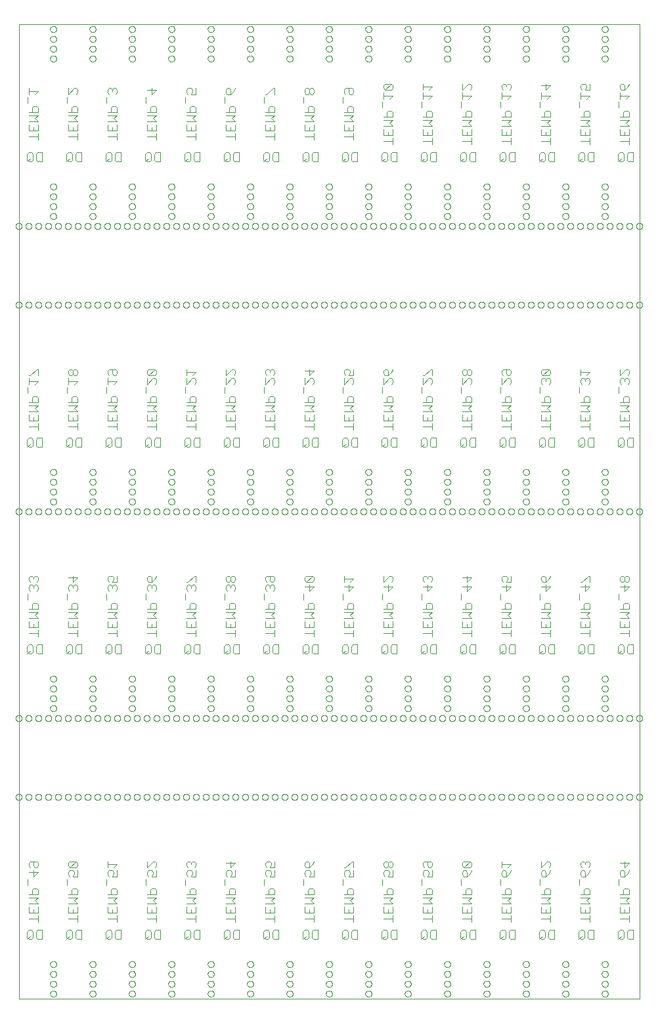
<source format=gbo>
G75*
%MOIN*%
%OFA0B0*%
%FSLAX25Y25*%
%IPPOS*%
%LPD*%
%AMOC8*
5,1,8,0,0,1.08239X$1,22.5*
%
%ADD10C,0.00000*%
%ADD11C,0.00400*%
D10*
X0005050Y0048933D02*
X0005050Y0543933D01*
X0320050Y0543933D01*
X0320050Y0048933D01*
X0005050Y0048933D01*
X0020975Y0051433D02*
X0020977Y0051512D01*
X0020983Y0051591D01*
X0020993Y0051670D01*
X0021007Y0051748D01*
X0021024Y0051825D01*
X0021046Y0051901D01*
X0021071Y0051976D01*
X0021101Y0052049D01*
X0021133Y0052121D01*
X0021170Y0052192D01*
X0021210Y0052260D01*
X0021253Y0052326D01*
X0021299Y0052390D01*
X0021349Y0052452D01*
X0021402Y0052511D01*
X0021457Y0052567D01*
X0021516Y0052621D01*
X0021577Y0052671D01*
X0021640Y0052719D01*
X0021706Y0052763D01*
X0021774Y0052804D01*
X0021844Y0052841D01*
X0021915Y0052875D01*
X0021989Y0052905D01*
X0022063Y0052931D01*
X0022139Y0052953D01*
X0022216Y0052972D01*
X0022294Y0052987D01*
X0022372Y0052998D01*
X0022451Y0053005D01*
X0022530Y0053008D01*
X0022609Y0053007D01*
X0022688Y0053002D01*
X0022767Y0052993D01*
X0022845Y0052980D01*
X0022922Y0052963D01*
X0022999Y0052943D01*
X0023074Y0052918D01*
X0023148Y0052890D01*
X0023221Y0052858D01*
X0023291Y0052823D01*
X0023360Y0052784D01*
X0023427Y0052741D01*
X0023492Y0052695D01*
X0023554Y0052647D01*
X0023614Y0052595D01*
X0023671Y0052540D01*
X0023725Y0052482D01*
X0023776Y0052422D01*
X0023824Y0052359D01*
X0023869Y0052294D01*
X0023911Y0052226D01*
X0023949Y0052157D01*
X0023983Y0052086D01*
X0024014Y0052013D01*
X0024042Y0051938D01*
X0024065Y0051863D01*
X0024085Y0051786D01*
X0024101Y0051709D01*
X0024113Y0051630D01*
X0024121Y0051552D01*
X0024125Y0051473D01*
X0024125Y0051393D01*
X0024121Y0051314D01*
X0024113Y0051236D01*
X0024101Y0051157D01*
X0024085Y0051080D01*
X0024065Y0051003D01*
X0024042Y0050928D01*
X0024014Y0050853D01*
X0023983Y0050780D01*
X0023949Y0050709D01*
X0023911Y0050640D01*
X0023869Y0050572D01*
X0023824Y0050507D01*
X0023776Y0050444D01*
X0023725Y0050384D01*
X0023671Y0050326D01*
X0023614Y0050271D01*
X0023554Y0050219D01*
X0023492Y0050171D01*
X0023427Y0050125D01*
X0023360Y0050082D01*
X0023291Y0050043D01*
X0023221Y0050008D01*
X0023148Y0049976D01*
X0023074Y0049948D01*
X0022999Y0049923D01*
X0022922Y0049903D01*
X0022845Y0049886D01*
X0022767Y0049873D01*
X0022688Y0049864D01*
X0022609Y0049859D01*
X0022530Y0049858D01*
X0022451Y0049861D01*
X0022372Y0049868D01*
X0022294Y0049879D01*
X0022216Y0049894D01*
X0022139Y0049913D01*
X0022063Y0049935D01*
X0021989Y0049961D01*
X0021915Y0049991D01*
X0021844Y0050025D01*
X0021774Y0050062D01*
X0021706Y0050103D01*
X0021640Y0050147D01*
X0021577Y0050195D01*
X0021516Y0050245D01*
X0021457Y0050299D01*
X0021402Y0050355D01*
X0021349Y0050414D01*
X0021299Y0050476D01*
X0021253Y0050540D01*
X0021210Y0050606D01*
X0021170Y0050674D01*
X0021133Y0050745D01*
X0021101Y0050817D01*
X0021071Y0050890D01*
X0021046Y0050965D01*
X0021024Y0051041D01*
X0021007Y0051118D01*
X0020993Y0051196D01*
X0020983Y0051275D01*
X0020977Y0051354D01*
X0020975Y0051433D01*
X0020975Y0056433D02*
X0020977Y0056512D01*
X0020983Y0056591D01*
X0020993Y0056670D01*
X0021007Y0056748D01*
X0021024Y0056825D01*
X0021046Y0056901D01*
X0021071Y0056976D01*
X0021101Y0057049D01*
X0021133Y0057121D01*
X0021170Y0057192D01*
X0021210Y0057260D01*
X0021253Y0057326D01*
X0021299Y0057390D01*
X0021349Y0057452D01*
X0021402Y0057511D01*
X0021457Y0057567D01*
X0021516Y0057621D01*
X0021577Y0057671D01*
X0021640Y0057719D01*
X0021706Y0057763D01*
X0021774Y0057804D01*
X0021844Y0057841D01*
X0021915Y0057875D01*
X0021989Y0057905D01*
X0022063Y0057931D01*
X0022139Y0057953D01*
X0022216Y0057972D01*
X0022294Y0057987D01*
X0022372Y0057998D01*
X0022451Y0058005D01*
X0022530Y0058008D01*
X0022609Y0058007D01*
X0022688Y0058002D01*
X0022767Y0057993D01*
X0022845Y0057980D01*
X0022922Y0057963D01*
X0022999Y0057943D01*
X0023074Y0057918D01*
X0023148Y0057890D01*
X0023221Y0057858D01*
X0023291Y0057823D01*
X0023360Y0057784D01*
X0023427Y0057741D01*
X0023492Y0057695D01*
X0023554Y0057647D01*
X0023614Y0057595D01*
X0023671Y0057540D01*
X0023725Y0057482D01*
X0023776Y0057422D01*
X0023824Y0057359D01*
X0023869Y0057294D01*
X0023911Y0057226D01*
X0023949Y0057157D01*
X0023983Y0057086D01*
X0024014Y0057013D01*
X0024042Y0056938D01*
X0024065Y0056863D01*
X0024085Y0056786D01*
X0024101Y0056709D01*
X0024113Y0056630D01*
X0024121Y0056552D01*
X0024125Y0056473D01*
X0024125Y0056393D01*
X0024121Y0056314D01*
X0024113Y0056236D01*
X0024101Y0056157D01*
X0024085Y0056080D01*
X0024065Y0056003D01*
X0024042Y0055928D01*
X0024014Y0055853D01*
X0023983Y0055780D01*
X0023949Y0055709D01*
X0023911Y0055640D01*
X0023869Y0055572D01*
X0023824Y0055507D01*
X0023776Y0055444D01*
X0023725Y0055384D01*
X0023671Y0055326D01*
X0023614Y0055271D01*
X0023554Y0055219D01*
X0023492Y0055171D01*
X0023427Y0055125D01*
X0023360Y0055082D01*
X0023291Y0055043D01*
X0023221Y0055008D01*
X0023148Y0054976D01*
X0023074Y0054948D01*
X0022999Y0054923D01*
X0022922Y0054903D01*
X0022845Y0054886D01*
X0022767Y0054873D01*
X0022688Y0054864D01*
X0022609Y0054859D01*
X0022530Y0054858D01*
X0022451Y0054861D01*
X0022372Y0054868D01*
X0022294Y0054879D01*
X0022216Y0054894D01*
X0022139Y0054913D01*
X0022063Y0054935D01*
X0021989Y0054961D01*
X0021915Y0054991D01*
X0021844Y0055025D01*
X0021774Y0055062D01*
X0021706Y0055103D01*
X0021640Y0055147D01*
X0021577Y0055195D01*
X0021516Y0055245D01*
X0021457Y0055299D01*
X0021402Y0055355D01*
X0021349Y0055414D01*
X0021299Y0055476D01*
X0021253Y0055540D01*
X0021210Y0055606D01*
X0021170Y0055674D01*
X0021133Y0055745D01*
X0021101Y0055817D01*
X0021071Y0055890D01*
X0021046Y0055965D01*
X0021024Y0056041D01*
X0021007Y0056118D01*
X0020993Y0056196D01*
X0020983Y0056275D01*
X0020977Y0056354D01*
X0020975Y0056433D01*
X0020975Y0061433D02*
X0020977Y0061512D01*
X0020983Y0061591D01*
X0020993Y0061670D01*
X0021007Y0061748D01*
X0021024Y0061825D01*
X0021046Y0061901D01*
X0021071Y0061976D01*
X0021101Y0062049D01*
X0021133Y0062121D01*
X0021170Y0062192D01*
X0021210Y0062260D01*
X0021253Y0062326D01*
X0021299Y0062390D01*
X0021349Y0062452D01*
X0021402Y0062511D01*
X0021457Y0062567D01*
X0021516Y0062621D01*
X0021577Y0062671D01*
X0021640Y0062719D01*
X0021706Y0062763D01*
X0021774Y0062804D01*
X0021844Y0062841D01*
X0021915Y0062875D01*
X0021989Y0062905D01*
X0022063Y0062931D01*
X0022139Y0062953D01*
X0022216Y0062972D01*
X0022294Y0062987D01*
X0022372Y0062998D01*
X0022451Y0063005D01*
X0022530Y0063008D01*
X0022609Y0063007D01*
X0022688Y0063002D01*
X0022767Y0062993D01*
X0022845Y0062980D01*
X0022922Y0062963D01*
X0022999Y0062943D01*
X0023074Y0062918D01*
X0023148Y0062890D01*
X0023221Y0062858D01*
X0023291Y0062823D01*
X0023360Y0062784D01*
X0023427Y0062741D01*
X0023492Y0062695D01*
X0023554Y0062647D01*
X0023614Y0062595D01*
X0023671Y0062540D01*
X0023725Y0062482D01*
X0023776Y0062422D01*
X0023824Y0062359D01*
X0023869Y0062294D01*
X0023911Y0062226D01*
X0023949Y0062157D01*
X0023983Y0062086D01*
X0024014Y0062013D01*
X0024042Y0061938D01*
X0024065Y0061863D01*
X0024085Y0061786D01*
X0024101Y0061709D01*
X0024113Y0061630D01*
X0024121Y0061552D01*
X0024125Y0061473D01*
X0024125Y0061393D01*
X0024121Y0061314D01*
X0024113Y0061236D01*
X0024101Y0061157D01*
X0024085Y0061080D01*
X0024065Y0061003D01*
X0024042Y0060928D01*
X0024014Y0060853D01*
X0023983Y0060780D01*
X0023949Y0060709D01*
X0023911Y0060640D01*
X0023869Y0060572D01*
X0023824Y0060507D01*
X0023776Y0060444D01*
X0023725Y0060384D01*
X0023671Y0060326D01*
X0023614Y0060271D01*
X0023554Y0060219D01*
X0023492Y0060171D01*
X0023427Y0060125D01*
X0023360Y0060082D01*
X0023291Y0060043D01*
X0023221Y0060008D01*
X0023148Y0059976D01*
X0023074Y0059948D01*
X0022999Y0059923D01*
X0022922Y0059903D01*
X0022845Y0059886D01*
X0022767Y0059873D01*
X0022688Y0059864D01*
X0022609Y0059859D01*
X0022530Y0059858D01*
X0022451Y0059861D01*
X0022372Y0059868D01*
X0022294Y0059879D01*
X0022216Y0059894D01*
X0022139Y0059913D01*
X0022063Y0059935D01*
X0021989Y0059961D01*
X0021915Y0059991D01*
X0021844Y0060025D01*
X0021774Y0060062D01*
X0021706Y0060103D01*
X0021640Y0060147D01*
X0021577Y0060195D01*
X0021516Y0060245D01*
X0021457Y0060299D01*
X0021402Y0060355D01*
X0021349Y0060414D01*
X0021299Y0060476D01*
X0021253Y0060540D01*
X0021210Y0060606D01*
X0021170Y0060674D01*
X0021133Y0060745D01*
X0021101Y0060817D01*
X0021071Y0060890D01*
X0021046Y0060965D01*
X0021024Y0061041D01*
X0021007Y0061118D01*
X0020993Y0061196D01*
X0020983Y0061275D01*
X0020977Y0061354D01*
X0020975Y0061433D01*
X0020975Y0066433D02*
X0020977Y0066512D01*
X0020983Y0066591D01*
X0020993Y0066670D01*
X0021007Y0066748D01*
X0021024Y0066825D01*
X0021046Y0066901D01*
X0021071Y0066976D01*
X0021101Y0067049D01*
X0021133Y0067121D01*
X0021170Y0067192D01*
X0021210Y0067260D01*
X0021253Y0067326D01*
X0021299Y0067390D01*
X0021349Y0067452D01*
X0021402Y0067511D01*
X0021457Y0067567D01*
X0021516Y0067621D01*
X0021577Y0067671D01*
X0021640Y0067719D01*
X0021706Y0067763D01*
X0021774Y0067804D01*
X0021844Y0067841D01*
X0021915Y0067875D01*
X0021989Y0067905D01*
X0022063Y0067931D01*
X0022139Y0067953D01*
X0022216Y0067972D01*
X0022294Y0067987D01*
X0022372Y0067998D01*
X0022451Y0068005D01*
X0022530Y0068008D01*
X0022609Y0068007D01*
X0022688Y0068002D01*
X0022767Y0067993D01*
X0022845Y0067980D01*
X0022922Y0067963D01*
X0022999Y0067943D01*
X0023074Y0067918D01*
X0023148Y0067890D01*
X0023221Y0067858D01*
X0023291Y0067823D01*
X0023360Y0067784D01*
X0023427Y0067741D01*
X0023492Y0067695D01*
X0023554Y0067647D01*
X0023614Y0067595D01*
X0023671Y0067540D01*
X0023725Y0067482D01*
X0023776Y0067422D01*
X0023824Y0067359D01*
X0023869Y0067294D01*
X0023911Y0067226D01*
X0023949Y0067157D01*
X0023983Y0067086D01*
X0024014Y0067013D01*
X0024042Y0066938D01*
X0024065Y0066863D01*
X0024085Y0066786D01*
X0024101Y0066709D01*
X0024113Y0066630D01*
X0024121Y0066552D01*
X0024125Y0066473D01*
X0024125Y0066393D01*
X0024121Y0066314D01*
X0024113Y0066236D01*
X0024101Y0066157D01*
X0024085Y0066080D01*
X0024065Y0066003D01*
X0024042Y0065928D01*
X0024014Y0065853D01*
X0023983Y0065780D01*
X0023949Y0065709D01*
X0023911Y0065640D01*
X0023869Y0065572D01*
X0023824Y0065507D01*
X0023776Y0065444D01*
X0023725Y0065384D01*
X0023671Y0065326D01*
X0023614Y0065271D01*
X0023554Y0065219D01*
X0023492Y0065171D01*
X0023427Y0065125D01*
X0023360Y0065082D01*
X0023291Y0065043D01*
X0023221Y0065008D01*
X0023148Y0064976D01*
X0023074Y0064948D01*
X0022999Y0064923D01*
X0022922Y0064903D01*
X0022845Y0064886D01*
X0022767Y0064873D01*
X0022688Y0064864D01*
X0022609Y0064859D01*
X0022530Y0064858D01*
X0022451Y0064861D01*
X0022372Y0064868D01*
X0022294Y0064879D01*
X0022216Y0064894D01*
X0022139Y0064913D01*
X0022063Y0064935D01*
X0021989Y0064961D01*
X0021915Y0064991D01*
X0021844Y0065025D01*
X0021774Y0065062D01*
X0021706Y0065103D01*
X0021640Y0065147D01*
X0021577Y0065195D01*
X0021516Y0065245D01*
X0021457Y0065299D01*
X0021402Y0065355D01*
X0021349Y0065414D01*
X0021299Y0065476D01*
X0021253Y0065540D01*
X0021210Y0065606D01*
X0021170Y0065674D01*
X0021133Y0065745D01*
X0021101Y0065817D01*
X0021071Y0065890D01*
X0021046Y0065965D01*
X0021024Y0066041D01*
X0021007Y0066118D01*
X0020993Y0066196D01*
X0020983Y0066275D01*
X0020977Y0066354D01*
X0020975Y0066433D01*
X0040975Y0066433D02*
X0040977Y0066512D01*
X0040983Y0066591D01*
X0040993Y0066670D01*
X0041007Y0066748D01*
X0041024Y0066825D01*
X0041046Y0066901D01*
X0041071Y0066976D01*
X0041101Y0067049D01*
X0041133Y0067121D01*
X0041170Y0067192D01*
X0041210Y0067260D01*
X0041253Y0067326D01*
X0041299Y0067390D01*
X0041349Y0067452D01*
X0041402Y0067511D01*
X0041457Y0067567D01*
X0041516Y0067621D01*
X0041577Y0067671D01*
X0041640Y0067719D01*
X0041706Y0067763D01*
X0041774Y0067804D01*
X0041844Y0067841D01*
X0041915Y0067875D01*
X0041989Y0067905D01*
X0042063Y0067931D01*
X0042139Y0067953D01*
X0042216Y0067972D01*
X0042294Y0067987D01*
X0042372Y0067998D01*
X0042451Y0068005D01*
X0042530Y0068008D01*
X0042609Y0068007D01*
X0042688Y0068002D01*
X0042767Y0067993D01*
X0042845Y0067980D01*
X0042922Y0067963D01*
X0042999Y0067943D01*
X0043074Y0067918D01*
X0043148Y0067890D01*
X0043221Y0067858D01*
X0043291Y0067823D01*
X0043360Y0067784D01*
X0043427Y0067741D01*
X0043492Y0067695D01*
X0043554Y0067647D01*
X0043614Y0067595D01*
X0043671Y0067540D01*
X0043725Y0067482D01*
X0043776Y0067422D01*
X0043824Y0067359D01*
X0043869Y0067294D01*
X0043911Y0067226D01*
X0043949Y0067157D01*
X0043983Y0067086D01*
X0044014Y0067013D01*
X0044042Y0066938D01*
X0044065Y0066863D01*
X0044085Y0066786D01*
X0044101Y0066709D01*
X0044113Y0066630D01*
X0044121Y0066552D01*
X0044125Y0066473D01*
X0044125Y0066393D01*
X0044121Y0066314D01*
X0044113Y0066236D01*
X0044101Y0066157D01*
X0044085Y0066080D01*
X0044065Y0066003D01*
X0044042Y0065928D01*
X0044014Y0065853D01*
X0043983Y0065780D01*
X0043949Y0065709D01*
X0043911Y0065640D01*
X0043869Y0065572D01*
X0043824Y0065507D01*
X0043776Y0065444D01*
X0043725Y0065384D01*
X0043671Y0065326D01*
X0043614Y0065271D01*
X0043554Y0065219D01*
X0043492Y0065171D01*
X0043427Y0065125D01*
X0043360Y0065082D01*
X0043291Y0065043D01*
X0043221Y0065008D01*
X0043148Y0064976D01*
X0043074Y0064948D01*
X0042999Y0064923D01*
X0042922Y0064903D01*
X0042845Y0064886D01*
X0042767Y0064873D01*
X0042688Y0064864D01*
X0042609Y0064859D01*
X0042530Y0064858D01*
X0042451Y0064861D01*
X0042372Y0064868D01*
X0042294Y0064879D01*
X0042216Y0064894D01*
X0042139Y0064913D01*
X0042063Y0064935D01*
X0041989Y0064961D01*
X0041915Y0064991D01*
X0041844Y0065025D01*
X0041774Y0065062D01*
X0041706Y0065103D01*
X0041640Y0065147D01*
X0041577Y0065195D01*
X0041516Y0065245D01*
X0041457Y0065299D01*
X0041402Y0065355D01*
X0041349Y0065414D01*
X0041299Y0065476D01*
X0041253Y0065540D01*
X0041210Y0065606D01*
X0041170Y0065674D01*
X0041133Y0065745D01*
X0041101Y0065817D01*
X0041071Y0065890D01*
X0041046Y0065965D01*
X0041024Y0066041D01*
X0041007Y0066118D01*
X0040993Y0066196D01*
X0040983Y0066275D01*
X0040977Y0066354D01*
X0040975Y0066433D01*
X0040975Y0061433D02*
X0040977Y0061512D01*
X0040983Y0061591D01*
X0040993Y0061670D01*
X0041007Y0061748D01*
X0041024Y0061825D01*
X0041046Y0061901D01*
X0041071Y0061976D01*
X0041101Y0062049D01*
X0041133Y0062121D01*
X0041170Y0062192D01*
X0041210Y0062260D01*
X0041253Y0062326D01*
X0041299Y0062390D01*
X0041349Y0062452D01*
X0041402Y0062511D01*
X0041457Y0062567D01*
X0041516Y0062621D01*
X0041577Y0062671D01*
X0041640Y0062719D01*
X0041706Y0062763D01*
X0041774Y0062804D01*
X0041844Y0062841D01*
X0041915Y0062875D01*
X0041989Y0062905D01*
X0042063Y0062931D01*
X0042139Y0062953D01*
X0042216Y0062972D01*
X0042294Y0062987D01*
X0042372Y0062998D01*
X0042451Y0063005D01*
X0042530Y0063008D01*
X0042609Y0063007D01*
X0042688Y0063002D01*
X0042767Y0062993D01*
X0042845Y0062980D01*
X0042922Y0062963D01*
X0042999Y0062943D01*
X0043074Y0062918D01*
X0043148Y0062890D01*
X0043221Y0062858D01*
X0043291Y0062823D01*
X0043360Y0062784D01*
X0043427Y0062741D01*
X0043492Y0062695D01*
X0043554Y0062647D01*
X0043614Y0062595D01*
X0043671Y0062540D01*
X0043725Y0062482D01*
X0043776Y0062422D01*
X0043824Y0062359D01*
X0043869Y0062294D01*
X0043911Y0062226D01*
X0043949Y0062157D01*
X0043983Y0062086D01*
X0044014Y0062013D01*
X0044042Y0061938D01*
X0044065Y0061863D01*
X0044085Y0061786D01*
X0044101Y0061709D01*
X0044113Y0061630D01*
X0044121Y0061552D01*
X0044125Y0061473D01*
X0044125Y0061393D01*
X0044121Y0061314D01*
X0044113Y0061236D01*
X0044101Y0061157D01*
X0044085Y0061080D01*
X0044065Y0061003D01*
X0044042Y0060928D01*
X0044014Y0060853D01*
X0043983Y0060780D01*
X0043949Y0060709D01*
X0043911Y0060640D01*
X0043869Y0060572D01*
X0043824Y0060507D01*
X0043776Y0060444D01*
X0043725Y0060384D01*
X0043671Y0060326D01*
X0043614Y0060271D01*
X0043554Y0060219D01*
X0043492Y0060171D01*
X0043427Y0060125D01*
X0043360Y0060082D01*
X0043291Y0060043D01*
X0043221Y0060008D01*
X0043148Y0059976D01*
X0043074Y0059948D01*
X0042999Y0059923D01*
X0042922Y0059903D01*
X0042845Y0059886D01*
X0042767Y0059873D01*
X0042688Y0059864D01*
X0042609Y0059859D01*
X0042530Y0059858D01*
X0042451Y0059861D01*
X0042372Y0059868D01*
X0042294Y0059879D01*
X0042216Y0059894D01*
X0042139Y0059913D01*
X0042063Y0059935D01*
X0041989Y0059961D01*
X0041915Y0059991D01*
X0041844Y0060025D01*
X0041774Y0060062D01*
X0041706Y0060103D01*
X0041640Y0060147D01*
X0041577Y0060195D01*
X0041516Y0060245D01*
X0041457Y0060299D01*
X0041402Y0060355D01*
X0041349Y0060414D01*
X0041299Y0060476D01*
X0041253Y0060540D01*
X0041210Y0060606D01*
X0041170Y0060674D01*
X0041133Y0060745D01*
X0041101Y0060817D01*
X0041071Y0060890D01*
X0041046Y0060965D01*
X0041024Y0061041D01*
X0041007Y0061118D01*
X0040993Y0061196D01*
X0040983Y0061275D01*
X0040977Y0061354D01*
X0040975Y0061433D01*
X0040975Y0056433D02*
X0040977Y0056512D01*
X0040983Y0056591D01*
X0040993Y0056670D01*
X0041007Y0056748D01*
X0041024Y0056825D01*
X0041046Y0056901D01*
X0041071Y0056976D01*
X0041101Y0057049D01*
X0041133Y0057121D01*
X0041170Y0057192D01*
X0041210Y0057260D01*
X0041253Y0057326D01*
X0041299Y0057390D01*
X0041349Y0057452D01*
X0041402Y0057511D01*
X0041457Y0057567D01*
X0041516Y0057621D01*
X0041577Y0057671D01*
X0041640Y0057719D01*
X0041706Y0057763D01*
X0041774Y0057804D01*
X0041844Y0057841D01*
X0041915Y0057875D01*
X0041989Y0057905D01*
X0042063Y0057931D01*
X0042139Y0057953D01*
X0042216Y0057972D01*
X0042294Y0057987D01*
X0042372Y0057998D01*
X0042451Y0058005D01*
X0042530Y0058008D01*
X0042609Y0058007D01*
X0042688Y0058002D01*
X0042767Y0057993D01*
X0042845Y0057980D01*
X0042922Y0057963D01*
X0042999Y0057943D01*
X0043074Y0057918D01*
X0043148Y0057890D01*
X0043221Y0057858D01*
X0043291Y0057823D01*
X0043360Y0057784D01*
X0043427Y0057741D01*
X0043492Y0057695D01*
X0043554Y0057647D01*
X0043614Y0057595D01*
X0043671Y0057540D01*
X0043725Y0057482D01*
X0043776Y0057422D01*
X0043824Y0057359D01*
X0043869Y0057294D01*
X0043911Y0057226D01*
X0043949Y0057157D01*
X0043983Y0057086D01*
X0044014Y0057013D01*
X0044042Y0056938D01*
X0044065Y0056863D01*
X0044085Y0056786D01*
X0044101Y0056709D01*
X0044113Y0056630D01*
X0044121Y0056552D01*
X0044125Y0056473D01*
X0044125Y0056393D01*
X0044121Y0056314D01*
X0044113Y0056236D01*
X0044101Y0056157D01*
X0044085Y0056080D01*
X0044065Y0056003D01*
X0044042Y0055928D01*
X0044014Y0055853D01*
X0043983Y0055780D01*
X0043949Y0055709D01*
X0043911Y0055640D01*
X0043869Y0055572D01*
X0043824Y0055507D01*
X0043776Y0055444D01*
X0043725Y0055384D01*
X0043671Y0055326D01*
X0043614Y0055271D01*
X0043554Y0055219D01*
X0043492Y0055171D01*
X0043427Y0055125D01*
X0043360Y0055082D01*
X0043291Y0055043D01*
X0043221Y0055008D01*
X0043148Y0054976D01*
X0043074Y0054948D01*
X0042999Y0054923D01*
X0042922Y0054903D01*
X0042845Y0054886D01*
X0042767Y0054873D01*
X0042688Y0054864D01*
X0042609Y0054859D01*
X0042530Y0054858D01*
X0042451Y0054861D01*
X0042372Y0054868D01*
X0042294Y0054879D01*
X0042216Y0054894D01*
X0042139Y0054913D01*
X0042063Y0054935D01*
X0041989Y0054961D01*
X0041915Y0054991D01*
X0041844Y0055025D01*
X0041774Y0055062D01*
X0041706Y0055103D01*
X0041640Y0055147D01*
X0041577Y0055195D01*
X0041516Y0055245D01*
X0041457Y0055299D01*
X0041402Y0055355D01*
X0041349Y0055414D01*
X0041299Y0055476D01*
X0041253Y0055540D01*
X0041210Y0055606D01*
X0041170Y0055674D01*
X0041133Y0055745D01*
X0041101Y0055817D01*
X0041071Y0055890D01*
X0041046Y0055965D01*
X0041024Y0056041D01*
X0041007Y0056118D01*
X0040993Y0056196D01*
X0040983Y0056275D01*
X0040977Y0056354D01*
X0040975Y0056433D01*
X0040975Y0051433D02*
X0040977Y0051512D01*
X0040983Y0051591D01*
X0040993Y0051670D01*
X0041007Y0051748D01*
X0041024Y0051825D01*
X0041046Y0051901D01*
X0041071Y0051976D01*
X0041101Y0052049D01*
X0041133Y0052121D01*
X0041170Y0052192D01*
X0041210Y0052260D01*
X0041253Y0052326D01*
X0041299Y0052390D01*
X0041349Y0052452D01*
X0041402Y0052511D01*
X0041457Y0052567D01*
X0041516Y0052621D01*
X0041577Y0052671D01*
X0041640Y0052719D01*
X0041706Y0052763D01*
X0041774Y0052804D01*
X0041844Y0052841D01*
X0041915Y0052875D01*
X0041989Y0052905D01*
X0042063Y0052931D01*
X0042139Y0052953D01*
X0042216Y0052972D01*
X0042294Y0052987D01*
X0042372Y0052998D01*
X0042451Y0053005D01*
X0042530Y0053008D01*
X0042609Y0053007D01*
X0042688Y0053002D01*
X0042767Y0052993D01*
X0042845Y0052980D01*
X0042922Y0052963D01*
X0042999Y0052943D01*
X0043074Y0052918D01*
X0043148Y0052890D01*
X0043221Y0052858D01*
X0043291Y0052823D01*
X0043360Y0052784D01*
X0043427Y0052741D01*
X0043492Y0052695D01*
X0043554Y0052647D01*
X0043614Y0052595D01*
X0043671Y0052540D01*
X0043725Y0052482D01*
X0043776Y0052422D01*
X0043824Y0052359D01*
X0043869Y0052294D01*
X0043911Y0052226D01*
X0043949Y0052157D01*
X0043983Y0052086D01*
X0044014Y0052013D01*
X0044042Y0051938D01*
X0044065Y0051863D01*
X0044085Y0051786D01*
X0044101Y0051709D01*
X0044113Y0051630D01*
X0044121Y0051552D01*
X0044125Y0051473D01*
X0044125Y0051393D01*
X0044121Y0051314D01*
X0044113Y0051236D01*
X0044101Y0051157D01*
X0044085Y0051080D01*
X0044065Y0051003D01*
X0044042Y0050928D01*
X0044014Y0050853D01*
X0043983Y0050780D01*
X0043949Y0050709D01*
X0043911Y0050640D01*
X0043869Y0050572D01*
X0043824Y0050507D01*
X0043776Y0050444D01*
X0043725Y0050384D01*
X0043671Y0050326D01*
X0043614Y0050271D01*
X0043554Y0050219D01*
X0043492Y0050171D01*
X0043427Y0050125D01*
X0043360Y0050082D01*
X0043291Y0050043D01*
X0043221Y0050008D01*
X0043148Y0049976D01*
X0043074Y0049948D01*
X0042999Y0049923D01*
X0042922Y0049903D01*
X0042845Y0049886D01*
X0042767Y0049873D01*
X0042688Y0049864D01*
X0042609Y0049859D01*
X0042530Y0049858D01*
X0042451Y0049861D01*
X0042372Y0049868D01*
X0042294Y0049879D01*
X0042216Y0049894D01*
X0042139Y0049913D01*
X0042063Y0049935D01*
X0041989Y0049961D01*
X0041915Y0049991D01*
X0041844Y0050025D01*
X0041774Y0050062D01*
X0041706Y0050103D01*
X0041640Y0050147D01*
X0041577Y0050195D01*
X0041516Y0050245D01*
X0041457Y0050299D01*
X0041402Y0050355D01*
X0041349Y0050414D01*
X0041299Y0050476D01*
X0041253Y0050540D01*
X0041210Y0050606D01*
X0041170Y0050674D01*
X0041133Y0050745D01*
X0041101Y0050817D01*
X0041071Y0050890D01*
X0041046Y0050965D01*
X0041024Y0051041D01*
X0041007Y0051118D01*
X0040993Y0051196D01*
X0040983Y0051275D01*
X0040977Y0051354D01*
X0040975Y0051433D01*
X0060975Y0051433D02*
X0060977Y0051512D01*
X0060983Y0051591D01*
X0060993Y0051670D01*
X0061007Y0051748D01*
X0061024Y0051825D01*
X0061046Y0051901D01*
X0061071Y0051976D01*
X0061101Y0052049D01*
X0061133Y0052121D01*
X0061170Y0052192D01*
X0061210Y0052260D01*
X0061253Y0052326D01*
X0061299Y0052390D01*
X0061349Y0052452D01*
X0061402Y0052511D01*
X0061457Y0052567D01*
X0061516Y0052621D01*
X0061577Y0052671D01*
X0061640Y0052719D01*
X0061706Y0052763D01*
X0061774Y0052804D01*
X0061844Y0052841D01*
X0061915Y0052875D01*
X0061989Y0052905D01*
X0062063Y0052931D01*
X0062139Y0052953D01*
X0062216Y0052972D01*
X0062294Y0052987D01*
X0062372Y0052998D01*
X0062451Y0053005D01*
X0062530Y0053008D01*
X0062609Y0053007D01*
X0062688Y0053002D01*
X0062767Y0052993D01*
X0062845Y0052980D01*
X0062922Y0052963D01*
X0062999Y0052943D01*
X0063074Y0052918D01*
X0063148Y0052890D01*
X0063221Y0052858D01*
X0063291Y0052823D01*
X0063360Y0052784D01*
X0063427Y0052741D01*
X0063492Y0052695D01*
X0063554Y0052647D01*
X0063614Y0052595D01*
X0063671Y0052540D01*
X0063725Y0052482D01*
X0063776Y0052422D01*
X0063824Y0052359D01*
X0063869Y0052294D01*
X0063911Y0052226D01*
X0063949Y0052157D01*
X0063983Y0052086D01*
X0064014Y0052013D01*
X0064042Y0051938D01*
X0064065Y0051863D01*
X0064085Y0051786D01*
X0064101Y0051709D01*
X0064113Y0051630D01*
X0064121Y0051552D01*
X0064125Y0051473D01*
X0064125Y0051393D01*
X0064121Y0051314D01*
X0064113Y0051236D01*
X0064101Y0051157D01*
X0064085Y0051080D01*
X0064065Y0051003D01*
X0064042Y0050928D01*
X0064014Y0050853D01*
X0063983Y0050780D01*
X0063949Y0050709D01*
X0063911Y0050640D01*
X0063869Y0050572D01*
X0063824Y0050507D01*
X0063776Y0050444D01*
X0063725Y0050384D01*
X0063671Y0050326D01*
X0063614Y0050271D01*
X0063554Y0050219D01*
X0063492Y0050171D01*
X0063427Y0050125D01*
X0063360Y0050082D01*
X0063291Y0050043D01*
X0063221Y0050008D01*
X0063148Y0049976D01*
X0063074Y0049948D01*
X0062999Y0049923D01*
X0062922Y0049903D01*
X0062845Y0049886D01*
X0062767Y0049873D01*
X0062688Y0049864D01*
X0062609Y0049859D01*
X0062530Y0049858D01*
X0062451Y0049861D01*
X0062372Y0049868D01*
X0062294Y0049879D01*
X0062216Y0049894D01*
X0062139Y0049913D01*
X0062063Y0049935D01*
X0061989Y0049961D01*
X0061915Y0049991D01*
X0061844Y0050025D01*
X0061774Y0050062D01*
X0061706Y0050103D01*
X0061640Y0050147D01*
X0061577Y0050195D01*
X0061516Y0050245D01*
X0061457Y0050299D01*
X0061402Y0050355D01*
X0061349Y0050414D01*
X0061299Y0050476D01*
X0061253Y0050540D01*
X0061210Y0050606D01*
X0061170Y0050674D01*
X0061133Y0050745D01*
X0061101Y0050817D01*
X0061071Y0050890D01*
X0061046Y0050965D01*
X0061024Y0051041D01*
X0061007Y0051118D01*
X0060993Y0051196D01*
X0060983Y0051275D01*
X0060977Y0051354D01*
X0060975Y0051433D01*
X0060975Y0056433D02*
X0060977Y0056512D01*
X0060983Y0056591D01*
X0060993Y0056670D01*
X0061007Y0056748D01*
X0061024Y0056825D01*
X0061046Y0056901D01*
X0061071Y0056976D01*
X0061101Y0057049D01*
X0061133Y0057121D01*
X0061170Y0057192D01*
X0061210Y0057260D01*
X0061253Y0057326D01*
X0061299Y0057390D01*
X0061349Y0057452D01*
X0061402Y0057511D01*
X0061457Y0057567D01*
X0061516Y0057621D01*
X0061577Y0057671D01*
X0061640Y0057719D01*
X0061706Y0057763D01*
X0061774Y0057804D01*
X0061844Y0057841D01*
X0061915Y0057875D01*
X0061989Y0057905D01*
X0062063Y0057931D01*
X0062139Y0057953D01*
X0062216Y0057972D01*
X0062294Y0057987D01*
X0062372Y0057998D01*
X0062451Y0058005D01*
X0062530Y0058008D01*
X0062609Y0058007D01*
X0062688Y0058002D01*
X0062767Y0057993D01*
X0062845Y0057980D01*
X0062922Y0057963D01*
X0062999Y0057943D01*
X0063074Y0057918D01*
X0063148Y0057890D01*
X0063221Y0057858D01*
X0063291Y0057823D01*
X0063360Y0057784D01*
X0063427Y0057741D01*
X0063492Y0057695D01*
X0063554Y0057647D01*
X0063614Y0057595D01*
X0063671Y0057540D01*
X0063725Y0057482D01*
X0063776Y0057422D01*
X0063824Y0057359D01*
X0063869Y0057294D01*
X0063911Y0057226D01*
X0063949Y0057157D01*
X0063983Y0057086D01*
X0064014Y0057013D01*
X0064042Y0056938D01*
X0064065Y0056863D01*
X0064085Y0056786D01*
X0064101Y0056709D01*
X0064113Y0056630D01*
X0064121Y0056552D01*
X0064125Y0056473D01*
X0064125Y0056393D01*
X0064121Y0056314D01*
X0064113Y0056236D01*
X0064101Y0056157D01*
X0064085Y0056080D01*
X0064065Y0056003D01*
X0064042Y0055928D01*
X0064014Y0055853D01*
X0063983Y0055780D01*
X0063949Y0055709D01*
X0063911Y0055640D01*
X0063869Y0055572D01*
X0063824Y0055507D01*
X0063776Y0055444D01*
X0063725Y0055384D01*
X0063671Y0055326D01*
X0063614Y0055271D01*
X0063554Y0055219D01*
X0063492Y0055171D01*
X0063427Y0055125D01*
X0063360Y0055082D01*
X0063291Y0055043D01*
X0063221Y0055008D01*
X0063148Y0054976D01*
X0063074Y0054948D01*
X0062999Y0054923D01*
X0062922Y0054903D01*
X0062845Y0054886D01*
X0062767Y0054873D01*
X0062688Y0054864D01*
X0062609Y0054859D01*
X0062530Y0054858D01*
X0062451Y0054861D01*
X0062372Y0054868D01*
X0062294Y0054879D01*
X0062216Y0054894D01*
X0062139Y0054913D01*
X0062063Y0054935D01*
X0061989Y0054961D01*
X0061915Y0054991D01*
X0061844Y0055025D01*
X0061774Y0055062D01*
X0061706Y0055103D01*
X0061640Y0055147D01*
X0061577Y0055195D01*
X0061516Y0055245D01*
X0061457Y0055299D01*
X0061402Y0055355D01*
X0061349Y0055414D01*
X0061299Y0055476D01*
X0061253Y0055540D01*
X0061210Y0055606D01*
X0061170Y0055674D01*
X0061133Y0055745D01*
X0061101Y0055817D01*
X0061071Y0055890D01*
X0061046Y0055965D01*
X0061024Y0056041D01*
X0061007Y0056118D01*
X0060993Y0056196D01*
X0060983Y0056275D01*
X0060977Y0056354D01*
X0060975Y0056433D01*
X0060975Y0061433D02*
X0060977Y0061512D01*
X0060983Y0061591D01*
X0060993Y0061670D01*
X0061007Y0061748D01*
X0061024Y0061825D01*
X0061046Y0061901D01*
X0061071Y0061976D01*
X0061101Y0062049D01*
X0061133Y0062121D01*
X0061170Y0062192D01*
X0061210Y0062260D01*
X0061253Y0062326D01*
X0061299Y0062390D01*
X0061349Y0062452D01*
X0061402Y0062511D01*
X0061457Y0062567D01*
X0061516Y0062621D01*
X0061577Y0062671D01*
X0061640Y0062719D01*
X0061706Y0062763D01*
X0061774Y0062804D01*
X0061844Y0062841D01*
X0061915Y0062875D01*
X0061989Y0062905D01*
X0062063Y0062931D01*
X0062139Y0062953D01*
X0062216Y0062972D01*
X0062294Y0062987D01*
X0062372Y0062998D01*
X0062451Y0063005D01*
X0062530Y0063008D01*
X0062609Y0063007D01*
X0062688Y0063002D01*
X0062767Y0062993D01*
X0062845Y0062980D01*
X0062922Y0062963D01*
X0062999Y0062943D01*
X0063074Y0062918D01*
X0063148Y0062890D01*
X0063221Y0062858D01*
X0063291Y0062823D01*
X0063360Y0062784D01*
X0063427Y0062741D01*
X0063492Y0062695D01*
X0063554Y0062647D01*
X0063614Y0062595D01*
X0063671Y0062540D01*
X0063725Y0062482D01*
X0063776Y0062422D01*
X0063824Y0062359D01*
X0063869Y0062294D01*
X0063911Y0062226D01*
X0063949Y0062157D01*
X0063983Y0062086D01*
X0064014Y0062013D01*
X0064042Y0061938D01*
X0064065Y0061863D01*
X0064085Y0061786D01*
X0064101Y0061709D01*
X0064113Y0061630D01*
X0064121Y0061552D01*
X0064125Y0061473D01*
X0064125Y0061393D01*
X0064121Y0061314D01*
X0064113Y0061236D01*
X0064101Y0061157D01*
X0064085Y0061080D01*
X0064065Y0061003D01*
X0064042Y0060928D01*
X0064014Y0060853D01*
X0063983Y0060780D01*
X0063949Y0060709D01*
X0063911Y0060640D01*
X0063869Y0060572D01*
X0063824Y0060507D01*
X0063776Y0060444D01*
X0063725Y0060384D01*
X0063671Y0060326D01*
X0063614Y0060271D01*
X0063554Y0060219D01*
X0063492Y0060171D01*
X0063427Y0060125D01*
X0063360Y0060082D01*
X0063291Y0060043D01*
X0063221Y0060008D01*
X0063148Y0059976D01*
X0063074Y0059948D01*
X0062999Y0059923D01*
X0062922Y0059903D01*
X0062845Y0059886D01*
X0062767Y0059873D01*
X0062688Y0059864D01*
X0062609Y0059859D01*
X0062530Y0059858D01*
X0062451Y0059861D01*
X0062372Y0059868D01*
X0062294Y0059879D01*
X0062216Y0059894D01*
X0062139Y0059913D01*
X0062063Y0059935D01*
X0061989Y0059961D01*
X0061915Y0059991D01*
X0061844Y0060025D01*
X0061774Y0060062D01*
X0061706Y0060103D01*
X0061640Y0060147D01*
X0061577Y0060195D01*
X0061516Y0060245D01*
X0061457Y0060299D01*
X0061402Y0060355D01*
X0061349Y0060414D01*
X0061299Y0060476D01*
X0061253Y0060540D01*
X0061210Y0060606D01*
X0061170Y0060674D01*
X0061133Y0060745D01*
X0061101Y0060817D01*
X0061071Y0060890D01*
X0061046Y0060965D01*
X0061024Y0061041D01*
X0061007Y0061118D01*
X0060993Y0061196D01*
X0060983Y0061275D01*
X0060977Y0061354D01*
X0060975Y0061433D01*
X0060975Y0066433D02*
X0060977Y0066512D01*
X0060983Y0066591D01*
X0060993Y0066670D01*
X0061007Y0066748D01*
X0061024Y0066825D01*
X0061046Y0066901D01*
X0061071Y0066976D01*
X0061101Y0067049D01*
X0061133Y0067121D01*
X0061170Y0067192D01*
X0061210Y0067260D01*
X0061253Y0067326D01*
X0061299Y0067390D01*
X0061349Y0067452D01*
X0061402Y0067511D01*
X0061457Y0067567D01*
X0061516Y0067621D01*
X0061577Y0067671D01*
X0061640Y0067719D01*
X0061706Y0067763D01*
X0061774Y0067804D01*
X0061844Y0067841D01*
X0061915Y0067875D01*
X0061989Y0067905D01*
X0062063Y0067931D01*
X0062139Y0067953D01*
X0062216Y0067972D01*
X0062294Y0067987D01*
X0062372Y0067998D01*
X0062451Y0068005D01*
X0062530Y0068008D01*
X0062609Y0068007D01*
X0062688Y0068002D01*
X0062767Y0067993D01*
X0062845Y0067980D01*
X0062922Y0067963D01*
X0062999Y0067943D01*
X0063074Y0067918D01*
X0063148Y0067890D01*
X0063221Y0067858D01*
X0063291Y0067823D01*
X0063360Y0067784D01*
X0063427Y0067741D01*
X0063492Y0067695D01*
X0063554Y0067647D01*
X0063614Y0067595D01*
X0063671Y0067540D01*
X0063725Y0067482D01*
X0063776Y0067422D01*
X0063824Y0067359D01*
X0063869Y0067294D01*
X0063911Y0067226D01*
X0063949Y0067157D01*
X0063983Y0067086D01*
X0064014Y0067013D01*
X0064042Y0066938D01*
X0064065Y0066863D01*
X0064085Y0066786D01*
X0064101Y0066709D01*
X0064113Y0066630D01*
X0064121Y0066552D01*
X0064125Y0066473D01*
X0064125Y0066393D01*
X0064121Y0066314D01*
X0064113Y0066236D01*
X0064101Y0066157D01*
X0064085Y0066080D01*
X0064065Y0066003D01*
X0064042Y0065928D01*
X0064014Y0065853D01*
X0063983Y0065780D01*
X0063949Y0065709D01*
X0063911Y0065640D01*
X0063869Y0065572D01*
X0063824Y0065507D01*
X0063776Y0065444D01*
X0063725Y0065384D01*
X0063671Y0065326D01*
X0063614Y0065271D01*
X0063554Y0065219D01*
X0063492Y0065171D01*
X0063427Y0065125D01*
X0063360Y0065082D01*
X0063291Y0065043D01*
X0063221Y0065008D01*
X0063148Y0064976D01*
X0063074Y0064948D01*
X0062999Y0064923D01*
X0062922Y0064903D01*
X0062845Y0064886D01*
X0062767Y0064873D01*
X0062688Y0064864D01*
X0062609Y0064859D01*
X0062530Y0064858D01*
X0062451Y0064861D01*
X0062372Y0064868D01*
X0062294Y0064879D01*
X0062216Y0064894D01*
X0062139Y0064913D01*
X0062063Y0064935D01*
X0061989Y0064961D01*
X0061915Y0064991D01*
X0061844Y0065025D01*
X0061774Y0065062D01*
X0061706Y0065103D01*
X0061640Y0065147D01*
X0061577Y0065195D01*
X0061516Y0065245D01*
X0061457Y0065299D01*
X0061402Y0065355D01*
X0061349Y0065414D01*
X0061299Y0065476D01*
X0061253Y0065540D01*
X0061210Y0065606D01*
X0061170Y0065674D01*
X0061133Y0065745D01*
X0061101Y0065817D01*
X0061071Y0065890D01*
X0061046Y0065965D01*
X0061024Y0066041D01*
X0061007Y0066118D01*
X0060993Y0066196D01*
X0060983Y0066275D01*
X0060977Y0066354D01*
X0060975Y0066433D01*
X0080975Y0066433D02*
X0080977Y0066512D01*
X0080983Y0066591D01*
X0080993Y0066670D01*
X0081007Y0066748D01*
X0081024Y0066825D01*
X0081046Y0066901D01*
X0081071Y0066976D01*
X0081101Y0067049D01*
X0081133Y0067121D01*
X0081170Y0067192D01*
X0081210Y0067260D01*
X0081253Y0067326D01*
X0081299Y0067390D01*
X0081349Y0067452D01*
X0081402Y0067511D01*
X0081457Y0067567D01*
X0081516Y0067621D01*
X0081577Y0067671D01*
X0081640Y0067719D01*
X0081706Y0067763D01*
X0081774Y0067804D01*
X0081844Y0067841D01*
X0081915Y0067875D01*
X0081989Y0067905D01*
X0082063Y0067931D01*
X0082139Y0067953D01*
X0082216Y0067972D01*
X0082294Y0067987D01*
X0082372Y0067998D01*
X0082451Y0068005D01*
X0082530Y0068008D01*
X0082609Y0068007D01*
X0082688Y0068002D01*
X0082767Y0067993D01*
X0082845Y0067980D01*
X0082922Y0067963D01*
X0082999Y0067943D01*
X0083074Y0067918D01*
X0083148Y0067890D01*
X0083221Y0067858D01*
X0083291Y0067823D01*
X0083360Y0067784D01*
X0083427Y0067741D01*
X0083492Y0067695D01*
X0083554Y0067647D01*
X0083614Y0067595D01*
X0083671Y0067540D01*
X0083725Y0067482D01*
X0083776Y0067422D01*
X0083824Y0067359D01*
X0083869Y0067294D01*
X0083911Y0067226D01*
X0083949Y0067157D01*
X0083983Y0067086D01*
X0084014Y0067013D01*
X0084042Y0066938D01*
X0084065Y0066863D01*
X0084085Y0066786D01*
X0084101Y0066709D01*
X0084113Y0066630D01*
X0084121Y0066552D01*
X0084125Y0066473D01*
X0084125Y0066393D01*
X0084121Y0066314D01*
X0084113Y0066236D01*
X0084101Y0066157D01*
X0084085Y0066080D01*
X0084065Y0066003D01*
X0084042Y0065928D01*
X0084014Y0065853D01*
X0083983Y0065780D01*
X0083949Y0065709D01*
X0083911Y0065640D01*
X0083869Y0065572D01*
X0083824Y0065507D01*
X0083776Y0065444D01*
X0083725Y0065384D01*
X0083671Y0065326D01*
X0083614Y0065271D01*
X0083554Y0065219D01*
X0083492Y0065171D01*
X0083427Y0065125D01*
X0083360Y0065082D01*
X0083291Y0065043D01*
X0083221Y0065008D01*
X0083148Y0064976D01*
X0083074Y0064948D01*
X0082999Y0064923D01*
X0082922Y0064903D01*
X0082845Y0064886D01*
X0082767Y0064873D01*
X0082688Y0064864D01*
X0082609Y0064859D01*
X0082530Y0064858D01*
X0082451Y0064861D01*
X0082372Y0064868D01*
X0082294Y0064879D01*
X0082216Y0064894D01*
X0082139Y0064913D01*
X0082063Y0064935D01*
X0081989Y0064961D01*
X0081915Y0064991D01*
X0081844Y0065025D01*
X0081774Y0065062D01*
X0081706Y0065103D01*
X0081640Y0065147D01*
X0081577Y0065195D01*
X0081516Y0065245D01*
X0081457Y0065299D01*
X0081402Y0065355D01*
X0081349Y0065414D01*
X0081299Y0065476D01*
X0081253Y0065540D01*
X0081210Y0065606D01*
X0081170Y0065674D01*
X0081133Y0065745D01*
X0081101Y0065817D01*
X0081071Y0065890D01*
X0081046Y0065965D01*
X0081024Y0066041D01*
X0081007Y0066118D01*
X0080993Y0066196D01*
X0080983Y0066275D01*
X0080977Y0066354D01*
X0080975Y0066433D01*
X0080975Y0061433D02*
X0080977Y0061512D01*
X0080983Y0061591D01*
X0080993Y0061670D01*
X0081007Y0061748D01*
X0081024Y0061825D01*
X0081046Y0061901D01*
X0081071Y0061976D01*
X0081101Y0062049D01*
X0081133Y0062121D01*
X0081170Y0062192D01*
X0081210Y0062260D01*
X0081253Y0062326D01*
X0081299Y0062390D01*
X0081349Y0062452D01*
X0081402Y0062511D01*
X0081457Y0062567D01*
X0081516Y0062621D01*
X0081577Y0062671D01*
X0081640Y0062719D01*
X0081706Y0062763D01*
X0081774Y0062804D01*
X0081844Y0062841D01*
X0081915Y0062875D01*
X0081989Y0062905D01*
X0082063Y0062931D01*
X0082139Y0062953D01*
X0082216Y0062972D01*
X0082294Y0062987D01*
X0082372Y0062998D01*
X0082451Y0063005D01*
X0082530Y0063008D01*
X0082609Y0063007D01*
X0082688Y0063002D01*
X0082767Y0062993D01*
X0082845Y0062980D01*
X0082922Y0062963D01*
X0082999Y0062943D01*
X0083074Y0062918D01*
X0083148Y0062890D01*
X0083221Y0062858D01*
X0083291Y0062823D01*
X0083360Y0062784D01*
X0083427Y0062741D01*
X0083492Y0062695D01*
X0083554Y0062647D01*
X0083614Y0062595D01*
X0083671Y0062540D01*
X0083725Y0062482D01*
X0083776Y0062422D01*
X0083824Y0062359D01*
X0083869Y0062294D01*
X0083911Y0062226D01*
X0083949Y0062157D01*
X0083983Y0062086D01*
X0084014Y0062013D01*
X0084042Y0061938D01*
X0084065Y0061863D01*
X0084085Y0061786D01*
X0084101Y0061709D01*
X0084113Y0061630D01*
X0084121Y0061552D01*
X0084125Y0061473D01*
X0084125Y0061393D01*
X0084121Y0061314D01*
X0084113Y0061236D01*
X0084101Y0061157D01*
X0084085Y0061080D01*
X0084065Y0061003D01*
X0084042Y0060928D01*
X0084014Y0060853D01*
X0083983Y0060780D01*
X0083949Y0060709D01*
X0083911Y0060640D01*
X0083869Y0060572D01*
X0083824Y0060507D01*
X0083776Y0060444D01*
X0083725Y0060384D01*
X0083671Y0060326D01*
X0083614Y0060271D01*
X0083554Y0060219D01*
X0083492Y0060171D01*
X0083427Y0060125D01*
X0083360Y0060082D01*
X0083291Y0060043D01*
X0083221Y0060008D01*
X0083148Y0059976D01*
X0083074Y0059948D01*
X0082999Y0059923D01*
X0082922Y0059903D01*
X0082845Y0059886D01*
X0082767Y0059873D01*
X0082688Y0059864D01*
X0082609Y0059859D01*
X0082530Y0059858D01*
X0082451Y0059861D01*
X0082372Y0059868D01*
X0082294Y0059879D01*
X0082216Y0059894D01*
X0082139Y0059913D01*
X0082063Y0059935D01*
X0081989Y0059961D01*
X0081915Y0059991D01*
X0081844Y0060025D01*
X0081774Y0060062D01*
X0081706Y0060103D01*
X0081640Y0060147D01*
X0081577Y0060195D01*
X0081516Y0060245D01*
X0081457Y0060299D01*
X0081402Y0060355D01*
X0081349Y0060414D01*
X0081299Y0060476D01*
X0081253Y0060540D01*
X0081210Y0060606D01*
X0081170Y0060674D01*
X0081133Y0060745D01*
X0081101Y0060817D01*
X0081071Y0060890D01*
X0081046Y0060965D01*
X0081024Y0061041D01*
X0081007Y0061118D01*
X0080993Y0061196D01*
X0080983Y0061275D01*
X0080977Y0061354D01*
X0080975Y0061433D01*
X0080975Y0056433D02*
X0080977Y0056512D01*
X0080983Y0056591D01*
X0080993Y0056670D01*
X0081007Y0056748D01*
X0081024Y0056825D01*
X0081046Y0056901D01*
X0081071Y0056976D01*
X0081101Y0057049D01*
X0081133Y0057121D01*
X0081170Y0057192D01*
X0081210Y0057260D01*
X0081253Y0057326D01*
X0081299Y0057390D01*
X0081349Y0057452D01*
X0081402Y0057511D01*
X0081457Y0057567D01*
X0081516Y0057621D01*
X0081577Y0057671D01*
X0081640Y0057719D01*
X0081706Y0057763D01*
X0081774Y0057804D01*
X0081844Y0057841D01*
X0081915Y0057875D01*
X0081989Y0057905D01*
X0082063Y0057931D01*
X0082139Y0057953D01*
X0082216Y0057972D01*
X0082294Y0057987D01*
X0082372Y0057998D01*
X0082451Y0058005D01*
X0082530Y0058008D01*
X0082609Y0058007D01*
X0082688Y0058002D01*
X0082767Y0057993D01*
X0082845Y0057980D01*
X0082922Y0057963D01*
X0082999Y0057943D01*
X0083074Y0057918D01*
X0083148Y0057890D01*
X0083221Y0057858D01*
X0083291Y0057823D01*
X0083360Y0057784D01*
X0083427Y0057741D01*
X0083492Y0057695D01*
X0083554Y0057647D01*
X0083614Y0057595D01*
X0083671Y0057540D01*
X0083725Y0057482D01*
X0083776Y0057422D01*
X0083824Y0057359D01*
X0083869Y0057294D01*
X0083911Y0057226D01*
X0083949Y0057157D01*
X0083983Y0057086D01*
X0084014Y0057013D01*
X0084042Y0056938D01*
X0084065Y0056863D01*
X0084085Y0056786D01*
X0084101Y0056709D01*
X0084113Y0056630D01*
X0084121Y0056552D01*
X0084125Y0056473D01*
X0084125Y0056393D01*
X0084121Y0056314D01*
X0084113Y0056236D01*
X0084101Y0056157D01*
X0084085Y0056080D01*
X0084065Y0056003D01*
X0084042Y0055928D01*
X0084014Y0055853D01*
X0083983Y0055780D01*
X0083949Y0055709D01*
X0083911Y0055640D01*
X0083869Y0055572D01*
X0083824Y0055507D01*
X0083776Y0055444D01*
X0083725Y0055384D01*
X0083671Y0055326D01*
X0083614Y0055271D01*
X0083554Y0055219D01*
X0083492Y0055171D01*
X0083427Y0055125D01*
X0083360Y0055082D01*
X0083291Y0055043D01*
X0083221Y0055008D01*
X0083148Y0054976D01*
X0083074Y0054948D01*
X0082999Y0054923D01*
X0082922Y0054903D01*
X0082845Y0054886D01*
X0082767Y0054873D01*
X0082688Y0054864D01*
X0082609Y0054859D01*
X0082530Y0054858D01*
X0082451Y0054861D01*
X0082372Y0054868D01*
X0082294Y0054879D01*
X0082216Y0054894D01*
X0082139Y0054913D01*
X0082063Y0054935D01*
X0081989Y0054961D01*
X0081915Y0054991D01*
X0081844Y0055025D01*
X0081774Y0055062D01*
X0081706Y0055103D01*
X0081640Y0055147D01*
X0081577Y0055195D01*
X0081516Y0055245D01*
X0081457Y0055299D01*
X0081402Y0055355D01*
X0081349Y0055414D01*
X0081299Y0055476D01*
X0081253Y0055540D01*
X0081210Y0055606D01*
X0081170Y0055674D01*
X0081133Y0055745D01*
X0081101Y0055817D01*
X0081071Y0055890D01*
X0081046Y0055965D01*
X0081024Y0056041D01*
X0081007Y0056118D01*
X0080993Y0056196D01*
X0080983Y0056275D01*
X0080977Y0056354D01*
X0080975Y0056433D01*
X0080975Y0051433D02*
X0080977Y0051512D01*
X0080983Y0051591D01*
X0080993Y0051670D01*
X0081007Y0051748D01*
X0081024Y0051825D01*
X0081046Y0051901D01*
X0081071Y0051976D01*
X0081101Y0052049D01*
X0081133Y0052121D01*
X0081170Y0052192D01*
X0081210Y0052260D01*
X0081253Y0052326D01*
X0081299Y0052390D01*
X0081349Y0052452D01*
X0081402Y0052511D01*
X0081457Y0052567D01*
X0081516Y0052621D01*
X0081577Y0052671D01*
X0081640Y0052719D01*
X0081706Y0052763D01*
X0081774Y0052804D01*
X0081844Y0052841D01*
X0081915Y0052875D01*
X0081989Y0052905D01*
X0082063Y0052931D01*
X0082139Y0052953D01*
X0082216Y0052972D01*
X0082294Y0052987D01*
X0082372Y0052998D01*
X0082451Y0053005D01*
X0082530Y0053008D01*
X0082609Y0053007D01*
X0082688Y0053002D01*
X0082767Y0052993D01*
X0082845Y0052980D01*
X0082922Y0052963D01*
X0082999Y0052943D01*
X0083074Y0052918D01*
X0083148Y0052890D01*
X0083221Y0052858D01*
X0083291Y0052823D01*
X0083360Y0052784D01*
X0083427Y0052741D01*
X0083492Y0052695D01*
X0083554Y0052647D01*
X0083614Y0052595D01*
X0083671Y0052540D01*
X0083725Y0052482D01*
X0083776Y0052422D01*
X0083824Y0052359D01*
X0083869Y0052294D01*
X0083911Y0052226D01*
X0083949Y0052157D01*
X0083983Y0052086D01*
X0084014Y0052013D01*
X0084042Y0051938D01*
X0084065Y0051863D01*
X0084085Y0051786D01*
X0084101Y0051709D01*
X0084113Y0051630D01*
X0084121Y0051552D01*
X0084125Y0051473D01*
X0084125Y0051393D01*
X0084121Y0051314D01*
X0084113Y0051236D01*
X0084101Y0051157D01*
X0084085Y0051080D01*
X0084065Y0051003D01*
X0084042Y0050928D01*
X0084014Y0050853D01*
X0083983Y0050780D01*
X0083949Y0050709D01*
X0083911Y0050640D01*
X0083869Y0050572D01*
X0083824Y0050507D01*
X0083776Y0050444D01*
X0083725Y0050384D01*
X0083671Y0050326D01*
X0083614Y0050271D01*
X0083554Y0050219D01*
X0083492Y0050171D01*
X0083427Y0050125D01*
X0083360Y0050082D01*
X0083291Y0050043D01*
X0083221Y0050008D01*
X0083148Y0049976D01*
X0083074Y0049948D01*
X0082999Y0049923D01*
X0082922Y0049903D01*
X0082845Y0049886D01*
X0082767Y0049873D01*
X0082688Y0049864D01*
X0082609Y0049859D01*
X0082530Y0049858D01*
X0082451Y0049861D01*
X0082372Y0049868D01*
X0082294Y0049879D01*
X0082216Y0049894D01*
X0082139Y0049913D01*
X0082063Y0049935D01*
X0081989Y0049961D01*
X0081915Y0049991D01*
X0081844Y0050025D01*
X0081774Y0050062D01*
X0081706Y0050103D01*
X0081640Y0050147D01*
X0081577Y0050195D01*
X0081516Y0050245D01*
X0081457Y0050299D01*
X0081402Y0050355D01*
X0081349Y0050414D01*
X0081299Y0050476D01*
X0081253Y0050540D01*
X0081210Y0050606D01*
X0081170Y0050674D01*
X0081133Y0050745D01*
X0081101Y0050817D01*
X0081071Y0050890D01*
X0081046Y0050965D01*
X0081024Y0051041D01*
X0081007Y0051118D01*
X0080993Y0051196D01*
X0080983Y0051275D01*
X0080977Y0051354D01*
X0080975Y0051433D01*
X0100975Y0051433D02*
X0100977Y0051512D01*
X0100983Y0051591D01*
X0100993Y0051670D01*
X0101007Y0051748D01*
X0101024Y0051825D01*
X0101046Y0051901D01*
X0101071Y0051976D01*
X0101101Y0052049D01*
X0101133Y0052121D01*
X0101170Y0052192D01*
X0101210Y0052260D01*
X0101253Y0052326D01*
X0101299Y0052390D01*
X0101349Y0052452D01*
X0101402Y0052511D01*
X0101457Y0052567D01*
X0101516Y0052621D01*
X0101577Y0052671D01*
X0101640Y0052719D01*
X0101706Y0052763D01*
X0101774Y0052804D01*
X0101844Y0052841D01*
X0101915Y0052875D01*
X0101989Y0052905D01*
X0102063Y0052931D01*
X0102139Y0052953D01*
X0102216Y0052972D01*
X0102294Y0052987D01*
X0102372Y0052998D01*
X0102451Y0053005D01*
X0102530Y0053008D01*
X0102609Y0053007D01*
X0102688Y0053002D01*
X0102767Y0052993D01*
X0102845Y0052980D01*
X0102922Y0052963D01*
X0102999Y0052943D01*
X0103074Y0052918D01*
X0103148Y0052890D01*
X0103221Y0052858D01*
X0103291Y0052823D01*
X0103360Y0052784D01*
X0103427Y0052741D01*
X0103492Y0052695D01*
X0103554Y0052647D01*
X0103614Y0052595D01*
X0103671Y0052540D01*
X0103725Y0052482D01*
X0103776Y0052422D01*
X0103824Y0052359D01*
X0103869Y0052294D01*
X0103911Y0052226D01*
X0103949Y0052157D01*
X0103983Y0052086D01*
X0104014Y0052013D01*
X0104042Y0051938D01*
X0104065Y0051863D01*
X0104085Y0051786D01*
X0104101Y0051709D01*
X0104113Y0051630D01*
X0104121Y0051552D01*
X0104125Y0051473D01*
X0104125Y0051393D01*
X0104121Y0051314D01*
X0104113Y0051236D01*
X0104101Y0051157D01*
X0104085Y0051080D01*
X0104065Y0051003D01*
X0104042Y0050928D01*
X0104014Y0050853D01*
X0103983Y0050780D01*
X0103949Y0050709D01*
X0103911Y0050640D01*
X0103869Y0050572D01*
X0103824Y0050507D01*
X0103776Y0050444D01*
X0103725Y0050384D01*
X0103671Y0050326D01*
X0103614Y0050271D01*
X0103554Y0050219D01*
X0103492Y0050171D01*
X0103427Y0050125D01*
X0103360Y0050082D01*
X0103291Y0050043D01*
X0103221Y0050008D01*
X0103148Y0049976D01*
X0103074Y0049948D01*
X0102999Y0049923D01*
X0102922Y0049903D01*
X0102845Y0049886D01*
X0102767Y0049873D01*
X0102688Y0049864D01*
X0102609Y0049859D01*
X0102530Y0049858D01*
X0102451Y0049861D01*
X0102372Y0049868D01*
X0102294Y0049879D01*
X0102216Y0049894D01*
X0102139Y0049913D01*
X0102063Y0049935D01*
X0101989Y0049961D01*
X0101915Y0049991D01*
X0101844Y0050025D01*
X0101774Y0050062D01*
X0101706Y0050103D01*
X0101640Y0050147D01*
X0101577Y0050195D01*
X0101516Y0050245D01*
X0101457Y0050299D01*
X0101402Y0050355D01*
X0101349Y0050414D01*
X0101299Y0050476D01*
X0101253Y0050540D01*
X0101210Y0050606D01*
X0101170Y0050674D01*
X0101133Y0050745D01*
X0101101Y0050817D01*
X0101071Y0050890D01*
X0101046Y0050965D01*
X0101024Y0051041D01*
X0101007Y0051118D01*
X0100993Y0051196D01*
X0100983Y0051275D01*
X0100977Y0051354D01*
X0100975Y0051433D01*
X0100975Y0056433D02*
X0100977Y0056512D01*
X0100983Y0056591D01*
X0100993Y0056670D01*
X0101007Y0056748D01*
X0101024Y0056825D01*
X0101046Y0056901D01*
X0101071Y0056976D01*
X0101101Y0057049D01*
X0101133Y0057121D01*
X0101170Y0057192D01*
X0101210Y0057260D01*
X0101253Y0057326D01*
X0101299Y0057390D01*
X0101349Y0057452D01*
X0101402Y0057511D01*
X0101457Y0057567D01*
X0101516Y0057621D01*
X0101577Y0057671D01*
X0101640Y0057719D01*
X0101706Y0057763D01*
X0101774Y0057804D01*
X0101844Y0057841D01*
X0101915Y0057875D01*
X0101989Y0057905D01*
X0102063Y0057931D01*
X0102139Y0057953D01*
X0102216Y0057972D01*
X0102294Y0057987D01*
X0102372Y0057998D01*
X0102451Y0058005D01*
X0102530Y0058008D01*
X0102609Y0058007D01*
X0102688Y0058002D01*
X0102767Y0057993D01*
X0102845Y0057980D01*
X0102922Y0057963D01*
X0102999Y0057943D01*
X0103074Y0057918D01*
X0103148Y0057890D01*
X0103221Y0057858D01*
X0103291Y0057823D01*
X0103360Y0057784D01*
X0103427Y0057741D01*
X0103492Y0057695D01*
X0103554Y0057647D01*
X0103614Y0057595D01*
X0103671Y0057540D01*
X0103725Y0057482D01*
X0103776Y0057422D01*
X0103824Y0057359D01*
X0103869Y0057294D01*
X0103911Y0057226D01*
X0103949Y0057157D01*
X0103983Y0057086D01*
X0104014Y0057013D01*
X0104042Y0056938D01*
X0104065Y0056863D01*
X0104085Y0056786D01*
X0104101Y0056709D01*
X0104113Y0056630D01*
X0104121Y0056552D01*
X0104125Y0056473D01*
X0104125Y0056393D01*
X0104121Y0056314D01*
X0104113Y0056236D01*
X0104101Y0056157D01*
X0104085Y0056080D01*
X0104065Y0056003D01*
X0104042Y0055928D01*
X0104014Y0055853D01*
X0103983Y0055780D01*
X0103949Y0055709D01*
X0103911Y0055640D01*
X0103869Y0055572D01*
X0103824Y0055507D01*
X0103776Y0055444D01*
X0103725Y0055384D01*
X0103671Y0055326D01*
X0103614Y0055271D01*
X0103554Y0055219D01*
X0103492Y0055171D01*
X0103427Y0055125D01*
X0103360Y0055082D01*
X0103291Y0055043D01*
X0103221Y0055008D01*
X0103148Y0054976D01*
X0103074Y0054948D01*
X0102999Y0054923D01*
X0102922Y0054903D01*
X0102845Y0054886D01*
X0102767Y0054873D01*
X0102688Y0054864D01*
X0102609Y0054859D01*
X0102530Y0054858D01*
X0102451Y0054861D01*
X0102372Y0054868D01*
X0102294Y0054879D01*
X0102216Y0054894D01*
X0102139Y0054913D01*
X0102063Y0054935D01*
X0101989Y0054961D01*
X0101915Y0054991D01*
X0101844Y0055025D01*
X0101774Y0055062D01*
X0101706Y0055103D01*
X0101640Y0055147D01*
X0101577Y0055195D01*
X0101516Y0055245D01*
X0101457Y0055299D01*
X0101402Y0055355D01*
X0101349Y0055414D01*
X0101299Y0055476D01*
X0101253Y0055540D01*
X0101210Y0055606D01*
X0101170Y0055674D01*
X0101133Y0055745D01*
X0101101Y0055817D01*
X0101071Y0055890D01*
X0101046Y0055965D01*
X0101024Y0056041D01*
X0101007Y0056118D01*
X0100993Y0056196D01*
X0100983Y0056275D01*
X0100977Y0056354D01*
X0100975Y0056433D01*
X0100975Y0061433D02*
X0100977Y0061512D01*
X0100983Y0061591D01*
X0100993Y0061670D01*
X0101007Y0061748D01*
X0101024Y0061825D01*
X0101046Y0061901D01*
X0101071Y0061976D01*
X0101101Y0062049D01*
X0101133Y0062121D01*
X0101170Y0062192D01*
X0101210Y0062260D01*
X0101253Y0062326D01*
X0101299Y0062390D01*
X0101349Y0062452D01*
X0101402Y0062511D01*
X0101457Y0062567D01*
X0101516Y0062621D01*
X0101577Y0062671D01*
X0101640Y0062719D01*
X0101706Y0062763D01*
X0101774Y0062804D01*
X0101844Y0062841D01*
X0101915Y0062875D01*
X0101989Y0062905D01*
X0102063Y0062931D01*
X0102139Y0062953D01*
X0102216Y0062972D01*
X0102294Y0062987D01*
X0102372Y0062998D01*
X0102451Y0063005D01*
X0102530Y0063008D01*
X0102609Y0063007D01*
X0102688Y0063002D01*
X0102767Y0062993D01*
X0102845Y0062980D01*
X0102922Y0062963D01*
X0102999Y0062943D01*
X0103074Y0062918D01*
X0103148Y0062890D01*
X0103221Y0062858D01*
X0103291Y0062823D01*
X0103360Y0062784D01*
X0103427Y0062741D01*
X0103492Y0062695D01*
X0103554Y0062647D01*
X0103614Y0062595D01*
X0103671Y0062540D01*
X0103725Y0062482D01*
X0103776Y0062422D01*
X0103824Y0062359D01*
X0103869Y0062294D01*
X0103911Y0062226D01*
X0103949Y0062157D01*
X0103983Y0062086D01*
X0104014Y0062013D01*
X0104042Y0061938D01*
X0104065Y0061863D01*
X0104085Y0061786D01*
X0104101Y0061709D01*
X0104113Y0061630D01*
X0104121Y0061552D01*
X0104125Y0061473D01*
X0104125Y0061393D01*
X0104121Y0061314D01*
X0104113Y0061236D01*
X0104101Y0061157D01*
X0104085Y0061080D01*
X0104065Y0061003D01*
X0104042Y0060928D01*
X0104014Y0060853D01*
X0103983Y0060780D01*
X0103949Y0060709D01*
X0103911Y0060640D01*
X0103869Y0060572D01*
X0103824Y0060507D01*
X0103776Y0060444D01*
X0103725Y0060384D01*
X0103671Y0060326D01*
X0103614Y0060271D01*
X0103554Y0060219D01*
X0103492Y0060171D01*
X0103427Y0060125D01*
X0103360Y0060082D01*
X0103291Y0060043D01*
X0103221Y0060008D01*
X0103148Y0059976D01*
X0103074Y0059948D01*
X0102999Y0059923D01*
X0102922Y0059903D01*
X0102845Y0059886D01*
X0102767Y0059873D01*
X0102688Y0059864D01*
X0102609Y0059859D01*
X0102530Y0059858D01*
X0102451Y0059861D01*
X0102372Y0059868D01*
X0102294Y0059879D01*
X0102216Y0059894D01*
X0102139Y0059913D01*
X0102063Y0059935D01*
X0101989Y0059961D01*
X0101915Y0059991D01*
X0101844Y0060025D01*
X0101774Y0060062D01*
X0101706Y0060103D01*
X0101640Y0060147D01*
X0101577Y0060195D01*
X0101516Y0060245D01*
X0101457Y0060299D01*
X0101402Y0060355D01*
X0101349Y0060414D01*
X0101299Y0060476D01*
X0101253Y0060540D01*
X0101210Y0060606D01*
X0101170Y0060674D01*
X0101133Y0060745D01*
X0101101Y0060817D01*
X0101071Y0060890D01*
X0101046Y0060965D01*
X0101024Y0061041D01*
X0101007Y0061118D01*
X0100993Y0061196D01*
X0100983Y0061275D01*
X0100977Y0061354D01*
X0100975Y0061433D01*
X0100975Y0066433D02*
X0100977Y0066512D01*
X0100983Y0066591D01*
X0100993Y0066670D01*
X0101007Y0066748D01*
X0101024Y0066825D01*
X0101046Y0066901D01*
X0101071Y0066976D01*
X0101101Y0067049D01*
X0101133Y0067121D01*
X0101170Y0067192D01*
X0101210Y0067260D01*
X0101253Y0067326D01*
X0101299Y0067390D01*
X0101349Y0067452D01*
X0101402Y0067511D01*
X0101457Y0067567D01*
X0101516Y0067621D01*
X0101577Y0067671D01*
X0101640Y0067719D01*
X0101706Y0067763D01*
X0101774Y0067804D01*
X0101844Y0067841D01*
X0101915Y0067875D01*
X0101989Y0067905D01*
X0102063Y0067931D01*
X0102139Y0067953D01*
X0102216Y0067972D01*
X0102294Y0067987D01*
X0102372Y0067998D01*
X0102451Y0068005D01*
X0102530Y0068008D01*
X0102609Y0068007D01*
X0102688Y0068002D01*
X0102767Y0067993D01*
X0102845Y0067980D01*
X0102922Y0067963D01*
X0102999Y0067943D01*
X0103074Y0067918D01*
X0103148Y0067890D01*
X0103221Y0067858D01*
X0103291Y0067823D01*
X0103360Y0067784D01*
X0103427Y0067741D01*
X0103492Y0067695D01*
X0103554Y0067647D01*
X0103614Y0067595D01*
X0103671Y0067540D01*
X0103725Y0067482D01*
X0103776Y0067422D01*
X0103824Y0067359D01*
X0103869Y0067294D01*
X0103911Y0067226D01*
X0103949Y0067157D01*
X0103983Y0067086D01*
X0104014Y0067013D01*
X0104042Y0066938D01*
X0104065Y0066863D01*
X0104085Y0066786D01*
X0104101Y0066709D01*
X0104113Y0066630D01*
X0104121Y0066552D01*
X0104125Y0066473D01*
X0104125Y0066393D01*
X0104121Y0066314D01*
X0104113Y0066236D01*
X0104101Y0066157D01*
X0104085Y0066080D01*
X0104065Y0066003D01*
X0104042Y0065928D01*
X0104014Y0065853D01*
X0103983Y0065780D01*
X0103949Y0065709D01*
X0103911Y0065640D01*
X0103869Y0065572D01*
X0103824Y0065507D01*
X0103776Y0065444D01*
X0103725Y0065384D01*
X0103671Y0065326D01*
X0103614Y0065271D01*
X0103554Y0065219D01*
X0103492Y0065171D01*
X0103427Y0065125D01*
X0103360Y0065082D01*
X0103291Y0065043D01*
X0103221Y0065008D01*
X0103148Y0064976D01*
X0103074Y0064948D01*
X0102999Y0064923D01*
X0102922Y0064903D01*
X0102845Y0064886D01*
X0102767Y0064873D01*
X0102688Y0064864D01*
X0102609Y0064859D01*
X0102530Y0064858D01*
X0102451Y0064861D01*
X0102372Y0064868D01*
X0102294Y0064879D01*
X0102216Y0064894D01*
X0102139Y0064913D01*
X0102063Y0064935D01*
X0101989Y0064961D01*
X0101915Y0064991D01*
X0101844Y0065025D01*
X0101774Y0065062D01*
X0101706Y0065103D01*
X0101640Y0065147D01*
X0101577Y0065195D01*
X0101516Y0065245D01*
X0101457Y0065299D01*
X0101402Y0065355D01*
X0101349Y0065414D01*
X0101299Y0065476D01*
X0101253Y0065540D01*
X0101210Y0065606D01*
X0101170Y0065674D01*
X0101133Y0065745D01*
X0101101Y0065817D01*
X0101071Y0065890D01*
X0101046Y0065965D01*
X0101024Y0066041D01*
X0101007Y0066118D01*
X0100993Y0066196D01*
X0100983Y0066275D01*
X0100977Y0066354D01*
X0100975Y0066433D01*
X0120975Y0066433D02*
X0120977Y0066512D01*
X0120983Y0066591D01*
X0120993Y0066670D01*
X0121007Y0066748D01*
X0121024Y0066825D01*
X0121046Y0066901D01*
X0121071Y0066976D01*
X0121101Y0067049D01*
X0121133Y0067121D01*
X0121170Y0067192D01*
X0121210Y0067260D01*
X0121253Y0067326D01*
X0121299Y0067390D01*
X0121349Y0067452D01*
X0121402Y0067511D01*
X0121457Y0067567D01*
X0121516Y0067621D01*
X0121577Y0067671D01*
X0121640Y0067719D01*
X0121706Y0067763D01*
X0121774Y0067804D01*
X0121844Y0067841D01*
X0121915Y0067875D01*
X0121989Y0067905D01*
X0122063Y0067931D01*
X0122139Y0067953D01*
X0122216Y0067972D01*
X0122294Y0067987D01*
X0122372Y0067998D01*
X0122451Y0068005D01*
X0122530Y0068008D01*
X0122609Y0068007D01*
X0122688Y0068002D01*
X0122767Y0067993D01*
X0122845Y0067980D01*
X0122922Y0067963D01*
X0122999Y0067943D01*
X0123074Y0067918D01*
X0123148Y0067890D01*
X0123221Y0067858D01*
X0123291Y0067823D01*
X0123360Y0067784D01*
X0123427Y0067741D01*
X0123492Y0067695D01*
X0123554Y0067647D01*
X0123614Y0067595D01*
X0123671Y0067540D01*
X0123725Y0067482D01*
X0123776Y0067422D01*
X0123824Y0067359D01*
X0123869Y0067294D01*
X0123911Y0067226D01*
X0123949Y0067157D01*
X0123983Y0067086D01*
X0124014Y0067013D01*
X0124042Y0066938D01*
X0124065Y0066863D01*
X0124085Y0066786D01*
X0124101Y0066709D01*
X0124113Y0066630D01*
X0124121Y0066552D01*
X0124125Y0066473D01*
X0124125Y0066393D01*
X0124121Y0066314D01*
X0124113Y0066236D01*
X0124101Y0066157D01*
X0124085Y0066080D01*
X0124065Y0066003D01*
X0124042Y0065928D01*
X0124014Y0065853D01*
X0123983Y0065780D01*
X0123949Y0065709D01*
X0123911Y0065640D01*
X0123869Y0065572D01*
X0123824Y0065507D01*
X0123776Y0065444D01*
X0123725Y0065384D01*
X0123671Y0065326D01*
X0123614Y0065271D01*
X0123554Y0065219D01*
X0123492Y0065171D01*
X0123427Y0065125D01*
X0123360Y0065082D01*
X0123291Y0065043D01*
X0123221Y0065008D01*
X0123148Y0064976D01*
X0123074Y0064948D01*
X0122999Y0064923D01*
X0122922Y0064903D01*
X0122845Y0064886D01*
X0122767Y0064873D01*
X0122688Y0064864D01*
X0122609Y0064859D01*
X0122530Y0064858D01*
X0122451Y0064861D01*
X0122372Y0064868D01*
X0122294Y0064879D01*
X0122216Y0064894D01*
X0122139Y0064913D01*
X0122063Y0064935D01*
X0121989Y0064961D01*
X0121915Y0064991D01*
X0121844Y0065025D01*
X0121774Y0065062D01*
X0121706Y0065103D01*
X0121640Y0065147D01*
X0121577Y0065195D01*
X0121516Y0065245D01*
X0121457Y0065299D01*
X0121402Y0065355D01*
X0121349Y0065414D01*
X0121299Y0065476D01*
X0121253Y0065540D01*
X0121210Y0065606D01*
X0121170Y0065674D01*
X0121133Y0065745D01*
X0121101Y0065817D01*
X0121071Y0065890D01*
X0121046Y0065965D01*
X0121024Y0066041D01*
X0121007Y0066118D01*
X0120993Y0066196D01*
X0120983Y0066275D01*
X0120977Y0066354D01*
X0120975Y0066433D01*
X0120975Y0061433D02*
X0120977Y0061512D01*
X0120983Y0061591D01*
X0120993Y0061670D01*
X0121007Y0061748D01*
X0121024Y0061825D01*
X0121046Y0061901D01*
X0121071Y0061976D01*
X0121101Y0062049D01*
X0121133Y0062121D01*
X0121170Y0062192D01*
X0121210Y0062260D01*
X0121253Y0062326D01*
X0121299Y0062390D01*
X0121349Y0062452D01*
X0121402Y0062511D01*
X0121457Y0062567D01*
X0121516Y0062621D01*
X0121577Y0062671D01*
X0121640Y0062719D01*
X0121706Y0062763D01*
X0121774Y0062804D01*
X0121844Y0062841D01*
X0121915Y0062875D01*
X0121989Y0062905D01*
X0122063Y0062931D01*
X0122139Y0062953D01*
X0122216Y0062972D01*
X0122294Y0062987D01*
X0122372Y0062998D01*
X0122451Y0063005D01*
X0122530Y0063008D01*
X0122609Y0063007D01*
X0122688Y0063002D01*
X0122767Y0062993D01*
X0122845Y0062980D01*
X0122922Y0062963D01*
X0122999Y0062943D01*
X0123074Y0062918D01*
X0123148Y0062890D01*
X0123221Y0062858D01*
X0123291Y0062823D01*
X0123360Y0062784D01*
X0123427Y0062741D01*
X0123492Y0062695D01*
X0123554Y0062647D01*
X0123614Y0062595D01*
X0123671Y0062540D01*
X0123725Y0062482D01*
X0123776Y0062422D01*
X0123824Y0062359D01*
X0123869Y0062294D01*
X0123911Y0062226D01*
X0123949Y0062157D01*
X0123983Y0062086D01*
X0124014Y0062013D01*
X0124042Y0061938D01*
X0124065Y0061863D01*
X0124085Y0061786D01*
X0124101Y0061709D01*
X0124113Y0061630D01*
X0124121Y0061552D01*
X0124125Y0061473D01*
X0124125Y0061393D01*
X0124121Y0061314D01*
X0124113Y0061236D01*
X0124101Y0061157D01*
X0124085Y0061080D01*
X0124065Y0061003D01*
X0124042Y0060928D01*
X0124014Y0060853D01*
X0123983Y0060780D01*
X0123949Y0060709D01*
X0123911Y0060640D01*
X0123869Y0060572D01*
X0123824Y0060507D01*
X0123776Y0060444D01*
X0123725Y0060384D01*
X0123671Y0060326D01*
X0123614Y0060271D01*
X0123554Y0060219D01*
X0123492Y0060171D01*
X0123427Y0060125D01*
X0123360Y0060082D01*
X0123291Y0060043D01*
X0123221Y0060008D01*
X0123148Y0059976D01*
X0123074Y0059948D01*
X0122999Y0059923D01*
X0122922Y0059903D01*
X0122845Y0059886D01*
X0122767Y0059873D01*
X0122688Y0059864D01*
X0122609Y0059859D01*
X0122530Y0059858D01*
X0122451Y0059861D01*
X0122372Y0059868D01*
X0122294Y0059879D01*
X0122216Y0059894D01*
X0122139Y0059913D01*
X0122063Y0059935D01*
X0121989Y0059961D01*
X0121915Y0059991D01*
X0121844Y0060025D01*
X0121774Y0060062D01*
X0121706Y0060103D01*
X0121640Y0060147D01*
X0121577Y0060195D01*
X0121516Y0060245D01*
X0121457Y0060299D01*
X0121402Y0060355D01*
X0121349Y0060414D01*
X0121299Y0060476D01*
X0121253Y0060540D01*
X0121210Y0060606D01*
X0121170Y0060674D01*
X0121133Y0060745D01*
X0121101Y0060817D01*
X0121071Y0060890D01*
X0121046Y0060965D01*
X0121024Y0061041D01*
X0121007Y0061118D01*
X0120993Y0061196D01*
X0120983Y0061275D01*
X0120977Y0061354D01*
X0120975Y0061433D01*
X0120975Y0056433D02*
X0120977Y0056512D01*
X0120983Y0056591D01*
X0120993Y0056670D01*
X0121007Y0056748D01*
X0121024Y0056825D01*
X0121046Y0056901D01*
X0121071Y0056976D01*
X0121101Y0057049D01*
X0121133Y0057121D01*
X0121170Y0057192D01*
X0121210Y0057260D01*
X0121253Y0057326D01*
X0121299Y0057390D01*
X0121349Y0057452D01*
X0121402Y0057511D01*
X0121457Y0057567D01*
X0121516Y0057621D01*
X0121577Y0057671D01*
X0121640Y0057719D01*
X0121706Y0057763D01*
X0121774Y0057804D01*
X0121844Y0057841D01*
X0121915Y0057875D01*
X0121989Y0057905D01*
X0122063Y0057931D01*
X0122139Y0057953D01*
X0122216Y0057972D01*
X0122294Y0057987D01*
X0122372Y0057998D01*
X0122451Y0058005D01*
X0122530Y0058008D01*
X0122609Y0058007D01*
X0122688Y0058002D01*
X0122767Y0057993D01*
X0122845Y0057980D01*
X0122922Y0057963D01*
X0122999Y0057943D01*
X0123074Y0057918D01*
X0123148Y0057890D01*
X0123221Y0057858D01*
X0123291Y0057823D01*
X0123360Y0057784D01*
X0123427Y0057741D01*
X0123492Y0057695D01*
X0123554Y0057647D01*
X0123614Y0057595D01*
X0123671Y0057540D01*
X0123725Y0057482D01*
X0123776Y0057422D01*
X0123824Y0057359D01*
X0123869Y0057294D01*
X0123911Y0057226D01*
X0123949Y0057157D01*
X0123983Y0057086D01*
X0124014Y0057013D01*
X0124042Y0056938D01*
X0124065Y0056863D01*
X0124085Y0056786D01*
X0124101Y0056709D01*
X0124113Y0056630D01*
X0124121Y0056552D01*
X0124125Y0056473D01*
X0124125Y0056393D01*
X0124121Y0056314D01*
X0124113Y0056236D01*
X0124101Y0056157D01*
X0124085Y0056080D01*
X0124065Y0056003D01*
X0124042Y0055928D01*
X0124014Y0055853D01*
X0123983Y0055780D01*
X0123949Y0055709D01*
X0123911Y0055640D01*
X0123869Y0055572D01*
X0123824Y0055507D01*
X0123776Y0055444D01*
X0123725Y0055384D01*
X0123671Y0055326D01*
X0123614Y0055271D01*
X0123554Y0055219D01*
X0123492Y0055171D01*
X0123427Y0055125D01*
X0123360Y0055082D01*
X0123291Y0055043D01*
X0123221Y0055008D01*
X0123148Y0054976D01*
X0123074Y0054948D01*
X0122999Y0054923D01*
X0122922Y0054903D01*
X0122845Y0054886D01*
X0122767Y0054873D01*
X0122688Y0054864D01*
X0122609Y0054859D01*
X0122530Y0054858D01*
X0122451Y0054861D01*
X0122372Y0054868D01*
X0122294Y0054879D01*
X0122216Y0054894D01*
X0122139Y0054913D01*
X0122063Y0054935D01*
X0121989Y0054961D01*
X0121915Y0054991D01*
X0121844Y0055025D01*
X0121774Y0055062D01*
X0121706Y0055103D01*
X0121640Y0055147D01*
X0121577Y0055195D01*
X0121516Y0055245D01*
X0121457Y0055299D01*
X0121402Y0055355D01*
X0121349Y0055414D01*
X0121299Y0055476D01*
X0121253Y0055540D01*
X0121210Y0055606D01*
X0121170Y0055674D01*
X0121133Y0055745D01*
X0121101Y0055817D01*
X0121071Y0055890D01*
X0121046Y0055965D01*
X0121024Y0056041D01*
X0121007Y0056118D01*
X0120993Y0056196D01*
X0120983Y0056275D01*
X0120977Y0056354D01*
X0120975Y0056433D01*
X0120975Y0051433D02*
X0120977Y0051512D01*
X0120983Y0051591D01*
X0120993Y0051670D01*
X0121007Y0051748D01*
X0121024Y0051825D01*
X0121046Y0051901D01*
X0121071Y0051976D01*
X0121101Y0052049D01*
X0121133Y0052121D01*
X0121170Y0052192D01*
X0121210Y0052260D01*
X0121253Y0052326D01*
X0121299Y0052390D01*
X0121349Y0052452D01*
X0121402Y0052511D01*
X0121457Y0052567D01*
X0121516Y0052621D01*
X0121577Y0052671D01*
X0121640Y0052719D01*
X0121706Y0052763D01*
X0121774Y0052804D01*
X0121844Y0052841D01*
X0121915Y0052875D01*
X0121989Y0052905D01*
X0122063Y0052931D01*
X0122139Y0052953D01*
X0122216Y0052972D01*
X0122294Y0052987D01*
X0122372Y0052998D01*
X0122451Y0053005D01*
X0122530Y0053008D01*
X0122609Y0053007D01*
X0122688Y0053002D01*
X0122767Y0052993D01*
X0122845Y0052980D01*
X0122922Y0052963D01*
X0122999Y0052943D01*
X0123074Y0052918D01*
X0123148Y0052890D01*
X0123221Y0052858D01*
X0123291Y0052823D01*
X0123360Y0052784D01*
X0123427Y0052741D01*
X0123492Y0052695D01*
X0123554Y0052647D01*
X0123614Y0052595D01*
X0123671Y0052540D01*
X0123725Y0052482D01*
X0123776Y0052422D01*
X0123824Y0052359D01*
X0123869Y0052294D01*
X0123911Y0052226D01*
X0123949Y0052157D01*
X0123983Y0052086D01*
X0124014Y0052013D01*
X0124042Y0051938D01*
X0124065Y0051863D01*
X0124085Y0051786D01*
X0124101Y0051709D01*
X0124113Y0051630D01*
X0124121Y0051552D01*
X0124125Y0051473D01*
X0124125Y0051393D01*
X0124121Y0051314D01*
X0124113Y0051236D01*
X0124101Y0051157D01*
X0124085Y0051080D01*
X0124065Y0051003D01*
X0124042Y0050928D01*
X0124014Y0050853D01*
X0123983Y0050780D01*
X0123949Y0050709D01*
X0123911Y0050640D01*
X0123869Y0050572D01*
X0123824Y0050507D01*
X0123776Y0050444D01*
X0123725Y0050384D01*
X0123671Y0050326D01*
X0123614Y0050271D01*
X0123554Y0050219D01*
X0123492Y0050171D01*
X0123427Y0050125D01*
X0123360Y0050082D01*
X0123291Y0050043D01*
X0123221Y0050008D01*
X0123148Y0049976D01*
X0123074Y0049948D01*
X0122999Y0049923D01*
X0122922Y0049903D01*
X0122845Y0049886D01*
X0122767Y0049873D01*
X0122688Y0049864D01*
X0122609Y0049859D01*
X0122530Y0049858D01*
X0122451Y0049861D01*
X0122372Y0049868D01*
X0122294Y0049879D01*
X0122216Y0049894D01*
X0122139Y0049913D01*
X0122063Y0049935D01*
X0121989Y0049961D01*
X0121915Y0049991D01*
X0121844Y0050025D01*
X0121774Y0050062D01*
X0121706Y0050103D01*
X0121640Y0050147D01*
X0121577Y0050195D01*
X0121516Y0050245D01*
X0121457Y0050299D01*
X0121402Y0050355D01*
X0121349Y0050414D01*
X0121299Y0050476D01*
X0121253Y0050540D01*
X0121210Y0050606D01*
X0121170Y0050674D01*
X0121133Y0050745D01*
X0121101Y0050817D01*
X0121071Y0050890D01*
X0121046Y0050965D01*
X0121024Y0051041D01*
X0121007Y0051118D01*
X0120993Y0051196D01*
X0120983Y0051275D01*
X0120977Y0051354D01*
X0120975Y0051433D01*
X0140975Y0051433D02*
X0140977Y0051512D01*
X0140983Y0051591D01*
X0140993Y0051670D01*
X0141007Y0051748D01*
X0141024Y0051825D01*
X0141046Y0051901D01*
X0141071Y0051976D01*
X0141101Y0052049D01*
X0141133Y0052121D01*
X0141170Y0052192D01*
X0141210Y0052260D01*
X0141253Y0052326D01*
X0141299Y0052390D01*
X0141349Y0052452D01*
X0141402Y0052511D01*
X0141457Y0052567D01*
X0141516Y0052621D01*
X0141577Y0052671D01*
X0141640Y0052719D01*
X0141706Y0052763D01*
X0141774Y0052804D01*
X0141844Y0052841D01*
X0141915Y0052875D01*
X0141989Y0052905D01*
X0142063Y0052931D01*
X0142139Y0052953D01*
X0142216Y0052972D01*
X0142294Y0052987D01*
X0142372Y0052998D01*
X0142451Y0053005D01*
X0142530Y0053008D01*
X0142609Y0053007D01*
X0142688Y0053002D01*
X0142767Y0052993D01*
X0142845Y0052980D01*
X0142922Y0052963D01*
X0142999Y0052943D01*
X0143074Y0052918D01*
X0143148Y0052890D01*
X0143221Y0052858D01*
X0143291Y0052823D01*
X0143360Y0052784D01*
X0143427Y0052741D01*
X0143492Y0052695D01*
X0143554Y0052647D01*
X0143614Y0052595D01*
X0143671Y0052540D01*
X0143725Y0052482D01*
X0143776Y0052422D01*
X0143824Y0052359D01*
X0143869Y0052294D01*
X0143911Y0052226D01*
X0143949Y0052157D01*
X0143983Y0052086D01*
X0144014Y0052013D01*
X0144042Y0051938D01*
X0144065Y0051863D01*
X0144085Y0051786D01*
X0144101Y0051709D01*
X0144113Y0051630D01*
X0144121Y0051552D01*
X0144125Y0051473D01*
X0144125Y0051393D01*
X0144121Y0051314D01*
X0144113Y0051236D01*
X0144101Y0051157D01*
X0144085Y0051080D01*
X0144065Y0051003D01*
X0144042Y0050928D01*
X0144014Y0050853D01*
X0143983Y0050780D01*
X0143949Y0050709D01*
X0143911Y0050640D01*
X0143869Y0050572D01*
X0143824Y0050507D01*
X0143776Y0050444D01*
X0143725Y0050384D01*
X0143671Y0050326D01*
X0143614Y0050271D01*
X0143554Y0050219D01*
X0143492Y0050171D01*
X0143427Y0050125D01*
X0143360Y0050082D01*
X0143291Y0050043D01*
X0143221Y0050008D01*
X0143148Y0049976D01*
X0143074Y0049948D01*
X0142999Y0049923D01*
X0142922Y0049903D01*
X0142845Y0049886D01*
X0142767Y0049873D01*
X0142688Y0049864D01*
X0142609Y0049859D01*
X0142530Y0049858D01*
X0142451Y0049861D01*
X0142372Y0049868D01*
X0142294Y0049879D01*
X0142216Y0049894D01*
X0142139Y0049913D01*
X0142063Y0049935D01*
X0141989Y0049961D01*
X0141915Y0049991D01*
X0141844Y0050025D01*
X0141774Y0050062D01*
X0141706Y0050103D01*
X0141640Y0050147D01*
X0141577Y0050195D01*
X0141516Y0050245D01*
X0141457Y0050299D01*
X0141402Y0050355D01*
X0141349Y0050414D01*
X0141299Y0050476D01*
X0141253Y0050540D01*
X0141210Y0050606D01*
X0141170Y0050674D01*
X0141133Y0050745D01*
X0141101Y0050817D01*
X0141071Y0050890D01*
X0141046Y0050965D01*
X0141024Y0051041D01*
X0141007Y0051118D01*
X0140993Y0051196D01*
X0140983Y0051275D01*
X0140977Y0051354D01*
X0140975Y0051433D01*
X0140975Y0056433D02*
X0140977Y0056512D01*
X0140983Y0056591D01*
X0140993Y0056670D01*
X0141007Y0056748D01*
X0141024Y0056825D01*
X0141046Y0056901D01*
X0141071Y0056976D01*
X0141101Y0057049D01*
X0141133Y0057121D01*
X0141170Y0057192D01*
X0141210Y0057260D01*
X0141253Y0057326D01*
X0141299Y0057390D01*
X0141349Y0057452D01*
X0141402Y0057511D01*
X0141457Y0057567D01*
X0141516Y0057621D01*
X0141577Y0057671D01*
X0141640Y0057719D01*
X0141706Y0057763D01*
X0141774Y0057804D01*
X0141844Y0057841D01*
X0141915Y0057875D01*
X0141989Y0057905D01*
X0142063Y0057931D01*
X0142139Y0057953D01*
X0142216Y0057972D01*
X0142294Y0057987D01*
X0142372Y0057998D01*
X0142451Y0058005D01*
X0142530Y0058008D01*
X0142609Y0058007D01*
X0142688Y0058002D01*
X0142767Y0057993D01*
X0142845Y0057980D01*
X0142922Y0057963D01*
X0142999Y0057943D01*
X0143074Y0057918D01*
X0143148Y0057890D01*
X0143221Y0057858D01*
X0143291Y0057823D01*
X0143360Y0057784D01*
X0143427Y0057741D01*
X0143492Y0057695D01*
X0143554Y0057647D01*
X0143614Y0057595D01*
X0143671Y0057540D01*
X0143725Y0057482D01*
X0143776Y0057422D01*
X0143824Y0057359D01*
X0143869Y0057294D01*
X0143911Y0057226D01*
X0143949Y0057157D01*
X0143983Y0057086D01*
X0144014Y0057013D01*
X0144042Y0056938D01*
X0144065Y0056863D01*
X0144085Y0056786D01*
X0144101Y0056709D01*
X0144113Y0056630D01*
X0144121Y0056552D01*
X0144125Y0056473D01*
X0144125Y0056393D01*
X0144121Y0056314D01*
X0144113Y0056236D01*
X0144101Y0056157D01*
X0144085Y0056080D01*
X0144065Y0056003D01*
X0144042Y0055928D01*
X0144014Y0055853D01*
X0143983Y0055780D01*
X0143949Y0055709D01*
X0143911Y0055640D01*
X0143869Y0055572D01*
X0143824Y0055507D01*
X0143776Y0055444D01*
X0143725Y0055384D01*
X0143671Y0055326D01*
X0143614Y0055271D01*
X0143554Y0055219D01*
X0143492Y0055171D01*
X0143427Y0055125D01*
X0143360Y0055082D01*
X0143291Y0055043D01*
X0143221Y0055008D01*
X0143148Y0054976D01*
X0143074Y0054948D01*
X0142999Y0054923D01*
X0142922Y0054903D01*
X0142845Y0054886D01*
X0142767Y0054873D01*
X0142688Y0054864D01*
X0142609Y0054859D01*
X0142530Y0054858D01*
X0142451Y0054861D01*
X0142372Y0054868D01*
X0142294Y0054879D01*
X0142216Y0054894D01*
X0142139Y0054913D01*
X0142063Y0054935D01*
X0141989Y0054961D01*
X0141915Y0054991D01*
X0141844Y0055025D01*
X0141774Y0055062D01*
X0141706Y0055103D01*
X0141640Y0055147D01*
X0141577Y0055195D01*
X0141516Y0055245D01*
X0141457Y0055299D01*
X0141402Y0055355D01*
X0141349Y0055414D01*
X0141299Y0055476D01*
X0141253Y0055540D01*
X0141210Y0055606D01*
X0141170Y0055674D01*
X0141133Y0055745D01*
X0141101Y0055817D01*
X0141071Y0055890D01*
X0141046Y0055965D01*
X0141024Y0056041D01*
X0141007Y0056118D01*
X0140993Y0056196D01*
X0140983Y0056275D01*
X0140977Y0056354D01*
X0140975Y0056433D01*
X0140975Y0061433D02*
X0140977Y0061512D01*
X0140983Y0061591D01*
X0140993Y0061670D01*
X0141007Y0061748D01*
X0141024Y0061825D01*
X0141046Y0061901D01*
X0141071Y0061976D01*
X0141101Y0062049D01*
X0141133Y0062121D01*
X0141170Y0062192D01*
X0141210Y0062260D01*
X0141253Y0062326D01*
X0141299Y0062390D01*
X0141349Y0062452D01*
X0141402Y0062511D01*
X0141457Y0062567D01*
X0141516Y0062621D01*
X0141577Y0062671D01*
X0141640Y0062719D01*
X0141706Y0062763D01*
X0141774Y0062804D01*
X0141844Y0062841D01*
X0141915Y0062875D01*
X0141989Y0062905D01*
X0142063Y0062931D01*
X0142139Y0062953D01*
X0142216Y0062972D01*
X0142294Y0062987D01*
X0142372Y0062998D01*
X0142451Y0063005D01*
X0142530Y0063008D01*
X0142609Y0063007D01*
X0142688Y0063002D01*
X0142767Y0062993D01*
X0142845Y0062980D01*
X0142922Y0062963D01*
X0142999Y0062943D01*
X0143074Y0062918D01*
X0143148Y0062890D01*
X0143221Y0062858D01*
X0143291Y0062823D01*
X0143360Y0062784D01*
X0143427Y0062741D01*
X0143492Y0062695D01*
X0143554Y0062647D01*
X0143614Y0062595D01*
X0143671Y0062540D01*
X0143725Y0062482D01*
X0143776Y0062422D01*
X0143824Y0062359D01*
X0143869Y0062294D01*
X0143911Y0062226D01*
X0143949Y0062157D01*
X0143983Y0062086D01*
X0144014Y0062013D01*
X0144042Y0061938D01*
X0144065Y0061863D01*
X0144085Y0061786D01*
X0144101Y0061709D01*
X0144113Y0061630D01*
X0144121Y0061552D01*
X0144125Y0061473D01*
X0144125Y0061393D01*
X0144121Y0061314D01*
X0144113Y0061236D01*
X0144101Y0061157D01*
X0144085Y0061080D01*
X0144065Y0061003D01*
X0144042Y0060928D01*
X0144014Y0060853D01*
X0143983Y0060780D01*
X0143949Y0060709D01*
X0143911Y0060640D01*
X0143869Y0060572D01*
X0143824Y0060507D01*
X0143776Y0060444D01*
X0143725Y0060384D01*
X0143671Y0060326D01*
X0143614Y0060271D01*
X0143554Y0060219D01*
X0143492Y0060171D01*
X0143427Y0060125D01*
X0143360Y0060082D01*
X0143291Y0060043D01*
X0143221Y0060008D01*
X0143148Y0059976D01*
X0143074Y0059948D01*
X0142999Y0059923D01*
X0142922Y0059903D01*
X0142845Y0059886D01*
X0142767Y0059873D01*
X0142688Y0059864D01*
X0142609Y0059859D01*
X0142530Y0059858D01*
X0142451Y0059861D01*
X0142372Y0059868D01*
X0142294Y0059879D01*
X0142216Y0059894D01*
X0142139Y0059913D01*
X0142063Y0059935D01*
X0141989Y0059961D01*
X0141915Y0059991D01*
X0141844Y0060025D01*
X0141774Y0060062D01*
X0141706Y0060103D01*
X0141640Y0060147D01*
X0141577Y0060195D01*
X0141516Y0060245D01*
X0141457Y0060299D01*
X0141402Y0060355D01*
X0141349Y0060414D01*
X0141299Y0060476D01*
X0141253Y0060540D01*
X0141210Y0060606D01*
X0141170Y0060674D01*
X0141133Y0060745D01*
X0141101Y0060817D01*
X0141071Y0060890D01*
X0141046Y0060965D01*
X0141024Y0061041D01*
X0141007Y0061118D01*
X0140993Y0061196D01*
X0140983Y0061275D01*
X0140977Y0061354D01*
X0140975Y0061433D01*
X0140975Y0066433D02*
X0140977Y0066512D01*
X0140983Y0066591D01*
X0140993Y0066670D01*
X0141007Y0066748D01*
X0141024Y0066825D01*
X0141046Y0066901D01*
X0141071Y0066976D01*
X0141101Y0067049D01*
X0141133Y0067121D01*
X0141170Y0067192D01*
X0141210Y0067260D01*
X0141253Y0067326D01*
X0141299Y0067390D01*
X0141349Y0067452D01*
X0141402Y0067511D01*
X0141457Y0067567D01*
X0141516Y0067621D01*
X0141577Y0067671D01*
X0141640Y0067719D01*
X0141706Y0067763D01*
X0141774Y0067804D01*
X0141844Y0067841D01*
X0141915Y0067875D01*
X0141989Y0067905D01*
X0142063Y0067931D01*
X0142139Y0067953D01*
X0142216Y0067972D01*
X0142294Y0067987D01*
X0142372Y0067998D01*
X0142451Y0068005D01*
X0142530Y0068008D01*
X0142609Y0068007D01*
X0142688Y0068002D01*
X0142767Y0067993D01*
X0142845Y0067980D01*
X0142922Y0067963D01*
X0142999Y0067943D01*
X0143074Y0067918D01*
X0143148Y0067890D01*
X0143221Y0067858D01*
X0143291Y0067823D01*
X0143360Y0067784D01*
X0143427Y0067741D01*
X0143492Y0067695D01*
X0143554Y0067647D01*
X0143614Y0067595D01*
X0143671Y0067540D01*
X0143725Y0067482D01*
X0143776Y0067422D01*
X0143824Y0067359D01*
X0143869Y0067294D01*
X0143911Y0067226D01*
X0143949Y0067157D01*
X0143983Y0067086D01*
X0144014Y0067013D01*
X0144042Y0066938D01*
X0144065Y0066863D01*
X0144085Y0066786D01*
X0144101Y0066709D01*
X0144113Y0066630D01*
X0144121Y0066552D01*
X0144125Y0066473D01*
X0144125Y0066393D01*
X0144121Y0066314D01*
X0144113Y0066236D01*
X0144101Y0066157D01*
X0144085Y0066080D01*
X0144065Y0066003D01*
X0144042Y0065928D01*
X0144014Y0065853D01*
X0143983Y0065780D01*
X0143949Y0065709D01*
X0143911Y0065640D01*
X0143869Y0065572D01*
X0143824Y0065507D01*
X0143776Y0065444D01*
X0143725Y0065384D01*
X0143671Y0065326D01*
X0143614Y0065271D01*
X0143554Y0065219D01*
X0143492Y0065171D01*
X0143427Y0065125D01*
X0143360Y0065082D01*
X0143291Y0065043D01*
X0143221Y0065008D01*
X0143148Y0064976D01*
X0143074Y0064948D01*
X0142999Y0064923D01*
X0142922Y0064903D01*
X0142845Y0064886D01*
X0142767Y0064873D01*
X0142688Y0064864D01*
X0142609Y0064859D01*
X0142530Y0064858D01*
X0142451Y0064861D01*
X0142372Y0064868D01*
X0142294Y0064879D01*
X0142216Y0064894D01*
X0142139Y0064913D01*
X0142063Y0064935D01*
X0141989Y0064961D01*
X0141915Y0064991D01*
X0141844Y0065025D01*
X0141774Y0065062D01*
X0141706Y0065103D01*
X0141640Y0065147D01*
X0141577Y0065195D01*
X0141516Y0065245D01*
X0141457Y0065299D01*
X0141402Y0065355D01*
X0141349Y0065414D01*
X0141299Y0065476D01*
X0141253Y0065540D01*
X0141210Y0065606D01*
X0141170Y0065674D01*
X0141133Y0065745D01*
X0141101Y0065817D01*
X0141071Y0065890D01*
X0141046Y0065965D01*
X0141024Y0066041D01*
X0141007Y0066118D01*
X0140993Y0066196D01*
X0140983Y0066275D01*
X0140977Y0066354D01*
X0140975Y0066433D01*
X0160975Y0066433D02*
X0160977Y0066512D01*
X0160983Y0066591D01*
X0160993Y0066670D01*
X0161007Y0066748D01*
X0161024Y0066825D01*
X0161046Y0066901D01*
X0161071Y0066976D01*
X0161101Y0067049D01*
X0161133Y0067121D01*
X0161170Y0067192D01*
X0161210Y0067260D01*
X0161253Y0067326D01*
X0161299Y0067390D01*
X0161349Y0067452D01*
X0161402Y0067511D01*
X0161457Y0067567D01*
X0161516Y0067621D01*
X0161577Y0067671D01*
X0161640Y0067719D01*
X0161706Y0067763D01*
X0161774Y0067804D01*
X0161844Y0067841D01*
X0161915Y0067875D01*
X0161989Y0067905D01*
X0162063Y0067931D01*
X0162139Y0067953D01*
X0162216Y0067972D01*
X0162294Y0067987D01*
X0162372Y0067998D01*
X0162451Y0068005D01*
X0162530Y0068008D01*
X0162609Y0068007D01*
X0162688Y0068002D01*
X0162767Y0067993D01*
X0162845Y0067980D01*
X0162922Y0067963D01*
X0162999Y0067943D01*
X0163074Y0067918D01*
X0163148Y0067890D01*
X0163221Y0067858D01*
X0163291Y0067823D01*
X0163360Y0067784D01*
X0163427Y0067741D01*
X0163492Y0067695D01*
X0163554Y0067647D01*
X0163614Y0067595D01*
X0163671Y0067540D01*
X0163725Y0067482D01*
X0163776Y0067422D01*
X0163824Y0067359D01*
X0163869Y0067294D01*
X0163911Y0067226D01*
X0163949Y0067157D01*
X0163983Y0067086D01*
X0164014Y0067013D01*
X0164042Y0066938D01*
X0164065Y0066863D01*
X0164085Y0066786D01*
X0164101Y0066709D01*
X0164113Y0066630D01*
X0164121Y0066552D01*
X0164125Y0066473D01*
X0164125Y0066393D01*
X0164121Y0066314D01*
X0164113Y0066236D01*
X0164101Y0066157D01*
X0164085Y0066080D01*
X0164065Y0066003D01*
X0164042Y0065928D01*
X0164014Y0065853D01*
X0163983Y0065780D01*
X0163949Y0065709D01*
X0163911Y0065640D01*
X0163869Y0065572D01*
X0163824Y0065507D01*
X0163776Y0065444D01*
X0163725Y0065384D01*
X0163671Y0065326D01*
X0163614Y0065271D01*
X0163554Y0065219D01*
X0163492Y0065171D01*
X0163427Y0065125D01*
X0163360Y0065082D01*
X0163291Y0065043D01*
X0163221Y0065008D01*
X0163148Y0064976D01*
X0163074Y0064948D01*
X0162999Y0064923D01*
X0162922Y0064903D01*
X0162845Y0064886D01*
X0162767Y0064873D01*
X0162688Y0064864D01*
X0162609Y0064859D01*
X0162530Y0064858D01*
X0162451Y0064861D01*
X0162372Y0064868D01*
X0162294Y0064879D01*
X0162216Y0064894D01*
X0162139Y0064913D01*
X0162063Y0064935D01*
X0161989Y0064961D01*
X0161915Y0064991D01*
X0161844Y0065025D01*
X0161774Y0065062D01*
X0161706Y0065103D01*
X0161640Y0065147D01*
X0161577Y0065195D01*
X0161516Y0065245D01*
X0161457Y0065299D01*
X0161402Y0065355D01*
X0161349Y0065414D01*
X0161299Y0065476D01*
X0161253Y0065540D01*
X0161210Y0065606D01*
X0161170Y0065674D01*
X0161133Y0065745D01*
X0161101Y0065817D01*
X0161071Y0065890D01*
X0161046Y0065965D01*
X0161024Y0066041D01*
X0161007Y0066118D01*
X0160993Y0066196D01*
X0160983Y0066275D01*
X0160977Y0066354D01*
X0160975Y0066433D01*
X0160975Y0061433D02*
X0160977Y0061512D01*
X0160983Y0061591D01*
X0160993Y0061670D01*
X0161007Y0061748D01*
X0161024Y0061825D01*
X0161046Y0061901D01*
X0161071Y0061976D01*
X0161101Y0062049D01*
X0161133Y0062121D01*
X0161170Y0062192D01*
X0161210Y0062260D01*
X0161253Y0062326D01*
X0161299Y0062390D01*
X0161349Y0062452D01*
X0161402Y0062511D01*
X0161457Y0062567D01*
X0161516Y0062621D01*
X0161577Y0062671D01*
X0161640Y0062719D01*
X0161706Y0062763D01*
X0161774Y0062804D01*
X0161844Y0062841D01*
X0161915Y0062875D01*
X0161989Y0062905D01*
X0162063Y0062931D01*
X0162139Y0062953D01*
X0162216Y0062972D01*
X0162294Y0062987D01*
X0162372Y0062998D01*
X0162451Y0063005D01*
X0162530Y0063008D01*
X0162609Y0063007D01*
X0162688Y0063002D01*
X0162767Y0062993D01*
X0162845Y0062980D01*
X0162922Y0062963D01*
X0162999Y0062943D01*
X0163074Y0062918D01*
X0163148Y0062890D01*
X0163221Y0062858D01*
X0163291Y0062823D01*
X0163360Y0062784D01*
X0163427Y0062741D01*
X0163492Y0062695D01*
X0163554Y0062647D01*
X0163614Y0062595D01*
X0163671Y0062540D01*
X0163725Y0062482D01*
X0163776Y0062422D01*
X0163824Y0062359D01*
X0163869Y0062294D01*
X0163911Y0062226D01*
X0163949Y0062157D01*
X0163983Y0062086D01*
X0164014Y0062013D01*
X0164042Y0061938D01*
X0164065Y0061863D01*
X0164085Y0061786D01*
X0164101Y0061709D01*
X0164113Y0061630D01*
X0164121Y0061552D01*
X0164125Y0061473D01*
X0164125Y0061393D01*
X0164121Y0061314D01*
X0164113Y0061236D01*
X0164101Y0061157D01*
X0164085Y0061080D01*
X0164065Y0061003D01*
X0164042Y0060928D01*
X0164014Y0060853D01*
X0163983Y0060780D01*
X0163949Y0060709D01*
X0163911Y0060640D01*
X0163869Y0060572D01*
X0163824Y0060507D01*
X0163776Y0060444D01*
X0163725Y0060384D01*
X0163671Y0060326D01*
X0163614Y0060271D01*
X0163554Y0060219D01*
X0163492Y0060171D01*
X0163427Y0060125D01*
X0163360Y0060082D01*
X0163291Y0060043D01*
X0163221Y0060008D01*
X0163148Y0059976D01*
X0163074Y0059948D01*
X0162999Y0059923D01*
X0162922Y0059903D01*
X0162845Y0059886D01*
X0162767Y0059873D01*
X0162688Y0059864D01*
X0162609Y0059859D01*
X0162530Y0059858D01*
X0162451Y0059861D01*
X0162372Y0059868D01*
X0162294Y0059879D01*
X0162216Y0059894D01*
X0162139Y0059913D01*
X0162063Y0059935D01*
X0161989Y0059961D01*
X0161915Y0059991D01*
X0161844Y0060025D01*
X0161774Y0060062D01*
X0161706Y0060103D01*
X0161640Y0060147D01*
X0161577Y0060195D01*
X0161516Y0060245D01*
X0161457Y0060299D01*
X0161402Y0060355D01*
X0161349Y0060414D01*
X0161299Y0060476D01*
X0161253Y0060540D01*
X0161210Y0060606D01*
X0161170Y0060674D01*
X0161133Y0060745D01*
X0161101Y0060817D01*
X0161071Y0060890D01*
X0161046Y0060965D01*
X0161024Y0061041D01*
X0161007Y0061118D01*
X0160993Y0061196D01*
X0160983Y0061275D01*
X0160977Y0061354D01*
X0160975Y0061433D01*
X0160975Y0056433D02*
X0160977Y0056512D01*
X0160983Y0056591D01*
X0160993Y0056670D01*
X0161007Y0056748D01*
X0161024Y0056825D01*
X0161046Y0056901D01*
X0161071Y0056976D01*
X0161101Y0057049D01*
X0161133Y0057121D01*
X0161170Y0057192D01*
X0161210Y0057260D01*
X0161253Y0057326D01*
X0161299Y0057390D01*
X0161349Y0057452D01*
X0161402Y0057511D01*
X0161457Y0057567D01*
X0161516Y0057621D01*
X0161577Y0057671D01*
X0161640Y0057719D01*
X0161706Y0057763D01*
X0161774Y0057804D01*
X0161844Y0057841D01*
X0161915Y0057875D01*
X0161989Y0057905D01*
X0162063Y0057931D01*
X0162139Y0057953D01*
X0162216Y0057972D01*
X0162294Y0057987D01*
X0162372Y0057998D01*
X0162451Y0058005D01*
X0162530Y0058008D01*
X0162609Y0058007D01*
X0162688Y0058002D01*
X0162767Y0057993D01*
X0162845Y0057980D01*
X0162922Y0057963D01*
X0162999Y0057943D01*
X0163074Y0057918D01*
X0163148Y0057890D01*
X0163221Y0057858D01*
X0163291Y0057823D01*
X0163360Y0057784D01*
X0163427Y0057741D01*
X0163492Y0057695D01*
X0163554Y0057647D01*
X0163614Y0057595D01*
X0163671Y0057540D01*
X0163725Y0057482D01*
X0163776Y0057422D01*
X0163824Y0057359D01*
X0163869Y0057294D01*
X0163911Y0057226D01*
X0163949Y0057157D01*
X0163983Y0057086D01*
X0164014Y0057013D01*
X0164042Y0056938D01*
X0164065Y0056863D01*
X0164085Y0056786D01*
X0164101Y0056709D01*
X0164113Y0056630D01*
X0164121Y0056552D01*
X0164125Y0056473D01*
X0164125Y0056393D01*
X0164121Y0056314D01*
X0164113Y0056236D01*
X0164101Y0056157D01*
X0164085Y0056080D01*
X0164065Y0056003D01*
X0164042Y0055928D01*
X0164014Y0055853D01*
X0163983Y0055780D01*
X0163949Y0055709D01*
X0163911Y0055640D01*
X0163869Y0055572D01*
X0163824Y0055507D01*
X0163776Y0055444D01*
X0163725Y0055384D01*
X0163671Y0055326D01*
X0163614Y0055271D01*
X0163554Y0055219D01*
X0163492Y0055171D01*
X0163427Y0055125D01*
X0163360Y0055082D01*
X0163291Y0055043D01*
X0163221Y0055008D01*
X0163148Y0054976D01*
X0163074Y0054948D01*
X0162999Y0054923D01*
X0162922Y0054903D01*
X0162845Y0054886D01*
X0162767Y0054873D01*
X0162688Y0054864D01*
X0162609Y0054859D01*
X0162530Y0054858D01*
X0162451Y0054861D01*
X0162372Y0054868D01*
X0162294Y0054879D01*
X0162216Y0054894D01*
X0162139Y0054913D01*
X0162063Y0054935D01*
X0161989Y0054961D01*
X0161915Y0054991D01*
X0161844Y0055025D01*
X0161774Y0055062D01*
X0161706Y0055103D01*
X0161640Y0055147D01*
X0161577Y0055195D01*
X0161516Y0055245D01*
X0161457Y0055299D01*
X0161402Y0055355D01*
X0161349Y0055414D01*
X0161299Y0055476D01*
X0161253Y0055540D01*
X0161210Y0055606D01*
X0161170Y0055674D01*
X0161133Y0055745D01*
X0161101Y0055817D01*
X0161071Y0055890D01*
X0161046Y0055965D01*
X0161024Y0056041D01*
X0161007Y0056118D01*
X0160993Y0056196D01*
X0160983Y0056275D01*
X0160977Y0056354D01*
X0160975Y0056433D01*
X0160975Y0051433D02*
X0160977Y0051512D01*
X0160983Y0051591D01*
X0160993Y0051670D01*
X0161007Y0051748D01*
X0161024Y0051825D01*
X0161046Y0051901D01*
X0161071Y0051976D01*
X0161101Y0052049D01*
X0161133Y0052121D01*
X0161170Y0052192D01*
X0161210Y0052260D01*
X0161253Y0052326D01*
X0161299Y0052390D01*
X0161349Y0052452D01*
X0161402Y0052511D01*
X0161457Y0052567D01*
X0161516Y0052621D01*
X0161577Y0052671D01*
X0161640Y0052719D01*
X0161706Y0052763D01*
X0161774Y0052804D01*
X0161844Y0052841D01*
X0161915Y0052875D01*
X0161989Y0052905D01*
X0162063Y0052931D01*
X0162139Y0052953D01*
X0162216Y0052972D01*
X0162294Y0052987D01*
X0162372Y0052998D01*
X0162451Y0053005D01*
X0162530Y0053008D01*
X0162609Y0053007D01*
X0162688Y0053002D01*
X0162767Y0052993D01*
X0162845Y0052980D01*
X0162922Y0052963D01*
X0162999Y0052943D01*
X0163074Y0052918D01*
X0163148Y0052890D01*
X0163221Y0052858D01*
X0163291Y0052823D01*
X0163360Y0052784D01*
X0163427Y0052741D01*
X0163492Y0052695D01*
X0163554Y0052647D01*
X0163614Y0052595D01*
X0163671Y0052540D01*
X0163725Y0052482D01*
X0163776Y0052422D01*
X0163824Y0052359D01*
X0163869Y0052294D01*
X0163911Y0052226D01*
X0163949Y0052157D01*
X0163983Y0052086D01*
X0164014Y0052013D01*
X0164042Y0051938D01*
X0164065Y0051863D01*
X0164085Y0051786D01*
X0164101Y0051709D01*
X0164113Y0051630D01*
X0164121Y0051552D01*
X0164125Y0051473D01*
X0164125Y0051393D01*
X0164121Y0051314D01*
X0164113Y0051236D01*
X0164101Y0051157D01*
X0164085Y0051080D01*
X0164065Y0051003D01*
X0164042Y0050928D01*
X0164014Y0050853D01*
X0163983Y0050780D01*
X0163949Y0050709D01*
X0163911Y0050640D01*
X0163869Y0050572D01*
X0163824Y0050507D01*
X0163776Y0050444D01*
X0163725Y0050384D01*
X0163671Y0050326D01*
X0163614Y0050271D01*
X0163554Y0050219D01*
X0163492Y0050171D01*
X0163427Y0050125D01*
X0163360Y0050082D01*
X0163291Y0050043D01*
X0163221Y0050008D01*
X0163148Y0049976D01*
X0163074Y0049948D01*
X0162999Y0049923D01*
X0162922Y0049903D01*
X0162845Y0049886D01*
X0162767Y0049873D01*
X0162688Y0049864D01*
X0162609Y0049859D01*
X0162530Y0049858D01*
X0162451Y0049861D01*
X0162372Y0049868D01*
X0162294Y0049879D01*
X0162216Y0049894D01*
X0162139Y0049913D01*
X0162063Y0049935D01*
X0161989Y0049961D01*
X0161915Y0049991D01*
X0161844Y0050025D01*
X0161774Y0050062D01*
X0161706Y0050103D01*
X0161640Y0050147D01*
X0161577Y0050195D01*
X0161516Y0050245D01*
X0161457Y0050299D01*
X0161402Y0050355D01*
X0161349Y0050414D01*
X0161299Y0050476D01*
X0161253Y0050540D01*
X0161210Y0050606D01*
X0161170Y0050674D01*
X0161133Y0050745D01*
X0161101Y0050817D01*
X0161071Y0050890D01*
X0161046Y0050965D01*
X0161024Y0051041D01*
X0161007Y0051118D01*
X0160993Y0051196D01*
X0160983Y0051275D01*
X0160977Y0051354D01*
X0160975Y0051433D01*
X0180975Y0051433D02*
X0180977Y0051512D01*
X0180983Y0051591D01*
X0180993Y0051670D01*
X0181007Y0051748D01*
X0181024Y0051825D01*
X0181046Y0051901D01*
X0181071Y0051976D01*
X0181101Y0052049D01*
X0181133Y0052121D01*
X0181170Y0052192D01*
X0181210Y0052260D01*
X0181253Y0052326D01*
X0181299Y0052390D01*
X0181349Y0052452D01*
X0181402Y0052511D01*
X0181457Y0052567D01*
X0181516Y0052621D01*
X0181577Y0052671D01*
X0181640Y0052719D01*
X0181706Y0052763D01*
X0181774Y0052804D01*
X0181844Y0052841D01*
X0181915Y0052875D01*
X0181989Y0052905D01*
X0182063Y0052931D01*
X0182139Y0052953D01*
X0182216Y0052972D01*
X0182294Y0052987D01*
X0182372Y0052998D01*
X0182451Y0053005D01*
X0182530Y0053008D01*
X0182609Y0053007D01*
X0182688Y0053002D01*
X0182767Y0052993D01*
X0182845Y0052980D01*
X0182922Y0052963D01*
X0182999Y0052943D01*
X0183074Y0052918D01*
X0183148Y0052890D01*
X0183221Y0052858D01*
X0183291Y0052823D01*
X0183360Y0052784D01*
X0183427Y0052741D01*
X0183492Y0052695D01*
X0183554Y0052647D01*
X0183614Y0052595D01*
X0183671Y0052540D01*
X0183725Y0052482D01*
X0183776Y0052422D01*
X0183824Y0052359D01*
X0183869Y0052294D01*
X0183911Y0052226D01*
X0183949Y0052157D01*
X0183983Y0052086D01*
X0184014Y0052013D01*
X0184042Y0051938D01*
X0184065Y0051863D01*
X0184085Y0051786D01*
X0184101Y0051709D01*
X0184113Y0051630D01*
X0184121Y0051552D01*
X0184125Y0051473D01*
X0184125Y0051393D01*
X0184121Y0051314D01*
X0184113Y0051236D01*
X0184101Y0051157D01*
X0184085Y0051080D01*
X0184065Y0051003D01*
X0184042Y0050928D01*
X0184014Y0050853D01*
X0183983Y0050780D01*
X0183949Y0050709D01*
X0183911Y0050640D01*
X0183869Y0050572D01*
X0183824Y0050507D01*
X0183776Y0050444D01*
X0183725Y0050384D01*
X0183671Y0050326D01*
X0183614Y0050271D01*
X0183554Y0050219D01*
X0183492Y0050171D01*
X0183427Y0050125D01*
X0183360Y0050082D01*
X0183291Y0050043D01*
X0183221Y0050008D01*
X0183148Y0049976D01*
X0183074Y0049948D01*
X0182999Y0049923D01*
X0182922Y0049903D01*
X0182845Y0049886D01*
X0182767Y0049873D01*
X0182688Y0049864D01*
X0182609Y0049859D01*
X0182530Y0049858D01*
X0182451Y0049861D01*
X0182372Y0049868D01*
X0182294Y0049879D01*
X0182216Y0049894D01*
X0182139Y0049913D01*
X0182063Y0049935D01*
X0181989Y0049961D01*
X0181915Y0049991D01*
X0181844Y0050025D01*
X0181774Y0050062D01*
X0181706Y0050103D01*
X0181640Y0050147D01*
X0181577Y0050195D01*
X0181516Y0050245D01*
X0181457Y0050299D01*
X0181402Y0050355D01*
X0181349Y0050414D01*
X0181299Y0050476D01*
X0181253Y0050540D01*
X0181210Y0050606D01*
X0181170Y0050674D01*
X0181133Y0050745D01*
X0181101Y0050817D01*
X0181071Y0050890D01*
X0181046Y0050965D01*
X0181024Y0051041D01*
X0181007Y0051118D01*
X0180993Y0051196D01*
X0180983Y0051275D01*
X0180977Y0051354D01*
X0180975Y0051433D01*
X0180975Y0056433D02*
X0180977Y0056512D01*
X0180983Y0056591D01*
X0180993Y0056670D01*
X0181007Y0056748D01*
X0181024Y0056825D01*
X0181046Y0056901D01*
X0181071Y0056976D01*
X0181101Y0057049D01*
X0181133Y0057121D01*
X0181170Y0057192D01*
X0181210Y0057260D01*
X0181253Y0057326D01*
X0181299Y0057390D01*
X0181349Y0057452D01*
X0181402Y0057511D01*
X0181457Y0057567D01*
X0181516Y0057621D01*
X0181577Y0057671D01*
X0181640Y0057719D01*
X0181706Y0057763D01*
X0181774Y0057804D01*
X0181844Y0057841D01*
X0181915Y0057875D01*
X0181989Y0057905D01*
X0182063Y0057931D01*
X0182139Y0057953D01*
X0182216Y0057972D01*
X0182294Y0057987D01*
X0182372Y0057998D01*
X0182451Y0058005D01*
X0182530Y0058008D01*
X0182609Y0058007D01*
X0182688Y0058002D01*
X0182767Y0057993D01*
X0182845Y0057980D01*
X0182922Y0057963D01*
X0182999Y0057943D01*
X0183074Y0057918D01*
X0183148Y0057890D01*
X0183221Y0057858D01*
X0183291Y0057823D01*
X0183360Y0057784D01*
X0183427Y0057741D01*
X0183492Y0057695D01*
X0183554Y0057647D01*
X0183614Y0057595D01*
X0183671Y0057540D01*
X0183725Y0057482D01*
X0183776Y0057422D01*
X0183824Y0057359D01*
X0183869Y0057294D01*
X0183911Y0057226D01*
X0183949Y0057157D01*
X0183983Y0057086D01*
X0184014Y0057013D01*
X0184042Y0056938D01*
X0184065Y0056863D01*
X0184085Y0056786D01*
X0184101Y0056709D01*
X0184113Y0056630D01*
X0184121Y0056552D01*
X0184125Y0056473D01*
X0184125Y0056393D01*
X0184121Y0056314D01*
X0184113Y0056236D01*
X0184101Y0056157D01*
X0184085Y0056080D01*
X0184065Y0056003D01*
X0184042Y0055928D01*
X0184014Y0055853D01*
X0183983Y0055780D01*
X0183949Y0055709D01*
X0183911Y0055640D01*
X0183869Y0055572D01*
X0183824Y0055507D01*
X0183776Y0055444D01*
X0183725Y0055384D01*
X0183671Y0055326D01*
X0183614Y0055271D01*
X0183554Y0055219D01*
X0183492Y0055171D01*
X0183427Y0055125D01*
X0183360Y0055082D01*
X0183291Y0055043D01*
X0183221Y0055008D01*
X0183148Y0054976D01*
X0183074Y0054948D01*
X0182999Y0054923D01*
X0182922Y0054903D01*
X0182845Y0054886D01*
X0182767Y0054873D01*
X0182688Y0054864D01*
X0182609Y0054859D01*
X0182530Y0054858D01*
X0182451Y0054861D01*
X0182372Y0054868D01*
X0182294Y0054879D01*
X0182216Y0054894D01*
X0182139Y0054913D01*
X0182063Y0054935D01*
X0181989Y0054961D01*
X0181915Y0054991D01*
X0181844Y0055025D01*
X0181774Y0055062D01*
X0181706Y0055103D01*
X0181640Y0055147D01*
X0181577Y0055195D01*
X0181516Y0055245D01*
X0181457Y0055299D01*
X0181402Y0055355D01*
X0181349Y0055414D01*
X0181299Y0055476D01*
X0181253Y0055540D01*
X0181210Y0055606D01*
X0181170Y0055674D01*
X0181133Y0055745D01*
X0181101Y0055817D01*
X0181071Y0055890D01*
X0181046Y0055965D01*
X0181024Y0056041D01*
X0181007Y0056118D01*
X0180993Y0056196D01*
X0180983Y0056275D01*
X0180977Y0056354D01*
X0180975Y0056433D01*
X0180975Y0061433D02*
X0180977Y0061512D01*
X0180983Y0061591D01*
X0180993Y0061670D01*
X0181007Y0061748D01*
X0181024Y0061825D01*
X0181046Y0061901D01*
X0181071Y0061976D01*
X0181101Y0062049D01*
X0181133Y0062121D01*
X0181170Y0062192D01*
X0181210Y0062260D01*
X0181253Y0062326D01*
X0181299Y0062390D01*
X0181349Y0062452D01*
X0181402Y0062511D01*
X0181457Y0062567D01*
X0181516Y0062621D01*
X0181577Y0062671D01*
X0181640Y0062719D01*
X0181706Y0062763D01*
X0181774Y0062804D01*
X0181844Y0062841D01*
X0181915Y0062875D01*
X0181989Y0062905D01*
X0182063Y0062931D01*
X0182139Y0062953D01*
X0182216Y0062972D01*
X0182294Y0062987D01*
X0182372Y0062998D01*
X0182451Y0063005D01*
X0182530Y0063008D01*
X0182609Y0063007D01*
X0182688Y0063002D01*
X0182767Y0062993D01*
X0182845Y0062980D01*
X0182922Y0062963D01*
X0182999Y0062943D01*
X0183074Y0062918D01*
X0183148Y0062890D01*
X0183221Y0062858D01*
X0183291Y0062823D01*
X0183360Y0062784D01*
X0183427Y0062741D01*
X0183492Y0062695D01*
X0183554Y0062647D01*
X0183614Y0062595D01*
X0183671Y0062540D01*
X0183725Y0062482D01*
X0183776Y0062422D01*
X0183824Y0062359D01*
X0183869Y0062294D01*
X0183911Y0062226D01*
X0183949Y0062157D01*
X0183983Y0062086D01*
X0184014Y0062013D01*
X0184042Y0061938D01*
X0184065Y0061863D01*
X0184085Y0061786D01*
X0184101Y0061709D01*
X0184113Y0061630D01*
X0184121Y0061552D01*
X0184125Y0061473D01*
X0184125Y0061393D01*
X0184121Y0061314D01*
X0184113Y0061236D01*
X0184101Y0061157D01*
X0184085Y0061080D01*
X0184065Y0061003D01*
X0184042Y0060928D01*
X0184014Y0060853D01*
X0183983Y0060780D01*
X0183949Y0060709D01*
X0183911Y0060640D01*
X0183869Y0060572D01*
X0183824Y0060507D01*
X0183776Y0060444D01*
X0183725Y0060384D01*
X0183671Y0060326D01*
X0183614Y0060271D01*
X0183554Y0060219D01*
X0183492Y0060171D01*
X0183427Y0060125D01*
X0183360Y0060082D01*
X0183291Y0060043D01*
X0183221Y0060008D01*
X0183148Y0059976D01*
X0183074Y0059948D01*
X0182999Y0059923D01*
X0182922Y0059903D01*
X0182845Y0059886D01*
X0182767Y0059873D01*
X0182688Y0059864D01*
X0182609Y0059859D01*
X0182530Y0059858D01*
X0182451Y0059861D01*
X0182372Y0059868D01*
X0182294Y0059879D01*
X0182216Y0059894D01*
X0182139Y0059913D01*
X0182063Y0059935D01*
X0181989Y0059961D01*
X0181915Y0059991D01*
X0181844Y0060025D01*
X0181774Y0060062D01*
X0181706Y0060103D01*
X0181640Y0060147D01*
X0181577Y0060195D01*
X0181516Y0060245D01*
X0181457Y0060299D01*
X0181402Y0060355D01*
X0181349Y0060414D01*
X0181299Y0060476D01*
X0181253Y0060540D01*
X0181210Y0060606D01*
X0181170Y0060674D01*
X0181133Y0060745D01*
X0181101Y0060817D01*
X0181071Y0060890D01*
X0181046Y0060965D01*
X0181024Y0061041D01*
X0181007Y0061118D01*
X0180993Y0061196D01*
X0180983Y0061275D01*
X0180977Y0061354D01*
X0180975Y0061433D01*
X0180975Y0066433D02*
X0180977Y0066512D01*
X0180983Y0066591D01*
X0180993Y0066670D01*
X0181007Y0066748D01*
X0181024Y0066825D01*
X0181046Y0066901D01*
X0181071Y0066976D01*
X0181101Y0067049D01*
X0181133Y0067121D01*
X0181170Y0067192D01*
X0181210Y0067260D01*
X0181253Y0067326D01*
X0181299Y0067390D01*
X0181349Y0067452D01*
X0181402Y0067511D01*
X0181457Y0067567D01*
X0181516Y0067621D01*
X0181577Y0067671D01*
X0181640Y0067719D01*
X0181706Y0067763D01*
X0181774Y0067804D01*
X0181844Y0067841D01*
X0181915Y0067875D01*
X0181989Y0067905D01*
X0182063Y0067931D01*
X0182139Y0067953D01*
X0182216Y0067972D01*
X0182294Y0067987D01*
X0182372Y0067998D01*
X0182451Y0068005D01*
X0182530Y0068008D01*
X0182609Y0068007D01*
X0182688Y0068002D01*
X0182767Y0067993D01*
X0182845Y0067980D01*
X0182922Y0067963D01*
X0182999Y0067943D01*
X0183074Y0067918D01*
X0183148Y0067890D01*
X0183221Y0067858D01*
X0183291Y0067823D01*
X0183360Y0067784D01*
X0183427Y0067741D01*
X0183492Y0067695D01*
X0183554Y0067647D01*
X0183614Y0067595D01*
X0183671Y0067540D01*
X0183725Y0067482D01*
X0183776Y0067422D01*
X0183824Y0067359D01*
X0183869Y0067294D01*
X0183911Y0067226D01*
X0183949Y0067157D01*
X0183983Y0067086D01*
X0184014Y0067013D01*
X0184042Y0066938D01*
X0184065Y0066863D01*
X0184085Y0066786D01*
X0184101Y0066709D01*
X0184113Y0066630D01*
X0184121Y0066552D01*
X0184125Y0066473D01*
X0184125Y0066393D01*
X0184121Y0066314D01*
X0184113Y0066236D01*
X0184101Y0066157D01*
X0184085Y0066080D01*
X0184065Y0066003D01*
X0184042Y0065928D01*
X0184014Y0065853D01*
X0183983Y0065780D01*
X0183949Y0065709D01*
X0183911Y0065640D01*
X0183869Y0065572D01*
X0183824Y0065507D01*
X0183776Y0065444D01*
X0183725Y0065384D01*
X0183671Y0065326D01*
X0183614Y0065271D01*
X0183554Y0065219D01*
X0183492Y0065171D01*
X0183427Y0065125D01*
X0183360Y0065082D01*
X0183291Y0065043D01*
X0183221Y0065008D01*
X0183148Y0064976D01*
X0183074Y0064948D01*
X0182999Y0064923D01*
X0182922Y0064903D01*
X0182845Y0064886D01*
X0182767Y0064873D01*
X0182688Y0064864D01*
X0182609Y0064859D01*
X0182530Y0064858D01*
X0182451Y0064861D01*
X0182372Y0064868D01*
X0182294Y0064879D01*
X0182216Y0064894D01*
X0182139Y0064913D01*
X0182063Y0064935D01*
X0181989Y0064961D01*
X0181915Y0064991D01*
X0181844Y0065025D01*
X0181774Y0065062D01*
X0181706Y0065103D01*
X0181640Y0065147D01*
X0181577Y0065195D01*
X0181516Y0065245D01*
X0181457Y0065299D01*
X0181402Y0065355D01*
X0181349Y0065414D01*
X0181299Y0065476D01*
X0181253Y0065540D01*
X0181210Y0065606D01*
X0181170Y0065674D01*
X0181133Y0065745D01*
X0181101Y0065817D01*
X0181071Y0065890D01*
X0181046Y0065965D01*
X0181024Y0066041D01*
X0181007Y0066118D01*
X0180993Y0066196D01*
X0180983Y0066275D01*
X0180977Y0066354D01*
X0180975Y0066433D01*
X0200975Y0066433D02*
X0200977Y0066512D01*
X0200983Y0066591D01*
X0200993Y0066670D01*
X0201007Y0066748D01*
X0201024Y0066825D01*
X0201046Y0066901D01*
X0201071Y0066976D01*
X0201101Y0067049D01*
X0201133Y0067121D01*
X0201170Y0067192D01*
X0201210Y0067260D01*
X0201253Y0067326D01*
X0201299Y0067390D01*
X0201349Y0067452D01*
X0201402Y0067511D01*
X0201457Y0067567D01*
X0201516Y0067621D01*
X0201577Y0067671D01*
X0201640Y0067719D01*
X0201706Y0067763D01*
X0201774Y0067804D01*
X0201844Y0067841D01*
X0201915Y0067875D01*
X0201989Y0067905D01*
X0202063Y0067931D01*
X0202139Y0067953D01*
X0202216Y0067972D01*
X0202294Y0067987D01*
X0202372Y0067998D01*
X0202451Y0068005D01*
X0202530Y0068008D01*
X0202609Y0068007D01*
X0202688Y0068002D01*
X0202767Y0067993D01*
X0202845Y0067980D01*
X0202922Y0067963D01*
X0202999Y0067943D01*
X0203074Y0067918D01*
X0203148Y0067890D01*
X0203221Y0067858D01*
X0203291Y0067823D01*
X0203360Y0067784D01*
X0203427Y0067741D01*
X0203492Y0067695D01*
X0203554Y0067647D01*
X0203614Y0067595D01*
X0203671Y0067540D01*
X0203725Y0067482D01*
X0203776Y0067422D01*
X0203824Y0067359D01*
X0203869Y0067294D01*
X0203911Y0067226D01*
X0203949Y0067157D01*
X0203983Y0067086D01*
X0204014Y0067013D01*
X0204042Y0066938D01*
X0204065Y0066863D01*
X0204085Y0066786D01*
X0204101Y0066709D01*
X0204113Y0066630D01*
X0204121Y0066552D01*
X0204125Y0066473D01*
X0204125Y0066393D01*
X0204121Y0066314D01*
X0204113Y0066236D01*
X0204101Y0066157D01*
X0204085Y0066080D01*
X0204065Y0066003D01*
X0204042Y0065928D01*
X0204014Y0065853D01*
X0203983Y0065780D01*
X0203949Y0065709D01*
X0203911Y0065640D01*
X0203869Y0065572D01*
X0203824Y0065507D01*
X0203776Y0065444D01*
X0203725Y0065384D01*
X0203671Y0065326D01*
X0203614Y0065271D01*
X0203554Y0065219D01*
X0203492Y0065171D01*
X0203427Y0065125D01*
X0203360Y0065082D01*
X0203291Y0065043D01*
X0203221Y0065008D01*
X0203148Y0064976D01*
X0203074Y0064948D01*
X0202999Y0064923D01*
X0202922Y0064903D01*
X0202845Y0064886D01*
X0202767Y0064873D01*
X0202688Y0064864D01*
X0202609Y0064859D01*
X0202530Y0064858D01*
X0202451Y0064861D01*
X0202372Y0064868D01*
X0202294Y0064879D01*
X0202216Y0064894D01*
X0202139Y0064913D01*
X0202063Y0064935D01*
X0201989Y0064961D01*
X0201915Y0064991D01*
X0201844Y0065025D01*
X0201774Y0065062D01*
X0201706Y0065103D01*
X0201640Y0065147D01*
X0201577Y0065195D01*
X0201516Y0065245D01*
X0201457Y0065299D01*
X0201402Y0065355D01*
X0201349Y0065414D01*
X0201299Y0065476D01*
X0201253Y0065540D01*
X0201210Y0065606D01*
X0201170Y0065674D01*
X0201133Y0065745D01*
X0201101Y0065817D01*
X0201071Y0065890D01*
X0201046Y0065965D01*
X0201024Y0066041D01*
X0201007Y0066118D01*
X0200993Y0066196D01*
X0200983Y0066275D01*
X0200977Y0066354D01*
X0200975Y0066433D01*
X0200975Y0061433D02*
X0200977Y0061512D01*
X0200983Y0061591D01*
X0200993Y0061670D01*
X0201007Y0061748D01*
X0201024Y0061825D01*
X0201046Y0061901D01*
X0201071Y0061976D01*
X0201101Y0062049D01*
X0201133Y0062121D01*
X0201170Y0062192D01*
X0201210Y0062260D01*
X0201253Y0062326D01*
X0201299Y0062390D01*
X0201349Y0062452D01*
X0201402Y0062511D01*
X0201457Y0062567D01*
X0201516Y0062621D01*
X0201577Y0062671D01*
X0201640Y0062719D01*
X0201706Y0062763D01*
X0201774Y0062804D01*
X0201844Y0062841D01*
X0201915Y0062875D01*
X0201989Y0062905D01*
X0202063Y0062931D01*
X0202139Y0062953D01*
X0202216Y0062972D01*
X0202294Y0062987D01*
X0202372Y0062998D01*
X0202451Y0063005D01*
X0202530Y0063008D01*
X0202609Y0063007D01*
X0202688Y0063002D01*
X0202767Y0062993D01*
X0202845Y0062980D01*
X0202922Y0062963D01*
X0202999Y0062943D01*
X0203074Y0062918D01*
X0203148Y0062890D01*
X0203221Y0062858D01*
X0203291Y0062823D01*
X0203360Y0062784D01*
X0203427Y0062741D01*
X0203492Y0062695D01*
X0203554Y0062647D01*
X0203614Y0062595D01*
X0203671Y0062540D01*
X0203725Y0062482D01*
X0203776Y0062422D01*
X0203824Y0062359D01*
X0203869Y0062294D01*
X0203911Y0062226D01*
X0203949Y0062157D01*
X0203983Y0062086D01*
X0204014Y0062013D01*
X0204042Y0061938D01*
X0204065Y0061863D01*
X0204085Y0061786D01*
X0204101Y0061709D01*
X0204113Y0061630D01*
X0204121Y0061552D01*
X0204125Y0061473D01*
X0204125Y0061393D01*
X0204121Y0061314D01*
X0204113Y0061236D01*
X0204101Y0061157D01*
X0204085Y0061080D01*
X0204065Y0061003D01*
X0204042Y0060928D01*
X0204014Y0060853D01*
X0203983Y0060780D01*
X0203949Y0060709D01*
X0203911Y0060640D01*
X0203869Y0060572D01*
X0203824Y0060507D01*
X0203776Y0060444D01*
X0203725Y0060384D01*
X0203671Y0060326D01*
X0203614Y0060271D01*
X0203554Y0060219D01*
X0203492Y0060171D01*
X0203427Y0060125D01*
X0203360Y0060082D01*
X0203291Y0060043D01*
X0203221Y0060008D01*
X0203148Y0059976D01*
X0203074Y0059948D01*
X0202999Y0059923D01*
X0202922Y0059903D01*
X0202845Y0059886D01*
X0202767Y0059873D01*
X0202688Y0059864D01*
X0202609Y0059859D01*
X0202530Y0059858D01*
X0202451Y0059861D01*
X0202372Y0059868D01*
X0202294Y0059879D01*
X0202216Y0059894D01*
X0202139Y0059913D01*
X0202063Y0059935D01*
X0201989Y0059961D01*
X0201915Y0059991D01*
X0201844Y0060025D01*
X0201774Y0060062D01*
X0201706Y0060103D01*
X0201640Y0060147D01*
X0201577Y0060195D01*
X0201516Y0060245D01*
X0201457Y0060299D01*
X0201402Y0060355D01*
X0201349Y0060414D01*
X0201299Y0060476D01*
X0201253Y0060540D01*
X0201210Y0060606D01*
X0201170Y0060674D01*
X0201133Y0060745D01*
X0201101Y0060817D01*
X0201071Y0060890D01*
X0201046Y0060965D01*
X0201024Y0061041D01*
X0201007Y0061118D01*
X0200993Y0061196D01*
X0200983Y0061275D01*
X0200977Y0061354D01*
X0200975Y0061433D01*
X0200975Y0056433D02*
X0200977Y0056512D01*
X0200983Y0056591D01*
X0200993Y0056670D01*
X0201007Y0056748D01*
X0201024Y0056825D01*
X0201046Y0056901D01*
X0201071Y0056976D01*
X0201101Y0057049D01*
X0201133Y0057121D01*
X0201170Y0057192D01*
X0201210Y0057260D01*
X0201253Y0057326D01*
X0201299Y0057390D01*
X0201349Y0057452D01*
X0201402Y0057511D01*
X0201457Y0057567D01*
X0201516Y0057621D01*
X0201577Y0057671D01*
X0201640Y0057719D01*
X0201706Y0057763D01*
X0201774Y0057804D01*
X0201844Y0057841D01*
X0201915Y0057875D01*
X0201989Y0057905D01*
X0202063Y0057931D01*
X0202139Y0057953D01*
X0202216Y0057972D01*
X0202294Y0057987D01*
X0202372Y0057998D01*
X0202451Y0058005D01*
X0202530Y0058008D01*
X0202609Y0058007D01*
X0202688Y0058002D01*
X0202767Y0057993D01*
X0202845Y0057980D01*
X0202922Y0057963D01*
X0202999Y0057943D01*
X0203074Y0057918D01*
X0203148Y0057890D01*
X0203221Y0057858D01*
X0203291Y0057823D01*
X0203360Y0057784D01*
X0203427Y0057741D01*
X0203492Y0057695D01*
X0203554Y0057647D01*
X0203614Y0057595D01*
X0203671Y0057540D01*
X0203725Y0057482D01*
X0203776Y0057422D01*
X0203824Y0057359D01*
X0203869Y0057294D01*
X0203911Y0057226D01*
X0203949Y0057157D01*
X0203983Y0057086D01*
X0204014Y0057013D01*
X0204042Y0056938D01*
X0204065Y0056863D01*
X0204085Y0056786D01*
X0204101Y0056709D01*
X0204113Y0056630D01*
X0204121Y0056552D01*
X0204125Y0056473D01*
X0204125Y0056393D01*
X0204121Y0056314D01*
X0204113Y0056236D01*
X0204101Y0056157D01*
X0204085Y0056080D01*
X0204065Y0056003D01*
X0204042Y0055928D01*
X0204014Y0055853D01*
X0203983Y0055780D01*
X0203949Y0055709D01*
X0203911Y0055640D01*
X0203869Y0055572D01*
X0203824Y0055507D01*
X0203776Y0055444D01*
X0203725Y0055384D01*
X0203671Y0055326D01*
X0203614Y0055271D01*
X0203554Y0055219D01*
X0203492Y0055171D01*
X0203427Y0055125D01*
X0203360Y0055082D01*
X0203291Y0055043D01*
X0203221Y0055008D01*
X0203148Y0054976D01*
X0203074Y0054948D01*
X0202999Y0054923D01*
X0202922Y0054903D01*
X0202845Y0054886D01*
X0202767Y0054873D01*
X0202688Y0054864D01*
X0202609Y0054859D01*
X0202530Y0054858D01*
X0202451Y0054861D01*
X0202372Y0054868D01*
X0202294Y0054879D01*
X0202216Y0054894D01*
X0202139Y0054913D01*
X0202063Y0054935D01*
X0201989Y0054961D01*
X0201915Y0054991D01*
X0201844Y0055025D01*
X0201774Y0055062D01*
X0201706Y0055103D01*
X0201640Y0055147D01*
X0201577Y0055195D01*
X0201516Y0055245D01*
X0201457Y0055299D01*
X0201402Y0055355D01*
X0201349Y0055414D01*
X0201299Y0055476D01*
X0201253Y0055540D01*
X0201210Y0055606D01*
X0201170Y0055674D01*
X0201133Y0055745D01*
X0201101Y0055817D01*
X0201071Y0055890D01*
X0201046Y0055965D01*
X0201024Y0056041D01*
X0201007Y0056118D01*
X0200993Y0056196D01*
X0200983Y0056275D01*
X0200977Y0056354D01*
X0200975Y0056433D01*
X0200975Y0051433D02*
X0200977Y0051512D01*
X0200983Y0051591D01*
X0200993Y0051670D01*
X0201007Y0051748D01*
X0201024Y0051825D01*
X0201046Y0051901D01*
X0201071Y0051976D01*
X0201101Y0052049D01*
X0201133Y0052121D01*
X0201170Y0052192D01*
X0201210Y0052260D01*
X0201253Y0052326D01*
X0201299Y0052390D01*
X0201349Y0052452D01*
X0201402Y0052511D01*
X0201457Y0052567D01*
X0201516Y0052621D01*
X0201577Y0052671D01*
X0201640Y0052719D01*
X0201706Y0052763D01*
X0201774Y0052804D01*
X0201844Y0052841D01*
X0201915Y0052875D01*
X0201989Y0052905D01*
X0202063Y0052931D01*
X0202139Y0052953D01*
X0202216Y0052972D01*
X0202294Y0052987D01*
X0202372Y0052998D01*
X0202451Y0053005D01*
X0202530Y0053008D01*
X0202609Y0053007D01*
X0202688Y0053002D01*
X0202767Y0052993D01*
X0202845Y0052980D01*
X0202922Y0052963D01*
X0202999Y0052943D01*
X0203074Y0052918D01*
X0203148Y0052890D01*
X0203221Y0052858D01*
X0203291Y0052823D01*
X0203360Y0052784D01*
X0203427Y0052741D01*
X0203492Y0052695D01*
X0203554Y0052647D01*
X0203614Y0052595D01*
X0203671Y0052540D01*
X0203725Y0052482D01*
X0203776Y0052422D01*
X0203824Y0052359D01*
X0203869Y0052294D01*
X0203911Y0052226D01*
X0203949Y0052157D01*
X0203983Y0052086D01*
X0204014Y0052013D01*
X0204042Y0051938D01*
X0204065Y0051863D01*
X0204085Y0051786D01*
X0204101Y0051709D01*
X0204113Y0051630D01*
X0204121Y0051552D01*
X0204125Y0051473D01*
X0204125Y0051393D01*
X0204121Y0051314D01*
X0204113Y0051236D01*
X0204101Y0051157D01*
X0204085Y0051080D01*
X0204065Y0051003D01*
X0204042Y0050928D01*
X0204014Y0050853D01*
X0203983Y0050780D01*
X0203949Y0050709D01*
X0203911Y0050640D01*
X0203869Y0050572D01*
X0203824Y0050507D01*
X0203776Y0050444D01*
X0203725Y0050384D01*
X0203671Y0050326D01*
X0203614Y0050271D01*
X0203554Y0050219D01*
X0203492Y0050171D01*
X0203427Y0050125D01*
X0203360Y0050082D01*
X0203291Y0050043D01*
X0203221Y0050008D01*
X0203148Y0049976D01*
X0203074Y0049948D01*
X0202999Y0049923D01*
X0202922Y0049903D01*
X0202845Y0049886D01*
X0202767Y0049873D01*
X0202688Y0049864D01*
X0202609Y0049859D01*
X0202530Y0049858D01*
X0202451Y0049861D01*
X0202372Y0049868D01*
X0202294Y0049879D01*
X0202216Y0049894D01*
X0202139Y0049913D01*
X0202063Y0049935D01*
X0201989Y0049961D01*
X0201915Y0049991D01*
X0201844Y0050025D01*
X0201774Y0050062D01*
X0201706Y0050103D01*
X0201640Y0050147D01*
X0201577Y0050195D01*
X0201516Y0050245D01*
X0201457Y0050299D01*
X0201402Y0050355D01*
X0201349Y0050414D01*
X0201299Y0050476D01*
X0201253Y0050540D01*
X0201210Y0050606D01*
X0201170Y0050674D01*
X0201133Y0050745D01*
X0201101Y0050817D01*
X0201071Y0050890D01*
X0201046Y0050965D01*
X0201024Y0051041D01*
X0201007Y0051118D01*
X0200993Y0051196D01*
X0200983Y0051275D01*
X0200977Y0051354D01*
X0200975Y0051433D01*
X0220975Y0051433D02*
X0220977Y0051512D01*
X0220983Y0051591D01*
X0220993Y0051670D01*
X0221007Y0051748D01*
X0221024Y0051825D01*
X0221046Y0051901D01*
X0221071Y0051976D01*
X0221101Y0052049D01*
X0221133Y0052121D01*
X0221170Y0052192D01*
X0221210Y0052260D01*
X0221253Y0052326D01*
X0221299Y0052390D01*
X0221349Y0052452D01*
X0221402Y0052511D01*
X0221457Y0052567D01*
X0221516Y0052621D01*
X0221577Y0052671D01*
X0221640Y0052719D01*
X0221706Y0052763D01*
X0221774Y0052804D01*
X0221844Y0052841D01*
X0221915Y0052875D01*
X0221989Y0052905D01*
X0222063Y0052931D01*
X0222139Y0052953D01*
X0222216Y0052972D01*
X0222294Y0052987D01*
X0222372Y0052998D01*
X0222451Y0053005D01*
X0222530Y0053008D01*
X0222609Y0053007D01*
X0222688Y0053002D01*
X0222767Y0052993D01*
X0222845Y0052980D01*
X0222922Y0052963D01*
X0222999Y0052943D01*
X0223074Y0052918D01*
X0223148Y0052890D01*
X0223221Y0052858D01*
X0223291Y0052823D01*
X0223360Y0052784D01*
X0223427Y0052741D01*
X0223492Y0052695D01*
X0223554Y0052647D01*
X0223614Y0052595D01*
X0223671Y0052540D01*
X0223725Y0052482D01*
X0223776Y0052422D01*
X0223824Y0052359D01*
X0223869Y0052294D01*
X0223911Y0052226D01*
X0223949Y0052157D01*
X0223983Y0052086D01*
X0224014Y0052013D01*
X0224042Y0051938D01*
X0224065Y0051863D01*
X0224085Y0051786D01*
X0224101Y0051709D01*
X0224113Y0051630D01*
X0224121Y0051552D01*
X0224125Y0051473D01*
X0224125Y0051393D01*
X0224121Y0051314D01*
X0224113Y0051236D01*
X0224101Y0051157D01*
X0224085Y0051080D01*
X0224065Y0051003D01*
X0224042Y0050928D01*
X0224014Y0050853D01*
X0223983Y0050780D01*
X0223949Y0050709D01*
X0223911Y0050640D01*
X0223869Y0050572D01*
X0223824Y0050507D01*
X0223776Y0050444D01*
X0223725Y0050384D01*
X0223671Y0050326D01*
X0223614Y0050271D01*
X0223554Y0050219D01*
X0223492Y0050171D01*
X0223427Y0050125D01*
X0223360Y0050082D01*
X0223291Y0050043D01*
X0223221Y0050008D01*
X0223148Y0049976D01*
X0223074Y0049948D01*
X0222999Y0049923D01*
X0222922Y0049903D01*
X0222845Y0049886D01*
X0222767Y0049873D01*
X0222688Y0049864D01*
X0222609Y0049859D01*
X0222530Y0049858D01*
X0222451Y0049861D01*
X0222372Y0049868D01*
X0222294Y0049879D01*
X0222216Y0049894D01*
X0222139Y0049913D01*
X0222063Y0049935D01*
X0221989Y0049961D01*
X0221915Y0049991D01*
X0221844Y0050025D01*
X0221774Y0050062D01*
X0221706Y0050103D01*
X0221640Y0050147D01*
X0221577Y0050195D01*
X0221516Y0050245D01*
X0221457Y0050299D01*
X0221402Y0050355D01*
X0221349Y0050414D01*
X0221299Y0050476D01*
X0221253Y0050540D01*
X0221210Y0050606D01*
X0221170Y0050674D01*
X0221133Y0050745D01*
X0221101Y0050817D01*
X0221071Y0050890D01*
X0221046Y0050965D01*
X0221024Y0051041D01*
X0221007Y0051118D01*
X0220993Y0051196D01*
X0220983Y0051275D01*
X0220977Y0051354D01*
X0220975Y0051433D01*
X0220975Y0056433D02*
X0220977Y0056512D01*
X0220983Y0056591D01*
X0220993Y0056670D01*
X0221007Y0056748D01*
X0221024Y0056825D01*
X0221046Y0056901D01*
X0221071Y0056976D01*
X0221101Y0057049D01*
X0221133Y0057121D01*
X0221170Y0057192D01*
X0221210Y0057260D01*
X0221253Y0057326D01*
X0221299Y0057390D01*
X0221349Y0057452D01*
X0221402Y0057511D01*
X0221457Y0057567D01*
X0221516Y0057621D01*
X0221577Y0057671D01*
X0221640Y0057719D01*
X0221706Y0057763D01*
X0221774Y0057804D01*
X0221844Y0057841D01*
X0221915Y0057875D01*
X0221989Y0057905D01*
X0222063Y0057931D01*
X0222139Y0057953D01*
X0222216Y0057972D01*
X0222294Y0057987D01*
X0222372Y0057998D01*
X0222451Y0058005D01*
X0222530Y0058008D01*
X0222609Y0058007D01*
X0222688Y0058002D01*
X0222767Y0057993D01*
X0222845Y0057980D01*
X0222922Y0057963D01*
X0222999Y0057943D01*
X0223074Y0057918D01*
X0223148Y0057890D01*
X0223221Y0057858D01*
X0223291Y0057823D01*
X0223360Y0057784D01*
X0223427Y0057741D01*
X0223492Y0057695D01*
X0223554Y0057647D01*
X0223614Y0057595D01*
X0223671Y0057540D01*
X0223725Y0057482D01*
X0223776Y0057422D01*
X0223824Y0057359D01*
X0223869Y0057294D01*
X0223911Y0057226D01*
X0223949Y0057157D01*
X0223983Y0057086D01*
X0224014Y0057013D01*
X0224042Y0056938D01*
X0224065Y0056863D01*
X0224085Y0056786D01*
X0224101Y0056709D01*
X0224113Y0056630D01*
X0224121Y0056552D01*
X0224125Y0056473D01*
X0224125Y0056393D01*
X0224121Y0056314D01*
X0224113Y0056236D01*
X0224101Y0056157D01*
X0224085Y0056080D01*
X0224065Y0056003D01*
X0224042Y0055928D01*
X0224014Y0055853D01*
X0223983Y0055780D01*
X0223949Y0055709D01*
X0223911Y0055640D01*
X0223869Y0055572D01*
X0223824Y0055507D01*
X0223776Y0055444D01*
X0223725Y0055384D01*
X0223671Y0055326D01*
X0223614Y0055271D01*
X0223554Y0055219D01*
X0223492Y0055171D01*
X0223427Y0055125D01*
X0223360Y0055082D01*
X0223291Y0055043D01*
X0223221Y0055008D01*
X0223148Y0054976D01*
X0223074Y0054948D01*
X0222999Y0054923D01*
X0222922Y0054903D01*
X0222845Y0054886D01*
X0222767Y0054873D01*
X0222688Y0054864D01*
X0222609Y0054859D01*
X0222530Y0054858D01*
X0222451Y0054861D01*
X0222372Y0054868D01*
X0222294Y0054879D01*
X0222216Y0054894D01*
X0222139Y0054913D01*
X0222063Y0054935D01*
X0221989Y0054961D01*
X0221915Y0054991D01*
X0221844Y0055025D01*
X0221774Y0055062D01*
X0221706Y0055103D01*
X0221640Y0055147D01*
X0221577Y0055195D01*
X0221516Y0055245D01*
X0221457Y0055299D01*
X0221402Y0055355D01*
X0221349Y0055414D01*
X0221299Y0055476D01*
X0221253Y0055540D01*
X0221210Y0055606D01*
X0221170Y0055674D01*
X0221133Y0055745D01*
X0221101Y0055817D01*
X0221071Y0055890D01*
X0221046Y0055965D01*
X0221024Y0056041D01*
X0221007Y0056118D01*
X0220993Y0056196D01*
X0220983Y0056275D01*
X0220977Y0056354D01*
X0220975Y0056433D01*
X0220975Y0061433D02*
X0220977Y0061512D01*
X0220983Y0061591D01*
X0220993Y0061670D01*
X0221007Y0061748D01*
X0221024Y0061825D01*
X0221046Y0061901D01*
X0221071Y0061976D01*
X0221101Y0062049D01*
X0221133Y0062121D01*
X0221170Y0062192D01*
X0221210Y0062260D01*
X0221253Y0062326D01*
X0221299Y0062390D01*
X0221349Y0062452D01*
X0221402Y0062511D01*
X0221457Y0062567D01*
X0221516Y0062621D01*
X0221577Y0062671D01*
X0221640Y0062719D01*
X0221706Y0062763D01*
X0221774Y0062804D01*
X0221844Y0062841D01*
X0221915Y0062875D01*
X0221989Y0062905D01*
X0222063Y0062931D01*
X0222139Y0062953D01*
X0222216Y0062972D01*
X0222294Y0062987D01*
X0222372Y0062998D01*
X0222451Y0063005D01*
X0222530Y0063008D01*
X0222609Y0063007D01*
X0222688Y0063002D01*
X0222767Y0062993D01*
X0222845Y0062980D01*
X0222922Y0062963D01*
X0222999Y0062943D01*
X0223074Y0062918D01*
X0223148Y0062890D01*
X0223221Y0062858D01*
X0223291Y0062823D01*
X0223360Y0062784D01*
X0223427Y0062741D01*
X0223492Y0062695D01*
X0223554Y0062647D01*
X0223614Y0062595D01*
X0223671Y0062540D01*
X0223725Y0062482D01*
X0223776Y0062422D01*
X0223824Y0062359D01*
X0223869Y0062294D01*
X0223911Y0062226D01*
X0223949Y0062157D01*
X0223983Y0062086D01*
X0224014Y0062013D01*
X0224042Y0061938D01*
X0224065Y0061863D01*
X0224085Y0061786D01*
X0224101Y0061709D01*
X0224113Y0061630D01*
X0224121Y0061552D01*
X0224125Y0061473D01*
X0224125Y0061393D01*
X0224121Y0061314D01*
X0224113Y0061236D01*
X0224101Y0061157D01*
X0224085Y0061080D01*
X0224065Y0061003D01*
X0224042Y0060928D01*
X0224014Y0060853D01*
X0223983Y0060780D01*
X0223949Y0060709D01*
X0223911Y0060640D01*
X0223869Y0060572D01*
X0223824Y0060507D01*
X0223776Y0060444D01*
X0223725Y0060384D01*
X0223671Y0060326D01*
X0223614Y0060271D01*
X0223554Y0060219D01*
X0223492Y0060171D01*
X0223427Y0060125D01*
X0223360Y0060082D01*
X0223291Y0060043D01*
X0223221Y0060008D01*
X0223148Y0059976D01*
X0223074Y0059948D01*
X0222999Y0059923D01*
X0222922Y0059903D01*
X0222845Y0059886D01*
X0222767Y0059873D01*
X0222688Y0059864D01*
X0222609Y0059859D01*
X0222530Y0059858D01*
X0222451Y0059861D01*
X0222372Y0059868D01*
X0222294Y0059879D01*
X0222216Y0059894D01*
X0222139Y0059913D01*
X0222063Y0059935D01*
X0221989Y0059961D01*
X0221915Y0059991D01*
X0221844Y0060025D01*
X0221774Y0060062D01*
X0221706Y0060103D01*
X0221640Y0060147D01*
X0221577Y0060195D01*
X0221516Y0060245D01*
X0221457Y0060299D01*
X0221402Y0060355D01*
X0221349Y0060414D01*
X0221299Y0060476D01*
X0221253Y0060540D01*
X0221210Y0060606D01*
X0221170Y0060674D01*
X0221133Y0060745D01*
X0221101Y0060817D01*
X0221071Y0060890D01*
X0221046Y0060965D01*
X0221024Y0061041D01*
X0221007Y0061118D01*
X0220993Y0061196D01*
X0220983Y0061275D01*
X0220977Y0061354D01*
X0220975Y0061433D01*
X0220975Y0066433D02*
X0220977Y0066512D01*
X0220983Y0066591D01*
X0220993Y0066670D01*
X0221007Y0066748D01*
X0221024Y0066825D01*
X0221046Y0066901D01*
X0221071Y0066976D01*
X0221101Y0067049D01*
X0221133Y0067121D01*
X0221170Y0067192D01*
X0221210Y0067260D01*
X0221253Y0067326D01*
X0221299Y0067390D01*
X0221349Y0067452D01*
X0221402Y0067511D01*
X0221457Y0067567D01*
X0221516Y0067621D01*
X0221577Y0067671D01*
X0221640Y0067719D01*
X0221706Y0067763D01*
X0221774Y0067804D01*
X0221844Y0067841D01*
X0221915Y0067875D01*
X0221989Y0067905D01*
X0222063Y0067931D01*
X0222139Y0067953D01*
X0222216Y0067972D01*
X0222294Y0067987D01*
X0222372Y0067998D01*
X0222451Y0068005D01*
X0222530Y0068008D01*
X0222609Y0068007D01*
X0222688Y0068002D01*
X0222767Y0067993D01*
X0222845Y0067980D01*
X0222922Y0067963D01*
X0222999Y0067943D01*
X0223074Y0067918D01*
X0223148Y0067890D01*
X0223221Y0067858D01*
X0223291Y0067823D01*
X0223360Y0067784D01*
X0223427Y0067741D01*
X0223492Y0067695D01*
X0223554Y0067647D01*
X0223614Y0067595D01*
X0223671Y0067540D01*
X0223725Y0067482D01*
X0223776Y0067422D01*
X0223824Y0067359D01*
X0223869Y0067294D01*
X0223911Y0067226D01*
X0223949Y0067157D01*
X0223983Y0067086D01*
X0224014Y0067013D01*
X0224042Y0066938D01*
X0224065Y0066863D01*
X0224085Y0066786D01*
X0224101Y0066709D01*
X0224113Y0066630D01*
X0224121Y0066552D01*
X0224125Y0066473D01*
X0224125Y0066393D01*
X0224121Y0066314D01*
X0224113Y0066236D01*
X0224101Y0066157D01*
X0224085Y0066080D01*
X0224065Y0066003D01*
X0224042Y0065928D01*
X0224014Y0065853D01*
X0223983Y0065780D01*
X0223949Y0065709D01*
X0223911Y0065640D01*
X0223869Y0065572D01*
X0223824Y0065507D01*
X0223776Y0065444D01*
X0223725Y0065384D01*
X0223671Y0065326D01*
X0223614Y0065271D01*
X0223554Y0065219D01*
X0223492Y0065171D01*
X0223427Y0065125D01*
X0223360Y0065082D01*
X0223291Y0065043D01*
X0223221Y0065008D01*
X0223148Y0064976D01*
X0223074Y0064948D01*
X0222999Y0064923D01*
X0222922Y0064903D01*
X0222845Y0064886D01*
X0222767Y0064873D01*
X0222688Y0064864D01*
X0222609Y0064859D01*
X0222530Y0064858D01*
X0222451Y0064861D01*
X0222372Y0064868D01*
X0222294Y0064879D01*
X0222216Y0064894D01*
X0222139Y0064913D01*
X0222063Y0064935D01*
X0221989Y0064961D01*
X0221915Y0064991D01*
X0221844Y0065025D01*
X0221774Y0065062D01*
X0221706Y0065103D01*
X0221640Y0065147D01*
X0221577Y0065195D01*
X0221516Y0065245D01*
X0221457Y0065299D01*
X0221402Y0065355D01*
X0221349Y0065414D01*
X0221299Y0065476D01*
X0221253Y0065540D01*
X0221210Y0065606D01*
X0221170Y0065674D01*
X0221133Y0065745D01*
X0221101Y0065817D01*
X0221071Y0065890D01*
X0221046Y0065965D01*
X0221024Y0066041D01*
X0221007Y0066118D01*
X0220993Y0066196D01*
X0220983Y0066275D01*
X0220977Y0066354D01*
X0220975Y0066433D01*
X0240975Y0066433D02*
X0240977Y0066512D01*
X0240983Y0066591D01*
X0240993Y0066670D01*
X0241007Y0066748D01*
X0241024Y0066825D01*
X0241046Y0066901D01*
X0241071Y0066976D01*
X0241101Y0067049D01*
X0241133Y0067121D01*
X0241170Y0067192D01*
X0241210Y0067260D01*
X0241253Y0067326D01*
X0241299Y0067390D01*
X0241349Y0067452D01*
X0241402Y0067511D01*
X0241457Y0067567D01*
X0241516Y0067621D01*
X0241577Y0067671D01*
X0241640Y0067719D01*
X0241706Y0067763D01*
X0241774Y0067804D01*
X0241844Y0067841D01*
X0241915Y0067875D01*
X0241989Y0067905D01*
X0242063Y0067931D01*
X0242139Y0067953D01*
X0242216Y0067972D01*
X0242294Y0067987D01*
X0242372Y0067998D01*
X0242451Y0068005D01*
X0242530Y0068008D01*
X0242609Y0068007D01*
X0242688Y0068002D01*
X0242767Y0067993D01*
X0242845Y0067980D01*
X0242922Y0067963D01*
X0242999Y0067943D01*
X0243074Y0067918D01*
X0243148Y0067890D01*
X0243221Y0067858D01*
X0243291Y0067823D01*
X0243360Y0067784D01*
X0243427Y0067741D01*
X0243492Y0067695D01*
X0243554Y0067647D01*
X0243614Y0067595D01*
X0243671Y0067540D01*
X0243725Y0067482D01*
X0243776Y0067422D01*
X0243824Y0067359D01*
X0243869Y0067294D01*
X0243911Y0067226D01*
X0243949Y0067157D01*
X0243983Y0067086D01*
X0244014Y0067013D01*
X0244042Y0066938D01*
X0244065Y0066863D01*
X0244085Y0066786D01*
X0244101Y0066709D01*
X0244113Y0066630D01*
X0244121Y0066552D01*
X0244125Y0066473D01*
X0244125Y0066393D01*
X0244121Y0066314D01*
X0244113Y0066236D01*
X0244101Y0066157D01*
X0244085Y0066080D01*
X0244065Y0066003D01*
X0244042Y0065928D01*
X0244014Y0065853D01*
X0243983Y0065780D01*
X0243949Y0065709D01*
X0243911Y0065640D01*
X0243869Y0065572D01*
X0243824Y0065507D01*
X0243776Y0065444D01*
X0243725Y0065384D01*
X0243671Y0065326D01*
X0243614Y0065271D01*
X0243554Y0065219D01*
X0243492Y0065171D01*
X0243427Y0065125D01*
X0243360Y0065082D01*
X0243291Y0065043D01*
X0243221Y0065008D01*
X0243148Y0064976D01*
X0243074Y0064948D01*
X0242999Y0064923D01*
X0242922Y0064903D01*
X0242845Y0064886D01*
X0242767Y0064873D01*
X0242688Y0064864D01*
X0242609Y0064859D01*
X0242530Y0064858D01*
X0242451Y0064861D01*
X0242372Y0064868D01*
X0242294Y0064879D01*
X0242216Y0064894D01*
X0242139Y0064913D01*
X0242063Y0064935D01*
X0241989Y0064961D01*
X0241915Y0064991D01*
X0241844Y0065025D01*
X0241774Y0065062D01*
X0241706Y0065103D01*
X0241640Y0065147D01*
X0241577Y0065195D01*
X0241516Y0065245D01*
X0241457Y0065299D01*
X0241402Y0065355D01*
X0241349Y0065414D01*
X0241299Y0065476D01*
X0241253Y0065540D01*
X0241210Y0065606D01*
X0241170Y0065674D01*
X0241133Y0065745D01*
X0241101Y0065817D01*
X0241071Y0065890D01*
X0241046Y0065965D01*
X0241024Y0066041D01*
X0241007Y0066118D01*
X0240993Y0066196D01*
X0240983Y0066275D01*
X0240977Y0066354D01*
X0240975Y0066433D01*
X0240975Y0061433D02*
X0240977Y0061512D01*
X0240983Y0061591D01*
X0240993Y0061670D01*
X0241007Y0061748D01*
X0241024Y0061825D01*
X0241046Y0061901D01*
X0241071Y0061976D01*
X0241101Y0062049D01*
X0241133Y0062121D01*
X0241170Y0062192D01*
X0241210Y0062260D01*
X0241253Y0062326D01*
X0241299Y0062390D01*
X0241349Y0062452D01*
X0241402Y0062511D01*
X0241457Y0062567D01*
X0241516Y0062621D01*
X0241577Y0062671D01*
X0241640Y0062719D01*
X0241706Y0062763D01*
X0241774Y0062804D01*
X0241844Y0062841D01*
X0241915Y0062875D01*
X0241989Y0062905D01*
X0242063Y0062931D01*
X0242139Y0062953D01*
X0242216Y0062972D01*
X0242294Y0062987D01*
X0242372Y0062998D01*
X0242451Y0063005D01*
X0242530Y0063008D01*
X0242609Y0063007D01*
X0242688Y0063002D01*
X0242767Y0062993D01*
X0242845Y0062980D01*
X0242922Y0062963D01*
X0242999Y0062943D01*
X0243074Y0062918D01*
X0243148Y0062890D01*
X0243221Y0062858D01*
X0243291Y0062823D01*
X0243360Y0062784D01*
X0243427Y0062741D01*
X0243492Y0062695D01*
X0243554Y0062647D01*
X0243614Y0062595D01*
X0243671Y0062540D01*
X0243725Y0062482D01*
X0243776Y0062422D01*
X0243824Y0062359D01*
X0243869Y0062294D01*
X0243911Y0062226D01*
X0243949Y0062157D01*
X0243983Y0062086D01*
X0244014Y0062013D01*
X0244042Y0061938D01*
X0244065Y0061863D01*
X0244085Y0061786D01*
X0244101Y0061709D01*
X0244113Y0061630D01*
X0244121Y0061552D01*
X0244125Y0061473D01*
X0244125Y0061393D01*
X0244121Y0061314D01*
X0244113Y0061236D01*
X0244101Y0061157D01*
X0244085Y0061080D01*
X0244065Y0061003D01*
X0244042Y0060928D01*
X0244014Y0060853D01*
X0243983Y0060780D01*
X0243949Y0060709D01*
X0243911Y0060640D01*
X0243869Y0060572D01*
X0243824Y0060507D01*
X0243776Y0060444D01*
X0243725Y0060384D01*
X0243671Y0060326D01*
X0243614Y0060271D01*
X0243554Y0060219D01*
X0243492Y0060171D01*
X0243427Y0060125D01*
X0243360Y0060082D01*
X0243291Y0060043D01*
X0243221Y0060008D01*
X0243148Y0059976D01*
X0243074Y0059948D01*
X0242999Y0059923D01*
X0242922Y0059903D01*
X0242845Y0059886D01*
X0242767Y0059873D01*
X0242688Y0059864D01*
X0242609Y0059859D01*
X0242530Y0059858D01*
X0242451Y0059861D01*
X0242372Y0059868D01*
X0242294Y0059879D01*
X0242216Y0059894D01*
X0242139Y0059913D01*
X0242063Y0059935D01*
X0241989Y0059961D01*
X0241915Y0059991D01*
X0241844Y0060025D01*
X0241774Y0060062D01*
X0241706Y0060103D01*
X0241640Y0060147D01*
X0241577Y0060195D01*
X0241516Y0060245D01*
X0241457Y0060299D01*
X0241402Y0060355D01*
X0241349Y0060414D01*
X0241299Y0060476D01*
X0241253Y0060540D01*
X0241210Y0060606D01*
X0241170Y0060674D01*
X0241133Y0060745D01*
X0241101Y0060817D01*
X0241071Y0060890D01*
X0241046Y0060965D01*
X0241024Y0061041D01*
X0241007Y0061118D01*
X0240993Y0061196D01*
X0240983Y0061275D01*
X0240977Y0061354D01*
X0240975Y0061433D01*
X0240975Y0056433D02*
X0240977Y0056512D01*
X0240983Y0056591D01*
X0240993Y0056670D01*
X0241007Y0056748D01*
X0241024Y0056825D01*
X0241046Y0056901D01*
X0241071Y0056976D01*
X0241101Y0057049D01*
X0241133Y0057121D01*
X0241170Y0057192D01*
X0241210Y0057260D01*
X0241253Y0057326D01*
X0241299Y0057390D01*
X0241349Y0057452D01*
X0241402Y0057511D01*
X0241457Y0057567D01*
X0241516Y0057621D01*
X0241577Y0057671D01*
X0241640Y0057719D01*
X0241706Y0057763D01*
X0241774Y0057804D01*
X0241844Y0057841D01*
X0241915Y0057875D01*
X0241989Y0057905D01*
X0242063Y0057931D01*
X0242139Y0057953D01*
X0242216Y0057972D01*
X0242294Y0057987D01*
X0242372Y0057998D01*
X0242451Y0058005D01*
X0242530Y0058008D01*
X0242609Y0058007D01*
X0242688Y0058002D01*
X0242767Y0057993D01*
X0242845Y0057980D01*
X0242922Y0057963D01*
X0242999Y0057943D01*
X0243074Y0057918D01*
X0243148Y0057890D01*
X0243221Y0057858D01*
X0243291Y0057823D01*
X0243360Y0057784D01*
X0243427Y0057741D01*
X0243492Y0057695D01*
X0243554Y0057647D01*
X0243614Y0057595D01*
X0243671Y0057540D01*
X0243725Y0057482D01*
X0243776Y0057422D01*
X0243824Y0057359D01*
X0243869Y0057294D01*
X0243911Y0057226D01*
X0243949Y0057157D01*
X0243983Y0057086D01*
X0244014Y0057013D01*
X0244042Y0056938D01*
X0244065Y0056863D01*
X0244085Y0056786D01*
X0244101Y0056709D01*
X0244113Y0056630D01*
X0244121Y0056552D01*
X0244125Y0056473D01*
X0244125Y0056393D01*
X0244121Y0056314D01*
X0244113Y0056236D01*
X0244101Y0056157D01*
X0244085Y0056080D01*
X0244065Y0056003D01*
X0244042Y0055928D01*
X0244014Y0055853D01*
X0243983Y0055780D01*
X0243949Y0055709D01*
X0243911Y0055640D01*
X0243869Y0055572D01*
X0243824Y0055507D01*
X0243776Y0055444D01*
X0243725Y0055384D01*
X0243671Y0055326D01*
X0243614Y0055271D01*
X0243554Y0055219D01*
X0243492Y0055171D01*
X0243427Y0055125D01*
X0243360Y0055082D01*
X0243291Y0055043D01*
X0243221Y0055008D01*
X0243148Y0054976D01*
X0243074Y0054948D01*
X0242999Y0054923D01*
X0242922Y0054903D01*
X0242845Y0054886D01*
X0242767Y0054873D01*
X0242688Y0054864D01*
X0242609Y0054859D01*
X0242530Y0054858D01*
X0242451Y0054861D01*
X0242372Y0054868D01*
X0242294Y0054879D01*
X0242216Y0054894D01*
X0242139Y0054913D01*
X0242063Y0054935D01*
X0241989Y0054961D01*
X0241915Y0054991D01*
X0241844Y0055025D01*
X0241774Y0055062D01*
X0241706Y0055103D01*
X0241640Y0055147D01*
X0241577Y0055195D01*
X0241516Y0055245D01*
X0241457Y0055299D01*
X0241402Y0055355D01*
X0241349Y0055414D01*
X0241299Y0055476D01*
X0241253Y0055540D01*
X0241210Y0055606D01*
X0241170Y0055674D01*
X0241133Y0055745D01*
X0241101Y0055817D01*
X0241071Y0055890D01*
X0241046Y0055965D01*
X0241024Y0056041D01*
X0241007Y0056118D01*
X0240993Y0056196D01*
X0240983Y0056275D01*
X0240977Y0056354D01*
X0240975Y0056433D01*
X0240975Y0051433D02*
X0240977Y0051512D01*
X0240983Y0051591D01*
X0240993Y0051670D01*
X0241007Y0051748D01*
X0241024Y0051825D01*
X0241046Y0051901D01*
X0241071Y0051976D01*
X0241101Y0052049D01*
X0241133Y0052121D01*
X0241170Y0052192D01*
X0241210Y0052260D01*
X0241253Y0052326D01*
X0241299Y0052390D01*
X0241349Y0052452D01*
X0241402Y0052511D01*
X0241457Y0052567D01*
X0241516Y0052621D01*
X0241577Y0052671D01*
X0241640Y0052719D01*
X0241706Y0052763D01*
X0241774Y0052804D01*
X0241844Y0052841D01*
X0241915Y0052875D01*
X0241989Y0052905D01*
X0242063Y0052931D01*
X0242139Y0052953D01*
X0242216Y0052972D01*
X0242294Y0052987D01*
X0242372Y0052998D01*
X0242451Y0053005D01*
X0242530Y0053008D01*
X0242609Y0053007D01*
X0242688Y0053002D01*
X0242767Y0052993D01*
X0242845Y0052980D01*
X0242922Y0052963D01*
X0242999Y0052943D01*
X0243074Y0052918D01*
X0243148Y0052890D01*
X0243221Y0052858D01*
X0243291Y0052823D01*
X0243360Y0052784D01*
X0243427Y0052741D01*
X0243492Y0052695D01*
X0243554Y0052647D01*
X0243614Y0052595D01*
X0243671Y0052540D01*
X0243725Y0052482D01*
X0243776Y0052422D01*
X0243824Y0052359D01*
X0243869Y0052294D01*
X0243911Y0052226D01*
X0243949Y0052157D01*
X0243983Y0052086D01*
X0244014Y0052013D01*
X0244042Y0051938D01*
X0244065Y0051863D01*
X0244085Y0051786D01*
X0244101Y0051709D01*
X0244113Y0051630D01*
X0244121Y0051552D01*
X0244125Y0051473D01*
X0244125Y0051393D01*
X0244121Y0051314D01*
X0244113Y0051236D01*
X0244101Y0051157D01*
X0244085Y0051080D01*
X0244065Y0051003D01*
X0244042Y0050928D01*
X0244014Y0050853D01*
X0243983Y0050780D01*
X0243949Y0050709D01*
X0243911Y0050640D01*
X0243869Y0050572D01*
X0243824Y0050507D01*
X0243776Y0050444D01*
X0243725Y0050384D01*
X0243671Y0050326D01*
X0243614Y0050271D01*
X0243554Y0050219D01*
X0243492Y0050171D01*
X0243427Y0050125D01*
X0243360Y0050082D01*
X0243291Y0050043D01*
X0243221Y0050008D01*
X0243148Y0049976D01*
X0243074Y0049948D01*
X0242999Y0049923D01*
X0242922Y0049903D01*
X0242845Y0049886D01*
X0242767Y0049873D01*
X0242688Y0049864D01*
X0242609Y0049859D01*
X0242530Y0049858D01*
X0242451Y0049861D01*
X0242372Y0049868D01*
X0242294Y0049879D01*
X0242216Y0049894D01*
X0242139Y0049913D01*
X0242063Y0049935D01*
X0241989Y0049961D01*
X0241915Y0049991D01*
X0241844Y0050025D01*
X0241774Y0050062D01*
X0241706Y0050103D01*
X0241640Y0050147D01*
X0241577Y0050195D01*
X0241516Y0050245D01*
X0241457Y0050299D01*
X0241402Y0050355D01*
X0241349Y0050414D01*
X0241299Y0050476D01*
X0241253Y0050540D01*
X0241210Y0050606D01*
X0241170Y0050674D01*
X0241133Y0050745D01*
X0241101Y0050817D01*
X0241071Y0050890D01*
X0241046Y0050965D01*
X0241024Y0051041D01*
X0241007Y0051118D01*
X0240993Y0051196D01*
X0240983Y0051275D01*
X0240977Y0051354D01*
X0240975Y0051433D01*
X0260975Y0051433D02*
X0260977Y0051512D01*
X0260983Y0051591D01*
X0260993Y0051670D01*
X0261007Y0051748D01*
X0261024Y0051825D01*
X0261046Y0051901D01*
X0261071Y0051976D01*
X0261101Y0052049D01*
X0261133Y0052121D01*
X0261170Y0052192D01*
X0261210Y0052260D01*
X0261253Y0052326D01*
X0261299Y0052390D01*
X0261349Y0052452D01*
X0261402Y0052511D01*
X0261457Y0052567D01*
X0261516Y0052621D01*
X0261577Y0052671D01*
X0261640Y0052719D01*
X0261706Y0052763D01*
X0261774Y0052804D01*
X0261844Y0052841D01*
X0261915Y0052875D01*
X0261989Y0052905D01*
X0262063Y0052931D01*
X0262139Y0052953D01*
X0262216Y0052972D01*
X0262294Y0052987D01*
X0262372Y0052998D01*
X0262451Y0053005D01*
X0262530Y0053008D01*
X0262609Y0053007D01*
X0262688Y0053002D01*
X0262767Y0052993D01*
X0262845Y0052980D01*
X0262922Y0052963D01*
X0262999Y0052943D01*
X0263074Y0052918D01*
X0263148Y0052890D01*
X0263221Y0052858D01*
X0263291Y0052823D01*
X0263360Y0052784D01*
X0263427Y0052741D01*
X0263492Y0052695D01*
X0263554Y0052647D01*
X0263614Y0052595D01*
X0263671Y0052540D01*
X0263725Y0052482D01*
X0263776Y0052422D01*
X0263824Y0052359D01*
X0263869Y0052294D01*
X0263911Y0052226D01*
X0263949Y0052157D01*
X0263983Y0052086D01*
X0264014Y0052013D01*
X0264042Y0051938D01*
X0264065Y0051863D01*
X0264085Y0051786D01*
X0264101Y0051709D01*
X0264113Y0051630D01*
X0264121Y0051552D01*
X0264125Y0051473D01*
X0264125Y0051393D01*
X0264121Y0051314D01*
X0264113Y0051236D01*
X0264101Y0051157D01*
X0264085Y0051080D01*
X0264065Y0051003D01*
X0264042Y0050928D01*
X0264014Y0050853D01*
X0263983Y0050780D01*
X0263949Y0050709D01*
X0263911Y0050640D01*
X0263869Y0050572D01*
X0263824Y0050507D01*
X0263776Y0050444D01*
X0263725Y0050384D01*
X0263671Y0050326D01*
X0263614Y0050271D01*
X0263554Y0050219D01*
X0263492Y0050171D01*
X0263427Y0050125D01*
X0263360Y0050082D01*
X0263291Y0050043D01*
X0263221Y0050008D01*
X0263148Y0049976D01*
X0263074Y0049948D01*
X0262999Y0049923D01*
X0262922Y0049903D01*
X0262845Y0049886D01*
X0262767Y0049873D01*
X0262688Y0049864D01*
X0262609Y0049859D01*
X0262530Y0049858D01*
X0262451Y0049861D01*
X0262372Y0049868D01*
X0262294Y0049879D01*
X0262216Y0049894D01*
X0262139Y0049913D01*
X0262063Y0049935D01*
X0261989Y0049961D01*
X0261915Y0049991D01*
X0261844Y0050025D01*
X0261774Y0050062D01*
X0261706Y0050103D01*
X0261640Y0050147D01*
X0261577Y0050195D01*
X0261516Y0050245D01*
X0261457Y0050299D01*
X0261402Y0050355D01*
X0261349Y0050414D01*
X0261299Y0050476D01*
X0261253Y0050540D01*
X0261210Y0050606D01*
X0261170Y0050674D01*
X0261133Y0050745D01*
X0261101Y0050817D01*
X0261071Y0050890D01*
X0261046Y0050965D01*
X0261024Y0051041D01*
X0261007Y0051118D01*
X0260993Y0051196D01*
X0260983Y0051275D01*
X0260977Y0051354D01*
X0260975Y0051433D01*
X0260975Y0056433D02*
X0260977Y0056512D01*
X0260983Y0056591D01*
X0260993Y0056670D01*
X0261007Y0056748D01*
X0261024Y0056825D01*
X0261046Y0056901D01*
X0261071Y0056976D01*
X0261101Y0057049D01*
X0261133Y0057121D01*
X0261170Y0057192D01*
X0261210Y0057260D01*
X0261253Y0057326D01*
X0261299Y0057390D01*
X0261349Y0057452D01*
X0261402Y0057511D01*
X0261457Y0057567D01*
X0261516Y0057621D01*
X0261577Y0057671D01*
X0261640Y0057719D01*
X0261706Y0057763D01*
X0261774Y0057804D01*
X0261844Y0057841D01*
X0261915Y0057875D01*
X0261989Y0057905D01*
X0262063Y0057931D01*
X0262139Y0057953D01*
X0262216Y0057972D01*
X0262294Y0057987D01*
X0262372Y0057998D01*
X0262451Y0058005D01*
X0262530Y0058008D01*
X0262609Y0058007D01*
X0262688Y0058002D01*
X0262767Y0057993D01*
X0262845Y0057980D01*
X0262922Y0057963D01*
X0262999Y0057943D01*
X0263074Y0057918D01*
X0263148Y0057890D01*
X0263221Y0057858D01*
X0263291Y0057823D01*
X0263360Y0057784D01*
X0263427Y0057741D01*
X0263492Y0057695D01*
X0263554Y0057647D01*
X0263614Y0057595D01*
X0263671Y0057540D01*
X0263725Y0057482D01*
X0263776Y0057422D01*
X0263824Y0057359D01*
X0263869Y0057294D01*
X0263911Y0057226D01*
X0263949Y0057157D01*
X0263983Y0057086D01*
X0264014Y0057013D01*
X0264042Y0056938D01*
X0264065Y0056863D01*
X0264085Y0056786D01*
X0264101Y0056709D01*
X0264113Y0056630D01*
X0264121Y0056552D01*
X0264125Y0056473D01*
X0264125Y0056393D01*
X0264121Y0056314D01*
X0264113Y0056236D01*
X0264101Y0056157D01*
X0264085Y0056080D01*
X0264065Y0056003D01*
X0264042Y0055928D01*
X0264014Y0055853D01*
X0263983Y0055780D01*
X0263949Y0055709D01*
X0263911Y0055640D01*
X0263869Y0055572D01*
X0263824Y0055507D01*
X0263776Y0055444D01*
X0263725Y0055384D01*
X0263671Y0055326D01*
X0263614Y0055271D01*
X0263554Y0055219D01*
X0263492Y0055171D01*
X0263427Y0055125D01*
X0263360Y0055082D01*
X0263291Y0055043D01*
X0263221Y0055008D01*
X0263148Y0054976D01*
X0263074Y0054948D01*
X0262999Y0054923D01*
X0262922Y0054903D01*
X0262845Y0054886D01*
X0262767Y0054873D01*
X0262688Y0054864D01*
X0262609Y0054859D01*
X0262530Y0054858D01*
X0262451Y0054861D01*
X0262372Y0054868D01*
X0262294Y0054879D01*
X0262216Y0054894D01*
X0262139Y0054913D01*
X0262063Y0054935D01*
X0261989Y0054961D01*
X0261915Y0054991D01*
X0261844Y0055025D01*
X0261774Y0055062D01*
X0261706Y0055103D01*
X0261640Y0055147D01*
X0261577Y0055195D01*
X0261516Y0055245D01*
X0261457Y0055299D01*
X0261402Y0055355D01*
X0261349Y0055414D01*
X0261299Y0055476D01*
X0261253Y0055540D01*
X0261210Y0055606D01*
X0261170Y0055674D01*
X0261133Y0055745D01*
X0261101Y0055817D01*
X0261071Y0055890D01*
X0261046Y0055965D01*
X0261024Y0056041D01*
X0261007Y0056118D01*
X0260993Y0056196D01*
X0260983Y0056275D01*
X0260977Y0056354D01*
X0260975Y0056433D01*
X0260975Y0061433D02*
X0260977Y0061512D01*
X0260983Y0061591D01*
X0260993Y0061670D01*
X0261007Y0061748D01*
X0261024Y0061825D01*
X0261046Y0061901D01*
X0261071Y0061976D01*
X0261101Y0062049D01*
X0261133Y0062121D01*
X0261170Y0062192D01*
X0261210Y0062260D01*
X0261253Y0062326D01*
X0261299Y0062390D01*
X0261349Y0062452D01*
X0261402Y0062511D01*
X0261457Y0062567D01*
X0261516Y0062621D01*
X0261577Y0062671D01*
X0261640Y0062719D01*
X0261706Y0062763D01*
X0261774Y0062804D01*
X0261844Y0062841D01*
X0261915Y0062875D01*
X0261989Y0062905D01*
X0262063Y0062931D01*
X0262139Y0062953D01*
X0262216Y0062972D01*
X0262294Y0062987D01*
X0262372Y0062998D01*
X0262451Y0063005D01*
X0262530Y0063008D01*
X0262609Y0063007D01*
X0262688Y0063002D01*
X0262767Y0062993D01*
X0262845Y0062980D01*
X0262922Y0062963D01*
X0262999Y0062943D01*
X0263074Y0062918D01*
X0263148Y0062890D01*
X0263221Y0062858D01*
X0263291Y0062823D01*
X0263360Y0062784D01*
X0263427Y0062741D01*
X0263492Y0062695D01*
X0263554Y0062647D01*
X0263614Y0062595D01*
X0263671Y0062540D01*
X0263725Y0062482D01*
X0263776Y0062422D01*
X0263824Y0062359D01*
X0263869Y0062294D01*
X0263911Y0062226D01*
X0263949Y0062157D01*
X0263983Y0062086D01*
X0264014Y0062013D01*
X0264042Y0061938D01*
X0264065Y0061863D01*
X0264085Y0061786D01*
X0264101Y0061709D01*
X0264113Y0061630D01*
X0264121Y0061552D01*
X0264125Y0061473D01*
X0264125Y0061393D01*
X0264121Y0061314D01*
X0264113Y0061236D01*
X0264101Y0061157D01*
X0264085Y0061080D01*
X0264065Y0061003D01*
X0264042Y0060928D01*
X0264014Y0060853D01*
X0263983Y0060780D01*
X0263949Y0060709D01*
X0263911Y0060640D01*
X0263869Y0060572D01*
X0263824Y0060507D01*
X0263776Y0060444D01*
X0263725Y0060384D01*
X0263671Y0060326D01*
X0263614Y0060271D01*
X0263554Y0060219D01*
X0263492Y0060171D01*
X0263427Y0060125D01*
X0263360Y0060082D01*
X0263291Y0060043D01*
X0263221Y0060008D01*
X0263148Y0059976D01*
X0263074Y0059948D01*
X0262999Y0059923D01*
X0262922Y0059903D01*
X0262845Y0059886D01*
X0262767Y0059873D01*
X0262688Y0059864D01*
X0262609Y0059859D01*
X0262530Y0059858D01*
X0262451Y0059861D01*
X0262372Y0059868D01*
X0262294Y0059879D01*
X0262216Y0059894D01*
X0262139Y0059913D01*
X0262063Y0059935D01*
X0261989Y0059961D01*
X0261915Y0059991D01*
X0261844Y0060025D01*
X0261774Y0060062D01*
X0261706Y0060103D01*
X0261640Y0060147D01*
X0261577Y0060195D01*
X0261516Y0060245D01*
X0261457Y0060299D01*
X0261402Y0060355D01*
X0261349Y0060414D01*
X0261299Y0060476D01*
X0261253Y0060540D01*
X0261210Y0060606D01*
X0261170Y0060674D01*
X0261133Y0060745D01*
X0261101Y0060817D01*
X0261071Y0060890D01*
X0261046Y0060965D01*
X0261024Y0061041D01*
X0261007Y0061118D01*
X0260993Y0061196D01*
X0260983Y0061275D01*
X0260977Y0061354D01*
X0260975Y0061433D01*
X0260975Y0066433D02*
X0260977Y0066512D01*
X0260983Y0066591D01*
X0260993Y0066670D01*
X0261007Y0066748D01*
X0261024Y0066825D01*
X0261046Y0066901D01*
X0261071Y0066976D01*
X0261101Y0067049D01*
X0261133Y0067121D01*
X0261170Y0067192D01*
X0261210Y0067260D01*
X0261253Y0067326D01*
X0261299Y0067390D01*
X0261349Y0067452D01*
X0261402Y0067511D01*
X0261457Y0067567D01*
X0261516Y0067621D01*
X0261577Y0067671D01*
X0261640Y0067719D01*
X0261706Y0067763D01*
X0261774Y0067804D01*
X0261844Y0067841D01*
X0261915Y0067875D01*
X0261989Y0067905D01*
X0262063Y0067931D01*
X0262139Y0067953D01*
X0262216Y0067972D01*
X0262294Y0067987D01*
X0262372Y0067998D01*
X0262451Y0068005D01*
X0262530Y0068008D01*
X0262609Y0068007D01*
X0262688Y0068002D01*
X0262767Y0067993D01*
X0262845Y0067980D01*
X0262922Y0067963D01*
X0262999Y0067943D01*
X0263074Y0067918D01*
X0263148Y0067890D01*
X0263221Y0067858D01*
X0263291Y0067823D01*
X0263360Y0067784D01*
X0263427Y0067741D01*
X0263492Y0067695D01*
X0263554Y0067647D01*
X0263614Y0067595D01*
X0263671Y0067540D01*
X0263725Y0067482D01*
X0263776Y0067422D01*
X0263824Y0067359D01*
X0263869Y0067294D01*
X0263911Y0067226D01*
X0263949Y0067157D01*
X0263983Y0067086D01*
X0264014Y0067013D01*
X0264042Y0066938D01*
X0264065Y0066863D01*
X0264085Y0066786D01*
X0264101Y0066709D01*
X0264113Y0066630D01*
X0264121Y0066552D01*
X0264125Y0066473D01*
X0264125Y0066393D01*
X0264121Y0066314D01*
X0264113Y0066236D01*
X0264101Y0066157D01*
X0264085Y0066080D01*
X0264065Y0066003D01*
X0264042Y0065928D01*
X0264014Y0065853D01*
X0263983Y0065780D01*
X0263949Y0065709D01*
X0263911Y0065640D01*
X0263869Y0065572D01*
X0263824Y0065507D01*
X0263776Y0065444D01*
X0263725Y0065384D01*
X0263671Y0065326D01*
X0263614Y0065271D01*
X0263554Y0065219D01*
X0263492Y0065171D01*
X0263427Y0065125D01*
X0263360Y0065082D01*
X0263291Y0065043D01*
X0263221Y0065008D01*
X0263148Y0064976D01*
X0263074Y0064948D01*
X0262999Y0064923D01*
X0262922Y0064903D01*
X0262845Y0064886D01*
X0262767Y0064873D01*
X0262688Y0064864D01*
X0262609Y0064859D01*
X0262530Y0064858D01*
X0262451Y0064861D01*
X0262372Y0064868D01*
X0262294Y0064879D01*
X0262216Y0064894D01*
X0262139Y0064913D01*
X0262063Y0064935D01*
X0261989Y0064961D01*
X0261915Y0064991D01*
X0261844Y0065025D01*
X0261774Y0065062D01*
X0261706Y0065103D01*
X0261640Y0065147D01*
X0261577Y0065195D01*
X0261516Y0065245D01*
X0261457Y0065299D01*
X0261402Y0065355D01*
X0261349Y0065414D01*
X0261299Y0065476D01*
X0261253Y0065540D01*
X0261210Y0065606D01*
X0261170Y0065674D01*
X0261133Y0065745D01*
X0261101Y0065817D01*
X0261071Y0065890D01*
X0261046Y0065965D01*
X0261024Y0066041D01*
X0261007Y0066118D01*
X0260993Y0066196D01*
X0260983Y0066275D01*
X0260977Y0066354D01*
X0260975Y0066433D01*
X0280975Y0066433D02*
X0280977Y0066512D01*
X0280983Y0066591D01*
X0280993Y0066670D01*
X0281007Y0066748D01*
X0281024Y0066825D01*
X0281046Y0066901D01*
X0281071Y0066976D01*
X0281101Y0067049D01*
X0281133Y0067121D01*
X0281170Y0067192D01*
X0281210Y0067260D01*
X0281253Y0067326D01*
X0281299Y0067390D01*
X0281349Y0067452D01*
X0281402Y0067511D01*
X0281457Y0067567D01*
X0281516Y0067621D01*
X0281577Y0067671D01*
X0281640Y0067719D01*
X0281706Y0067763D01*
X0281774Y0067804D01*
X0281844Y0067841D01*
X0281915Y0067875D01*
X0281989Y0067905D01*
X0282063Y0067931D01*
X0282139Y0067953D01*
X0282216Y0067972D01*
X0282294Y0067987D01*
X0282372Y0067998D01*
X0282451Y0068005D01*
X0282530Y0068008D01*
X0282609Y0068007D01*
X0282688Y0068002D01*
X0282767Y0067993D01*
X0282845Y0067980D01*
X0282922Y0067963D01*
X0282999Y0067943D01*
X0283074Y0067918D01*
X0283148Y0067890D01*
X0283221Y0067858D01*
X0283291Y0067823D01*
X0283360Y0067784D01*
X0283427Y0067741D01*
X0283492Y0067695D01*
X0283554Y0067647D01*
X0283614Y0067595D01*
X0283671Y0067540D01*
X0283725Y0067482D01*
X0283776Y0067422D01*
X0283824Y0067359D01*
X0283869Y0067294D01*
X0283911Y0067226D01*
X0283949Y0067157D01*
X0283983Y0067086D01*
X0284014Y0067013D01*
X0284042Y0066938D01*
X0284065Y0066863D01*
X0284085Y0066786D01*
X0284101Y0066709D01*
X0284113Y0066630D01*
X0284121Y0066552D01*
X0284125Y0066473D01*
X0284125Y0066393D01*
X0284121Y0066314D01*
X0284113Y0066236D01*
X0284101Y0066157D01*
X0284085Y0066080D01*
X0284065Y0066003D01*
X0284042Y0065928D01*
X0284014Y0065853D01*
X0283983Y0065780D01*
X0283949Y0065709D01*
X0283911Y0065640D01*
X0283869Y0065572D01*
X0283824Y0065507D01*
X0283776Y0065444D01*
X0283725Y0065384D01*
X0283671Y0065326D01*
X0283614Y0065271D01*
X0283554Y0065219D01*
X0283492Y0065171D01*
X0283427Y0065125D01*
X0283360Y0065082D01*
X0283291Y0065043D01*
X0283221Y0065008D01*
X0283148Y0064976D01*
X0283074Y0064948D01*
X0282999Y0064923D01*
X0282922Y0064903D01*
X0282845Y0064886D01*
X0282767Y0064873D01*
X0282688Y0064864D01*
X0282609Y0064859D01*
X0282530Y0064858D01*
X0282451Y0064861D01*
X0282372Y0064868D01*
X0282294Y0064879D01*
X0282216Y0064894D01*
X0282139Y0064913D01*
X0282063Y0064935D01*
X0281989Y0064961D01*
X0281915Y0064991D01*
X0281844Y0065025D01*
X0281774Y0065062D01*
X0281706Y0065103D01*
X0281640Y0065147D01*
X0281577Y0065195D01*
X0281516Y0065245D01*
X0281457Y0065299D01*
X0281402Y0065355D01*
X0281349Y0065414D01*
X0281299Y0065476D01*
X0281253Y0065540D01*
X0281210Y0065606D01*
X0281170Y0065674D01*
X0281133Y0065745D01*
X0281101Y0065817D01*
X0281071Y0065890D01*
X0281046Y0065965D01*
X0281024Y0066041D01*
X0281007Y0066118D01*
X0280993Y0066196D01*
X0280983Y0066275D01*
X0280977Y0066354D01*
X0280975Y0066433D01*
X0280975Y0061433D02*
X0280977Y0061512D01*
X0280983Y0061591D01*
X0280993Y0061670D01*
X0281007Y0061748D01*
X0281024Y0061825D01*
X0281046Y0061901D01*
X0281071Y0061976D01*
X0281101Y0062049D01*
X0281133Y0062121D01*
X0281170Y0062192D01*
X0281210Y0062260D01*
X0281253Y0062326D01*
X0281299Y0062390D01*
X0281349Y0062452D01*
X0281402Y0062511D01*
X0281457Y0062567D01*
X0281516Y0062621D01*
X0281577Y0062671D01*
X0281640Y0062719D01*
X0281706Y0062763D01*
X0281774Y0062804D01*
X0281844Y0062841D01*
X0281915Y0062875D01*
X0281989Y0062905D01*
X0282063Y0062931D01*
X0282139Y0062953D01*
X0282216Y0062972D01*
X0282294Y0062987D01*
X0282372Y0062998D01*
X0282451Y0063005D01*
X0282530Y0063008D01*
X0282609Y0063007D01*
X0282688Y0063002D01*
X0282767Y0062993D01*
X0282845Y0062980D01*
X0282922Y0062963D01*
X0282999Y0062943D01*
X0283074Y0062918D01*
X0283148Y0062890D01*
X0283221Y0062858D01*
X0283291Y0062823D01*
X0283360Y0062784D01*
X0283427Y0062741D01*
X0283492Y0062695D01*
X0283554Y0062647D01*
X0283614Y0062595D01*
X0283671Y0062540D01*
X0283725Y0062482D01*
X0283776Y0062422D01*
X0283824Y0062359D01*
X0283869Y0062294D01*
X0283911Y0062226D01*
X0283949Y0062157D01*
X0283983Y0062086D01*
X0284014Y0062013D01*
X0284042Y0061938D01*
X0284065Y0061863D01*
X0284085Y0061786D01*
X0284101Y0061709D01*
X0284113Y0061630D01*
X0284121Y0061552D01*
X0284125Y0061473D01*
X0284125Y0061393D01*
X0284121Y0061314D01*
X0284113Y0061236D01*
X0284101Y0061157D01*
X0284085Y0061080D01*
X0284065Y0061003D01*
X0284042Y0060928D01*
X0284014Y0060853D01*
X0283983Y0060780D01*
X0283949Y0060709D01*
X0283911Y0060640D01*
X0283869Y0060572D01*
X0283824Y0060507D01*
X0283776Y0060444D01*
X0283725Y0060384D01*
X0283671Y0060326D01*
X0283614Y0060271D01*
X0283554Y0060219D01*
X0283492Y0060171D01*
X0283427Y0060125D01*
X0283360Y0060082D01*
X0283291Y0060043D01*
X0283221Y0060008D01*
X0283148Y0059976D01*
X0283074Y0059948D01*
X0282999Y0059923D01*
X0282922Y0059903D01*
X0282845Y0059886D01*
X0282767Y0059873D01*
X0282688Y0059864D01*
X0282609Y0059859D01*
X0282530Y0059858D01*
X0282451Y0059861D01*
X0282372Y0059868D01*
X0282294Y0059879D01*
X0282216Y0059894D01*
X0282139Y0059913D01*
X0282063Y0059935D01*
X0281989Y0059961D01*
X0281915Y0059991D01*
X0281844Y0060025D01*
X0281774Y0060062D01*
X0281706Y0060103D01*
X0281640Y0060147D01*
X0281577Y0060195D01*
X0281516Y0060245D01*
X0281457Y0060299D01*
X0281402Y0060355D01*
X0281349Y0060414D01*
X0281299Y0060476D01*
X0281253Y0060540D01*
X0281210Y0060606D01*
X0281170Y0060674D01*
X0281133Y0060745D01*
X0281101Y0060817D01*
X0281071Y0060890D01*
X0281046Y0060965D01*
X0281024Y0061041D01*
X0281007Y0061118D01*
X0280993Y0061196D01*
X0280983Y0061275D01*
X0280977Y0061354D01*
X0280975Y0061433D01*
X0280975Y0056433D02*
X0280977Y0056512D01*
X0280983Y0056591D01*
X0280993Y0056670D01*
X0281007Y0056748D01*
X0281024Y0056825D01*
X0281046Y0056901D01*
X0281071Y0056976D01*
X0281101Y0057049D01*
X0281133Y0057121D01*
X0281170Y0057192D01*
X0281210Y0057260D01*
X0281253Y0057326D01*
X0281299Y0057390D01*
X0281349Y0057452D01*
X0281402Y0057511D01*
X0281457Y0057567D01*
X0281516Y0057621D01*
X0281577Y0057671D01*
X0281640Y0057719D01*
X0281706Y0057763D01*
X0281774Y0057804D01*
X0281844Y0057841D01*
X0281915Y0057875D01*
X0281989Y0057905D01*
X0282063Y0057931D01*
X0282139Y0057953D01*
X0282216Y0057972D01*
X0282294Y0057987D01*
X0282372Y0057998D01*
X0282451Y0058005D01*
X0282530Y0058008D01*
X0282609Y0058007D01*
X0282688Y0058002D01*
X0282767Y0057993D01*
X0282845Y0057980D01*
X0282922Y0057963D01*
X0282999Y0057943D01*
X0283074Y0057918D01*
X0283148Y0057890D01*
X0283221Y0057858D01*
X0283291Y0057823D01*
X0283360Y0057784D01*
X0283427Y0057741D01*
X0283492Y0057695D01*
X0283554Y0057647D01*
X0283614Y0057595D01*
X0283671Y0057540D01*
X0283725Y0057482D01*
X0283776Y0057422D01*
X0283824Y0057359D01*
X0283869Y0057294D01*
X0283911Y0057226D01*
X0283949Y0057157D01*
X0283983Y0057086D01*
X0284014Y0057013D01*
X0284042Y0056938D01*
X0284065Y0056863D01*
X0284085Y0056786D01*
X0284101Y0056709D01*
X0284113Y0056630D01*
X0284121Y0056552D01*
X0284125Y0056473D01*
X0284125Y0056393D01*
X0284121Y0056314D01*
X0284113Y0056236D01*
X0284101Y0056157D01*
X0284085Y0056080D01*
X0284065Y0056003D01*
X0284042Y0055928D01*
X0284014Y0055853D01*
X0283983Y0055780D01*
X0283949Y0055709D01*
X0283911Y0055640D01*
X0283869Y0055572D01*
X0283824Y0055507D01*
X0283776Y0055444D01*
X0283725Y0055384D01*
X0283671Y0055326D01*
X0283614Y0055271D01*
X0283554Y0055219D01*
X0283492Y0055171D01*
X0283427Y0055125D01*
X0283360Y0055082D01*
X0283291Y0055043D01*
X0283221Y0055008D01*
X0283148Y0054976D01*
X0283074Y0054948D01*
X0282999Y0054923D01*
X0282922Y0054903D01*
X0282845Y0054886D01*
X0282767Y0054873D01*
X0282688Y0054864D01*
X0282609Y0054859D01*
X0282530Y0054858D01*
X0282451Y0054861D01*
X0282372Y0054868D01*
X0282294Y0054879D01*
X0282216Y0054894D01*
X0282139Y0054913D01*
X0282063Y0054935D01*
X0281989Y0054961D01*
X0281915Y0054991D01*
X0281844Y0055025D01*
X0281774Y0055062D01*
X0281706Y0055103D01*
X0281640Y0055147D01*
X0281577Y0055195D01*
X0281516Y0055245D01*
X0281457Y0055299D01*
X0281402Y0055355D01*
X0281349Y0055414D01*
X0281299Y0055476D01*
X0281253Y0055540D01*
X0281210Y0055606D01*
X0281170Y0055674D01*
X0281133Y0055745D01*
X0281101Y0055817D01*
X0281071Y0055890D01*
X0281046Y0055965D01*
X0281024Y0056041D01*
X0281007Y0056118D01*
X0280993Y0056196D01*
X0280983Y0056275D01*
X0280977Y0056354D01*
X0280975Y0056433D01*
X0280975Y0051433D02*
X0280977Y0051512D01*
X0280983Y0051591D01*
X0280993Y0051670D01*
X0281007Y0051748D01*
X0281024Y0051825D01*
X0281046Y0051901D01*
X0281071Y0051976D01*
X0281101Y0052049D01*
X0281133Y0052121D01*
X0281170Y0052192D01*
X0281210Y0052260D01*
X0281253Y0052326D01*
X0281299Y0052390D01*
X0281349Y0052452D01*
X0281402Y0052511D01*
X0281457Y0052567D01*
X0281516Y0052621D01*
X0281577Y0052671D01*
X0281640Y0052719D01*
X0281706Y0052763D01*
X0281774Y0052804D01*
X0281844Y0052841D01*
X0281915Y0052875D01*
X0281989Y0052905D01*
X0282063Y0052931D01*
X0282139Y0052953D01*
X0282216Y0052972D01*
X0282294Y0052987D01*
X0282372Y0052998D01*
X0282451Y0053005D01*
X0282530Y0053008D01*
X0282609Y0053007D01*
X0282688Y0053002D01*
X0282767Y0052993D01*
X0282845Y0052980D01*
X0282922Y0052963D01*
X0282999Y0052943D01*
X0283074Y0052918D01*
X0283148Y0052890D01*
X0283221Y0052858D01*
X0283291Y0052823D01*
X0283360Y0052784D01*
X0283427Y0052741D01*
X0283492Y0052695D01*
X0283554Y0052647D01*
X0283614Y0052595D01*
X0283671Y0052540D01*
X0283725Y0052482D01*
X0283776Y0052422D01*
X0283824Y0052359D01*
X0283869Y0052294D01*
X0283911Y0052226D01*
X0283949Y0052157D01*
X0283983Y0052086D01*
X0284014Y0052013D01*
X0284042Y0051938D01*
X0284065Y0051863D01*
X0284085Y0051786D01*
X0284101Y0051709D01*
X0284113Y0051630D01*
X0284121Y0051552D01*
X0284125Y0051473D01*
X0284125Y0051393D01*
X0284121Y0051314D01*
X0284113Y0051236D01*
X0284101Y0051157D01*
X0284085Y0051080D01*
X0284065Y0051003D01*
X0284042Y0050928D01*
X0284014Y0050853D01*
X0283983Y0050780D01*
X0283949Y0050709D01*
X0283911Y0050640D01*
X0283869Y0050572D01*
X0283824Y0050507D01*
X0283776Y0050444D01*
X0283725Y0050384D01*
X0283671Y0050326D01*
X0283614Y0050271D01*
X0283554Y0050219D01*
X0283492Y0050171D01*
X0283427Y0050125D01*
X0283360Y0050082D01*
X0283291Y0050043D01*
X0283221Y0050008D01*
X0283148Y0049976D01*
X0283074Y0049948D01*
X0282999Y0049923D01*
X0282922Y0049903D01*
X0282845Y0049886D01*
X0282767Y0049873D01*
X0282688Y0049864D01*
X0282609Y0049859D01*
X0282530Y0049858D01*
X0282451Y0049861D01*
X0282372Y0049868D01*
X0282294Y0049879D01*
X0282216Y0049894D01*
X0282139Y0049913D01*
X0282063Y0049935D01*
X0281989Y0049961D01*
X0281915Y0049991D01*
X0281844Y0050025D01*
X0281774Y0050062D01*
X0281706Y0050103D01*
X0281640Y0050147D01*
X0281577Y0050195D01*
X0281516Y0050245D01*
X0281457Y0050299D01*
X0281402Y0050355D01*
X0281349Y0050414D01*
X0281299Y0050476D01*
X0281253Y0050540D01*
X0281210Y0050606D01*
X0281170Y0050674D01*
X0281133Y0050745D01*
X0281101Y0050817D01*
X0281071Y0050890D01*
X0281046Y0050965D01*
X0281024Y0051041D01*
X0281007Y0051118D01*
X0280993Y0051196D01*
X0280983Y0051275D01*
X0280977Y0051354D01*
X0280975Y0051433D01*
X0300975Y0051433D02*
X0300977Y0051512D01*
X0300983Y0051591D01*
X0300993Y0051670D01*
X0301007Y0051748D01*
X0301024Y0051825D01*
X0301046Y0051901D01*
X0301071Y0051976D01*
X0301101Y0052049D01*
X0301133Y0052121D01*
X0301170Y0052192D01*
X0301210Y0052260D01*
X0301253Y0052326D01*
X0301299Y0052390D01*
X0301349Y0052452D01*
X0301402Y0052511D01*
X0301457Y0052567D01*
X0301516Y0052621D01*
X0301577Y0052671D01*
X0301640Y0052719D01*
X0301706Y0052763D01*
X0301774Y0052804D01*
X0301844Y0052841D01*
X0301915Y0052875D01*
X0301989Y0052905D01*
X0302063Y0052931D01*
X0302139Y0052953D01*
X0302216Y0052972D01*
X0302294Y0052987D01*
X0302372Y0052998D01*
X0302451Y0053005D01*
X0302530Y0053008D01*
X0302609Y0053007D01*
X0302688Y0053002D01*
X0302767Y0052993D01*
X0302845Y0052980D01*
X0302922Y0052963D01*
X0302999Y0052943D01*
X0303074Y0052918D01*
X0303148Y0052890D01*
X0303221Y0052858D01*
X0303291Y0052823D01*
X0303360Y0052784D01*
X0303427Y0052741D01*
X0303492Y0052695D01*
X0303554Y0052647D01*
X0303614Y0052595D01*
X0303671Y0052540D01*
X0303725Y0052482D01*
X0303776Y0052422D01*
X0303824Y0052359D01*
X0303869Y0052294D01*
X0303911Y0052226D01*
X0303949Y0052157D01*
X0303983Y0052086D01*
X0304014Y0052013D01*
X0304042Y0051938D01*
X0304065Y0051863D01*
X0304085Y0051786D01*
X0304101Y0051709D01*
X0304113Y0051630D01*
X0304121Y0051552D01*
X0304125Y0051473D01*
X0304125Y0051393D01*
X0304121Y0051314D01*
X0304113Y0051236D01*
X0304101Y0051157D01*
X0304085Y0051080D01*
X0304065Y0051003D01*
X0304042Y0050928D01*
X0304014Y0050853D01*
X0303983Y0050780D01*
X0303949Y0050709D01*
X0303911Y0050640D01*
X0303869Y0050572D01*
X0303824Y0050507D01*
X0303776Y0050444D01*
X0303725Y0050384D01*
X0303671Y0050326D01*
X0303614Y0050271D01*
X0303554Y0050219D01*
X0303492Y0050171D01*
X0303427Y0050125D01*
X0303360Y0050082D01*
X0303291Y0050043D01*
X0303221Y0050008D01*
X0303148Y0049976D01*
X0303074Y0049948D01*
X0302999Y0049923D01*
X0302922Y0049903D01*
X0302845Y0049886D01*
X0302767Y0049873D01*
X0302688Y0049864D01*
X0302609Y0049859D01*
X0302530Y0049858D01*
X0302451Y0049861D01*
X0302372Y0049868D01*
X0302294Y0049879D01*
X0302216Y0049894D01*
X0302139Y0049913D01*
X0302063Y0049935D01*
X0301989Y0049961D01*
X0301915Y0049991D01*
X0301844Y0050025D01*
X0301774Y0050062D01*
X0301706Y0050103D01*
X0301640Y0050147D01*
X0301577Y0050195D01*
X0301516Y0050245D01*
X0301457Y0050299D01*
X0301402Y0050355D01*
X0301349Y0050414D01*
X0301299Y0050476D01*
X0301253Y0050540D01*
X0301210Y0050606D01*
X0301170Y0050674D01*
X0301133Y0050745D01*
X0301101Y0050817D01*
X0301071Y0050890D01*
X0301046Y0050965D01*
X0301024Y0051041D01*
X0301007Y0051118D01*
X0300993Y0051196D01*
X0300983Y0051275D01*
X0300977Y0051354D01*
X0300975Y0051433D01*
X0300975Y0056433D02*
X0300977Y0056512D01*
X0300983Y0056591D01*
X0300993Y0056670D01*
X0301007Y0056748D01*
X0301024Y0056825D01*
X0301046Y0056901D01*
X0301071Y0056976D01*
X0301101Y0057049D01*
X0301133Y0057121D01*
X0301170Y0057192D01*
X0301210Y0057260D01*
X0301253Y0057326D01*
X0301299Y0057390D01*
X0301349Y0057452D01*
X0301402Y0057511D01*
X0301457Y0057567D01*
X0301516Y0057621D01*
X0301577Y0057671D01*
X0301640Y0057719D01*
X0301706Y0057763D01*
X0301774Y0057804D01*
X0301844Y0057841D01*
X0301915Y0057875D01*
X0301989Y0057905D01*
X0302063Y0057931D01*
X0302139Y0057953D01*
X0302216Y0057972D01*
X0302294Y0057987D01*
X0302372Y0057998D01*
X0302451Y0058005D01*
X0302530Y0058008D01*
X0302609Y0058007D01*
X0302688Y0058002D01*
X0302767Y0057993D01*
X0302845Y0057980D01*
X0302922Y0057963D01*
X0302999Y0057943D01*
X0303074Y0057918D01*
X0303148Y0057890D01*
X0303221Y0057858D01*
X0303291Y0057823D01*
X0303360Y0057784D01*
X0303427Y0057741D01*
X0303492Y0057695D01*
X0303554Y0057647D01*
X0303614Y0057595D01*
X0303671Y0057540D01*
X0303725Y0057482D01*
X0303776Y0057422D01*
X0303824Y0057359D01*
X0303869Y0057294D01*
X0303911Y0057226D01*
X0303949Y0057157D01*
X0303983Y0057086D01*
X0304014Y0057013D01*
X0304042Y0056938D01*
X0304065Y0056863D01*
X0304085Y0056786D01*
X0304101Y0056709D01*
X0304113Y0056630D01*
X0304121Y0056552D01*
X0304125Y0056473D01*
X0304125Y0056393D01*
X0304121Y0056314D01*
X0304113Y0056236D01*
X0304101Y0056157D01*
X0304085Y0056080D01*
X0304065Y0056003D01*
X0304042Y0055928D01*
X0304014Y0055853D01*
X0303983Y0055780D01*
X0303949Y0055709D01*
X0303911Y0055640D01*
X0303869Y0055572D01*
X0303824Y0055507D01*
X0303776Y0055444D01*
X0303725Y0055384D01*
X0303671Y0055326D01*
X0303614Y0055271D01*
X0303554Y0055219D01*
X0303492Y0055171D01*
X0303427Y0055125D01*
X0303360Y0055082D01*
X0303291Y0055043D01*
X0303221Y0055008D01*
X0303148Y0054976D01*
X0303074Y0054948D01*
X0302999Y0054923D01*
X0302922Y0054903D01*
X0302845Y0054886D01*
X0302767Y0054873D01*
X0302688Y0054864D01*
X0302609Y0054859D01*
X0302530Y0054858D01*
X0302451Y0054861D01*
X0302372Y0054868D01*
X0302294Y0054879D01*
X0302216Y0054894D01*
X0302139Y0054913D01*
X0302063Y0054935D01*
X0301989Y0054961D01*
X0301915Y0054991D01*
X0301844Y0055025D01*
X0301774Y0055062D01*
X0301706Y0055103D01*
X0301640Y0055147D01*
X0301577Y0055195D01*
X0301516Y0055245D01*
X0301457Y0055299D01*
X0301402Y0055355D01*
X0301349Y0055414D01*
X0301299Y0055476D01*
X0301253Y0055540D01*
X0301210Y0055606D01*
X0301170Y0055674D01*
X0301133Y0055745D01*
X0301101Y0055817D01*
X0301071Y0055890D01*
X0301046Y0055965D01*
X0301024Y0056041D01*
X0301007Y0056118D01*
X0300993Y0056196D01*
X0300983Y0056275D01*
X0300977Y0056354D01*
X0300975Y0056433D01*
X0300975Y0061433D02*
X0300977Y0061512D01*
X0300983Y0061591D01*
X0300993Y0061670D01*
X0301007Y0061748D01*
X0301024Y0061825D01*
X0301046Y0061901D01*
X0301071Y0061976D01*
X0301101Y0062049D01*
X0301133Y0062121D01*
X0301170Y0062192D01*
X0301210Y0062260D01*
X0301253Y0062326D01*
X0301299Y0062390D01*
X0301349Y0062452D01*
X0301402Y0062511D01*
X0301457Y0062567D01*
X0301516Y0062621D01*
X0301577Y0062671D01*
X0301640Y0062719D01*
X0301706Y0062763D01*
X0301774Y0062804D01*
X0301844Y0062841D01*
X0301915Y0062875D01*
X0301989Y0062905D01*
X0302063Y0062931D01*
X0302139Y0062953D01*
X0302216Y0062972D01*
X0302294Y0062987D01*
X0302372Y0062998D01*
X0302451Y0063005D01*
X0302530Y0063008D01*
X0302609Y0063007D01*
X0302688Y0063002D01*
X0302767Y0062993D01*
X0302845Y0062980D01*
X0302922Y0062963D01*
X0302999Y0062943D01*
X0303074Y0062918D01*
X0303148Y0062890D01*
X0303221Y0062858D01*
X0303291Y0062823D01*
X0303360Y0062784D01*
X0303427Y0062741D01*
X0303492Y0062695D01*
X0303554Y0062647D01*
X0303614Y0062595D01*
X0303671Y0062540D01*
X0303725Y0062482D01*
X0303776Y0062422D01*
X0303824Y0062359D01*
X0303869Y0062294D01*
X0303911Y0062226D01*
X0303949Y0062157D01*
X0303983Y0062086D01*
X0304014Y0062013D01*
X0304042Y0061938D01*
X0304065Y0061863D01*
X0304085Y0061786D01*
X0304101Y0061709D01*
X0304113Y0061630D01*
X0304121Y0061552D01*
X0304125Y0061473D01*
X0304125Y0061393D01*
X0304121Y0061314D01*
X0304113Y0061236D01*
X0304101Y0061157D01*
X0304085Y0061080D01*
X0304065Y0061003D01*
X0304042Y0060928D01*
X0304014Y0060853D01*
X0303983Y0060780D01*
X0303949Y0060709D01*
X0303911Y0060640D01*
X0303869Y0060572D01*
X0303824Y0060507D01*
X0303776Y0060444D01*
X0303725Y0060384D01*
X0303671Y0060326D01*
X0303614Y0060271D01*
X0303554Y0060219D01*
X0303492Y0060171D01*
X0303427Y0060125D01*
X0303360Y0060082D01*
X0303291Y0060043D01*
X0303221Y0060008D01*
X0303148Y0059976D01*
X0303074Y0059948D01*
X0302999Y0059923D01*
X0302922Y0059903D01*
X0302845Y0059886D01*
X0302767Y0059873D01*
X0302688Y0059864D01*
X0302609Y0059859D01*
X0302530Y0059858D01*
X0302451Y0059861D01*
X0302372Y0059868D01*
X0302294Y0059879D01*
X0302216Y0059894D01*
X0302139Y0059913D01*
X0302063Y0059935D01*
X0301989Y0059961D01*
X0301915Y0059991D01*
X0301844Y0060025D01*
X0301774Y0060062D01*
X0301706Y0060103D01*
X0301640Y0060147D01*
X0301577Y0060195D01*
X0301516Y0060245D01*
X0301457Y0060299D01*
X0301402Y0060355D01*
X0301349Y0060414D01*
X0301299Y0060476D01*
X0301253Y0060540D01*
X0301210Y0060606D01*
X0301170Y0060674D01*
X0301133Y0060745D01*
X0301101Y0060817D01*
X0301071Y0060890D01*
X0301046Y0060965D01*
X0301024Y0061041D01*
X0301007Y0061118D01*
X0300993Y0061196D01*
X0300983Y0061275D01*
X0300977Y0061354D01*
X0300975Y0061433D01*
X0300975Y0066433D02*
X0300977Y0066512D01*
X0300983Y0066591D01*
X0300993Y0066670D01*
X0301007Y0066748D01*
X0301024Y0066825D01*
X0301046Y0066901D01*
X0301071Y0066976D01*
X0301101Y0067049D01*
X0301133Y0067121D01*
X0301170Y0067192D01*
X0301210Y0067260D01*
X0301253Y0067326D01*
X0301299Y0067390D01*
X0301349Y0067452D01*
X0301402Y0067511D01*
X0301457Y0067567D01*
X0301516Y0067621D01*
X0301577Y0067671D01*
X0301640Y0067719D01*
X0301706Y0067763D01*
X0301774Y0067804D01*
X0301844Y0067841D01*
X0301915Y0067875D01*
X0301989Y0067905D01*
X0302063Y0067931D01*
X0302139Y0067953D01*
X0302216Y0067972D01*
X0302294Y0067987D01*
X0302372Y0067998D01*
X0302451Y0068005D01*
X0302530Y0068008D01*
X0302609Y0068007D01*
X0302688Y0068002D01*
X0302767Y0067993D01*
X0302845Y0067980D01*
X0302922Y0067963D01*
X0302999Y0067943D01*
X0303074Y0067918D01*
X0303148Y0067890D01*
X0303221Y0067858D01*
X0303291Y0067823D01*
X0303360Y0067784D01*
X0303427Y0067741D01*
X0303492Y0067695D01*
X0303554Y0067647D01*
X0303614Y0067595D01*
X0303671Y0067540D01*
X0303725Y0067482D01*
X0303776Y0067422D01*
X0303824Y0067359D01*
X0303869Y0067294D01*
X0303911Y0067226D01*
X0303949Y0067157D01*
X0303983Y0067086D01*
X0304014Y0067013D01*
X0304042Y0066938D01*
X0304065Y0066863D01*
X0304085Y0066786D01*
X0304101Y0066709D01*
X0304113Y0066630D01*
X0304121Y0066552D01*
X0304125Y0066473D01*
X0304125Y0066393D01*
X0304121Y0066314D01*
X0304113Y0066236D01*
X0304101Y0066157D01*
X0304085Y0066080D01*
X0304065Y0066003D01*
X0304042Y0065928D01*
X0304014Y0065853D01*
X0303983Y0065780D01*
X0303949Y0065709D01*
X0303911Y0065640D01*
X0303869Y0065572D01*
X0303824Y0065507D01*
X0303776Y0065444D01*
X0303725Y0065384D01*
X0303671Y0065326D01*
X0303614Y0065271D01*
X0303554Y0065219D01*
X0303492Y0065171D01*
X0303427Y0065125D01*
X0303360Y0065082D01*
X0303291Y0065043D01*
X0303221Y0065008D01*
X0303148Y0064976D01*
X0303074Y0064948D01*
X0302999Y0064923D01*
X0302922Y0064903D01*
X0302845Y0064886D01*
X0302767Y0064873D01*
X0302688Y0064864D01*
X0302609Y0064859D01*
X0302530Y0064858D01*
X0302451Y0064861D01*
X0302372Y0064868D01*
X0302294Y0064879D01*
X0302216Y0064894D01*
X0302139Y0064913D01*
X0302063Y0064935D01*
X0301989Y0064961D01*
X0301915Y0064991D01*
X0301844Y0065025D01*
X0301774Y0065062D01*
X0301706Y0065103D01*
X0301640Y0065147D01*
X0301577Y0065195D01*
X0301516Y0065245D01*
X0301457Y0065299D01*
X0301402Y0065355D01*
X0301349Y0065414D01*
X0301299Y0065476D01*
X0301253Y0065540D01*
X0301210Y0065606D01*
X0301170Y0065674D01*
X0301133Y0065745D01*
X0301101Y0065817D01*
X0301071Y0065890D01*
X0301046Y0065965D01*
X0301024Y0066041D01*
X0301007Y0066118D01*
X0300993Y0066196D01*
X0300983Y0066275D01*
X0300977Y0066354D01*
X0300975Y0066433D01*
X0298475Y0151433D02*
X0298477Y0151512D01*
X0298483Y0151591D01*
X0298493Y0151670D01*
X0298507Y0151748D01*
X0298524Y0151825D01*
X0298546Y0151901D01*
X0298571Y0151976D01*
X0298601Y0152049D01*
X0298633Y0152121D01*
X0298670Y0152192D01*
X0298710Y0152260D01*
X0298753Y0152326D01*
X0298799Y0152390D01*
X0298849Y0152452D01*
X0298902Y0152511D01*
X0298957Y0152567D01*
X0299016Y0152621D01*
X0299077Y0152671D01*
X0299140Y0152719D01*
X0299206Y0152763D01*
X0299274Y0152804D01*
X0299344Y0152841D01*
X0299415Y0152875D01*
X0299489Y0152905D01*
X0299563Y0152931D01*
X0299639Y0152953D01*
X0299716Y0152972D01*
X0299794Y0152987D01*
X0299872Y0152998D01*
X0299951Y0153005D01*
X0300030Y0153008D01*
X0300109Y0153007D01*
X0300188Y0153002D01*
X0300267Y0152993D01*
X0300345Y0152980D01*
X0300422Y0152963D01*
X0300499Y0152943D01*
X0300574Y0152918D01*
X0300648Y0152890D01*
X0300721Y0152858D01*
X0300791Y0152823D01*
X0300860Y0152784D01*
X0300927Y0152741D01*
X0300992Y0152695D01*
X0301054Y0152647D01*
X0301114Y0152595D01*
X0301171Y0152540D01*
X0301225Y0152482D01*
X0301276Y0152422D01*
X0301324Y0152359D01*
X0301369Y0152294D01*
X0301411Y0152226D01*
X0301449Y0152157D01*
X0301483Y0152086D01*
X0301514Y0152013D01*
X0301542Y0151938D01*
X0301565Y0151863D01*
X0301585Y0151786D01*
X0301601Y0151709D01*
X0301613Y0151630D01*
X0301621Y0151552D01*
X0301625Y0151473D01*
X0301625Y0151393D01*
X0301621Y0151314D01*
X0301613Y0151236D01*
X0301601Y0151157D01*
X0301585Y0151080D01*
X0301565Y0151003D01*
X0301542Y0150928D01*
X0301514Y0150853D01*
X0301483Y0150780D01*
X0301449Y0150709D01*
X0301411Y0150640D01*
X0301369Y0150572D01*
X0301324Y0150507D01*
X0301276Y0150444D01*
X0301225Y0150384D01*
X0301171Y0150326D01*
X0301114Y0150271D01*
X0301054Y0150219D01*
X0300992Y0150171D01*
X0300927Y0150125D01*
X0300860Y0150082D01*
X0300791Y0150043D01*
X0300721Y0150008D01*
X0300648Y0149976D01*
X0300574Y0149948D01*
X0300499Y0149923D01*
X0300422Y0149903D01*
X0300345Y0149886D01*
X0300267Y0149873D01*
X0300188Y0149864D01*
X0300109Y0149859D01*
X0300030Y0149858D01*
X0299951Y0149861D01*
X0299872Y0149868D01*
X0299794Y0149879D01*
X0299716Y0149894D01*
X0299639Y0149913D01*
X0299563Y0149935D01*
X0299489Y0149961D01*
X0299415Y0149991D01*
X0299344Y0150025D01*
X0299274Y0150062D01*
X0299206Y0150103D01*
X0299140Y0150147D01*
X0299077Y0150195D01*
X0299016Y0150245D01*
X0298957Y0150299D01*
X0298902Y0150355D01*
X0298849Y0150414D01*
X0298799Y0150476D01*
X0298753Y0150540D01*
X0298710Y0150606D01*
X0298670Y0150674D01*
X0298633Y0150745D01*
X0298601Y0150817D01*
X0298571Y0150890D01*
X0298546Y0150965D01*
X0298524Y0151041D01*
X0298507Y0151118D01*
X0298493Y0151196D01*
X0298483Y0151275D01*
X0298477Y0151354D01*
X0298475Y0151433D01*
X0293475Y0151433D02*
X0293477Y0151512D01*
X0293483Y0151591D01*
X0293493Y0151670D01*
X0293507Y0151748D01*
X0293524Y0151825D01*
X0293546Y0151901D01*
X0293571Y0151976D01*
X0293601Y0152049D01*
X0293633Y0152121D01*
X0293670Y0152192D01*
X0293710Y0152260D01*
X0293753Y0152326D01*
X0293799Y0152390D01*
X0293849Y0152452D01*
X0293902Y0152511D01*
X0293957Y0152567D01*
X0294016Y0152621D01*
X0294077Y0152671D01*
X0294140Y0152719D01*
X0294206Y0152763D01*
X0294274Y0152804D01*
X0294344Y0152841D01*
X0294415Y0152875D01*
X0294489Y0152905D01*
X0294563Y0152931D01*
X0294639Y0152953D01*
X0294716Y0152972D01*
X0294794Y0152987D01*
X0294872Y0152998D01*
X0294951Y0153005D01*
X0295030Y0153008D01*
X0295109Y0153007D01*
X0295188Y0153002D01*
X0295267Y0152993D01*
X0295345Y0152980D01*
X0295422Y0152963D01*
X0295499Y0152943D01*
X0295574Y0152918D01*
X0295648Y0152890D01*
X0295721Y0152858D01*
X0295791Y0152823D01*
X0295860Y0152784D01*
X0295927Y0152741D01*
X0295992Y0152695D01*
X0296054Y0152647D01*
X0296114Y0152595D01*
X0296171Y0152540D01*
X0296225Y0152482D01*
X0296276Y0152422D01*
X0296324Y0152359D01*
X0296369Y0152294D01*
X0296411Y0152226D01*
X0296449Y0152157D01*
X0296483Y0152086D01*
X0296514Y0152013D01*
X0296542Y0151938D01*
X0296565Y0151863D01*
X0296585Y0151786D01*
X0296601Y0151709D01*
X0296613Y0151630D01*
X0296621Y0151552D01*
X0296625Y0151473D01*
X0296625Y0151393D01*
X0296621Y0151314D01*
X0296613Y0151236D01*
X0296601Y0151157D01*
X0296585Y0151080D01*
X0296565Y0151003D01*
X0296542Y0150928D01*
X0296514Y0150853D01*
X0296483Y0150780D01*
X0296449Y0150709D01*
X0296411Y0150640D01*
X0296369Y0150572D01*
X0296324Y0150507D01*
X0296276Y0150444D01*
X0296225Y0150384D01*
X0296171Y0150326D01*
X0296114Y0150271D01*
X0296054Y0150219D01*
X0295992Y0150171D01*
X0295927Y0150125D01*
X0295860Y0150082D01*
X0295791Y0150043D01*
X0295721Y0150008D01*
X0295648Y0149976D01*
X0295574Y0149948D01*
X0295499Y0149923D01*
X0295422Y0149903D01*
X0295345Y0149886D01*
X0295267Y0149873D01*
X0295188Y0149864D01*
X0295109Y0149859D01*
X0295030Y0149858D01*
X0294951Y0149861D01*
X0294872Y0149868D01*
X0294794Y0149879D01*
X0294716Y0149894D01*
X0294639Y0149913D01*
X0294563Y0149935D01*
X0294489Y0149961D01*
X0294415Y0149991D01*
X0294344Y0150025D01*
X0294274Y0150062D01*
X0294206Y0150103D01*
X0294140Y0150147D01*
X0294077Y0150195D01*
X0294016Y0150245D01*
X0293957Y0150299D01*
X0293902Y0150355D01*
X0293849Y0150414D01*
X0293799Y0150476D01*
X0293753Y0150540D01*
X0293710Y0150606D01*
X0293670Y0150674D01*
X0293633Y0150745D01*
X0293601Y0150817D01*
X0293571Y0150890D01*
X0293546Y0150965D01*
X0293524Y0151041D01*
X0293507Y0151118D01*
X0293493Y0151196D01*
X0293483Y0151275D01*
X0293477Y0151354D01*
X0293475Y0151433D01*
X0288475Y0151433D02*
X0288477Y0151512D01*
X0288483Y0151591D01*
X0288493Y0151670D01*
X0288507Y0151748D01*
X0288524Y0151825D01*
X0288546Y0151901D01*
X0288571Y0151976D01*
X0288601Y0152049D01*
X0288633Y0152121D01*
X0288670Y0152192D01*
X0288710Y0152260D01*
X0288753Y0152326D01*
X0288799Y0152390D01*
X0288849Y0152452D01*
X0288902Y0152511D01*
X0288957Y0152567D01*
X0289016Y0152621D01*
X0289077Y0152671D01*
X0289140Y0152719D01*
X0289206Y0152763D01*
X0289274Y0152804D01*
X0289344Y0152841D01*
X0289415Y0152875D01*
X0289489Y0152905D01*
X0289563Y0152931D01*
X0289639Y0152953D01*
X0289716Y0152972D01*
X0289794Y0152987D01*
X0289872Y0152998D01*
X0289951Y0153005D01*
X0290030Y0153008D01*
X0290109Y0153007D01*
X0290188Y0153002D01*
X0290267Y0152993D01*
X0290345Y0152980D01*
X0290422Y0152963D01*
X0290499Y0152943D01*
X0290574Y0152918D01*
X0290648Y0152890D01*
X0290721Y0152858D01*
X0290791Y0152823D01*
X0290860Y0152784D01*
X0290927Y0152741D01*
X0290992Y0152695D01*
X0291054Y0152647D01*
X0291114Y0152595D01*
X0291171Y0152540D01*
X0291225Y0152482D01*
X0291276Y0152422D01*
X0291324Y0152359D01*
X0291369Y0152294D01*
X0291411Y0152226D01*
X0291449Y0152157D01*
X0291483Y0152086D01*
X0291514Y0152013D01*
X0291542Y0151938D01*
X0291565Y0151863D01*
X0291585Y0151786D01*
X0291601Y0151709D01*
X0291613Y0151630D01*
X0291621Y0151552D01*
X0291625Y0151473D01*
X0291625Y0151393D01*
X0291621Y0151314D01*
X0291613Y0151236D01*
X0291601Y0151157D01*
X0291585Y0151080D01*
X0291565Y0151003D01*
X0291542Y0150928D01*
X0291514Y0150853D01*
X0291483Y0150780D01*
X0291449Y0150709D01*
X0291411Y0150640D01*
X0291369Y0150572D01*
X0291324Y0150507D01*
X0291276Y0150444D01*
X0291225Y0150384D01*
X0291171Y0150326D01*
X0291114Y0150271D01*
X0291054Y0150219D01*
X0290992Y0150171D01*
X0290927Y0150125D01*
X0290860Y0150082D01*
X0290791Y0150043D01*
X0290721Y0150008D01*
X0290648Y0149976D01*
X0290574Y0149948D01*
X0290499Y0149923D01*
X0290422Y0149903D01*
X0290345Y0149886D01*
X0290267Y0149873D01*
X0290188Y0149864D01*
X0290109Y0149859D01*
X0290030Y0149858D01*
X0289951Y0149861D01*
X0289872Y0149868D01*
X0289794Y0149879D01*
X0289716Y0149894D01*
X0289639Y0149913D01*
X0289563Y0149935D01*
X0289489Y0149961D01*
X0289415Y0149991D01*
X0289344Y0150025D01*
X0289274Y0150062D01*
X0289206Y0150103D01*
X0289140Y0150147D01*
X0289077Y0150195D01*
X0289016Y0150245D01*
X0288957Y0150299D01*
X0288902Y0150355D01*
X0288849Y0150414D01*
X0288799Y0150476D01*
X0288753Y0150540D01*
X0288710Y0150606D01*
X0288670Y0150674D01*
X0288633Y0150745D01*
X0288601Y0150817D01*
X0288571Y0150890D01*
X0288546Y0150965D01*
X0288524Y0151041D01*
X0288507Y0151118D01*
X0288493Y0151196D01*
X0288483Y0151275D01*
X0288477Y0151354D01*
X0288475Y0151433D01*
X0283475Y0151433D02*
X0283477Y0151512D01*
X0283483Y0151591D01*
X0283493Y0151670D01*
X0283507Y0151748D01*
X0283524Y0151825D01*
X0283546Y0151901D01*
X0283571Y0151976D01*
X0283601Y0152049D01*
X0283633Y0152121D01*
X0283670Y0152192D01*
X0283710Y0152260D01*
X0283753Y0152326D01*
X0283799Y0152390D01*
X0283849Y0152452D01*
X0283902Y0152511D01*
X0283957Y0152567D01*
X0284016Y0152621D01*
X0284077Y0152671D01*
X0284140Y0152719D01*
X0284206Y0152763D01*
X0284274Y0152804D01*
X0284344Y0152841D01*
X0284415Y0152875D01*
X0284489Y0152905D01*
X0284563Y0152931D01*
X0284639Y0152953D01*
X0284716Y0152972D01*
X0284794Y0152987D01*
X0284872Y0152998D01*
X0284951Y0153005D01*
X0285030Y0153008D01*
X0285109Y0153007D01*
X0285188Y0153002D01*
X0285267Y0152993D01*
X0285345Y0152980D01*
X0285422Y0152963D01*
X0285499Y0152943D01*
X0285574Y0152918D01*
X0285648Y0152890D01*
X0285721Y0152858D01*
X0285791Y0152823D01*
X0285860Y0152784D01*
X0285927Y0152741D01*
X0285992Y0152695D01*
X0286054Y0152647D01*
X0286114Y0152595D01*
X0286171Y0152540D01*
X0286225Y0152482D01*
X0286276Y0152422D01*
X0286324Y0152359D01*
X0286369Y0152294D01*
X0286411Y0152226D01*
X0286449Y0152157D01*
X0286483Y0152086D01*
X0286514Y0152013D01*
X0286542Y0151938D01*
X0286565Y0151863D01*
X0286585Y0151786D01*
X0286601Y0151709D01*
X0286613Y0151630D01*
X0286621Y0151552D01*
X0286625Y0151473D01*
X0286625Y0151393D01*
X0286621Y0151314D01*
X0286613Y0151236D01*
X0286601Y0151157D01*
X0286585Y0151080D01*
X0286565Y0151003D01*
X0286542Y0150928D01*
X0286514Y0150853D01*
X0286483Y0150780D01*
X0286449Y0150709D01*
X0286411Y0150640D01*
X0286369Y0150572D01*
X0286324Y0150507D01*
X0286276Y0150444D01*
X0286225Y0150384D01*
X0286171Y0150326D01*
X0286114Y0150271D01*
X0286054Y0150219D01*
X0285992Y0150171D01*
X0285927Y0150125D01*
X0285860Y0150082D01*
X0285791Y0150043D01*
X0285721Y0150008D01*
X0285648Y0149976D01*
X0285574Y0149948D01*
X0285499Y0149923D01*
X0285422Y0149903D01*
X0285345Y0149886D01*
X0285267Y0149873D01*
X0285188Y0149864D01*
X0285109Y0149859D01*
X0285030Y0149858D01*
X0284951Y0149861D01*
X0284872Y0149868D01*
X0284794Y0149879D01*
X0284716Y0149894D01*
X0284639Y0149913D01*
X0284563Y0149935D01*
X0284489Y0149961D01*
X0284415Y0149991D01*
X0284344Y0150025D01*
X0284274Y0150062D01*
X0284206Y0150103D01*
X0284140Y0150147D01*
X0284077Y0150195D01*
X0284016Y0150245D01*
X0283957Y0150299D01*
X0283902Y0150355D01*
X0283849Y0150414D01*
X0283799Y0150476D01*
X0283753Y0150540D01*
X0283710Y0150606D01*
X0283670Y0150674D01*
X0283633Y0150745D01*
X0283601Y0150817D01*
X0283571Y0150890D01*
X0283546Y0150965D01*
X0283524Y0151041D01*
X0283507Y0151118D01*
X0283493Y0151196D01*
X0283483Y0151275D01*
X0283477Y0151354D01*
X0283475Y0151433D01*
X0278475Y0151433D02*
X0278477Y0151512D01*
X0278483Y0151591D01*
X0278493Y0151670D01*
X0278507Y0151748D01*
X0278524Y0151825D01*
X0278546Y0151901D01*
X0278571Y0151976D01*
X0278601Y0152049D01*
X0278633Y0152121D01*
X0278670Y0152192D01*
X0278710Y0152260D01*
X0278753Y0152326D01*
X0278799Y0152390D01*
X0278849Y0152452D01*
X0278902Y0152511D01*
X0278957Y0152567D01*
X0279016Y0152621D01*
X0279077Y0152671D01*
X0279140Y0152719D01*
X0279206Y0152763D01*
X0279274Y0152804D01*
X0279344Y0152841D01*
X0279415Y0152875D01*
X0279489Y0152905D01*
X0279563Y0152931D01*
X0279639Y0152953D01*
X0279716Y0152972D01*
X0279794Y0152987D01*
X0279872Y0152998D01*
X0279951Y0153005D01*
X0280030Y0153008D01*
X0280109Y0153007D01*
X0280188Y0153002D01*
X0280267Y0152993D01*
X0280345Y0152980D01*
X0280422Y0152963D01*
X0280499Y0152943D01*
X0280574Y0152918D01*
X0280648Y0152890D01*
X0280721Y0152858D01*
X0280791Y0152823D01*
X0280860Y0152784D01*
X0280927Y0152741D01*
X0280992Y0152695D01*
X0281054Y0152647D01*
X0281114Y0152595D01*
X0281171Y0152540D01*
X0281225Y0152482D01*
X0281276Y0152422D01*
X0281324Y0152359D01*
X0281369Y0152294D01*
X0281411Y0152226D01*
X0281449Y0152157D01*
X0281483Y0152086D01*
X0281514Y0152013D01*
X0281542Y0151938D01*
X0281565Y0151863D01*
X0281585Y0151786D01*
X0281601Y0151709D01*
X0281613Y0151630D01*
X0281621Y0151552D01*
X0281625Y0151473D01*
X0281625Y0151393D01*
X0281621Y0151314D01*
X0281613Y0151236D01*
X0281601Y0151157D01*
X0281585Y0151080D01*
X0281565Y0151003D01*
X0281542Y0150928D01*
X0281514Y0150853D01*
X0281483Y0150780D01*
X0281449Y0150709D01*
X0281411Y0150640D01*
X0281369Y0150572D01*
X0281324Y0150507D01*
X0281276Y0150444D01*
X0281225Y0150384D01*
X0281171Y0150326D01*
X0281114Y0150271D01*
X0281054Y0150219D01*
X0280992Y0150171D01*
X0280927Y0150125D01*
X0280860Y0150082D01*
X0280791Y0150043D01*
X0280721Y0150008D01*
X0280648Y0149976D01*
X0280574Y0149948D01*
X0280499Y0149923D01*
X0280422Y0149903D01*
X0280345Y0149886D01*
X0280267Y0149873D01*
X0280188Y0149864D01*
X0280109Y0149859D01*
X0280030Y0149858D01*
X0279951Y0149861D01*
X0279872Y0149868D01*
X0279794Y0149879D01*
X0279716Y0149894D01*
X0279639Y0149913D01*
X0279563Y0149935D01*
X0279489Y0149961D01*
X0279415Y0149991D01*
X0279344Y0150025D01*
X0279274Y0150062D01*
X0279206Y0150103D01*
X0279140Y0150147D01*
X0279077Y0150195D01*
X0279016Y0150245D01*
X0278957Y0150299D01*
X0278902Y0150355D01*
X0278849Y0150414D01*
X0278799Y0150476D01*
X0278753Y0150540D01*
X0278710Y0150606D01*
X0278670Y0150674D01*
X0278633Y0150745D01*
X0278601Y0150817D01*
X0278571Y0150890D01*
X0278546Y0150965D01*
X0278524Y0151041D01*
X0278507Y0151118D01*
X0278493Y0151196D01*
X0278483Y0151275D01*
X0278477Y0151354D01*
X0278475Y0151433D01*
X0273475Y0151433D02*
X0273477Y0151512D01*
X0273483Y0151591D01*
X0273493Y0151670D01*
X0273507Y0151748D01*
X0273524Y0151825D01*
X0273546Y0151901D01*
X0273571Y0151976D01*
X0273601Y0152049D01*
X0273633Y0152121D01*
X0273670Y0152192D01*
X0273710Y0152260D01*
X0273753Y0152326D01*
X0273799Y0152390D01*
X0273849Y0152452D01*
X0273902Y0152511D01*
X0273957Y0152567D01*
X0274016Y0152621D01*
X0274077Y0152671D01*
X0274140Y0152719D01*
X0274206Y0152763D01*
X0274274Y0152804D01*
X0274344Y0152841D01*
X0274415Y0152875D01*
X0274489Y0152905D01*
X0274563Y0152931D01*
X0274639Y0152953D01*
X0274716Y0152972D01*
X0274794Y0152987D01*
X0274872Y0152998D01*
X0274951Y0153005D01*
X0275030Y0153008D01*
X0275109Y0153007D01*
X0275188Y0153002D01*
X0275267Y0152993D01*
X0275345Y0152980D01*
X0275422Y0152963D01*
X0275499Y0152943D01*
X0275574Y0152918D01*
X0275648Y0152890D01*
X0275721Y0152858D01*
X0275791Y0152823D01*
X0275860Y0152784D01*
X0275927Y0152741D01*
X0275992Y0152695D01*
X0276054Y0152647D01*
X0276114Y0152595D01*
X0276171Y0152540D01*
X0276225Y0152482D01*
X0276276Y0152422D01*
X0276324Y0152359D01*
X0276369Y0152294D01*
X0276411Y0152226D01*
X0276449Y0152157D01*
X0276483Y0152086D01*
X0276514Y0152013D01*
X0276542Y0151938D01*
X0276565Y0151863D01*
X0276585Y0151786D01*
X0276601Y0151709D01*
X0276613Y0151630D01*
X0276621Y0151552D01*
X0276625Y0151473D01*
X0276625Y0151393D01*
X0276621Y0151314D01*
X0276613Y0151236D01*
X0276601Y0151157D01*
X0276585Y0151080D01*
X0276565Y0151003D01*
X0276542Y0150928D01*
X0276514Y0150853D01*
X0276483Y0150780D01*
X0276449Y0150709D01*
X0276411Y0150640D01*
X0276369Y0150572D01*
X0276324Y0150507D01*
X0276276Y0150444D01*
X0276225Y0150384D01*
X0276171Y0150326D01*
X0276114Y0150271D01*
X0276054Y0150219D01*
X0275992Y0150171D01*
X0275927Y0150125D01*
X0275860Y0150082D01*
X0275791Y0150043D01*
X0275721Y0150008D01*
X0275648Y0149976D01*
X0275574Y0149948D01*
X0275499Y0149923D01*
X0275422Y0149903D01*
X0275345Y0149886D01*
X0275267Y0149873D01*
X0275188Y0149864D01*
X0275109Y0149859D01*
X0275030Y0149858D01*
X0274951Y0149861D01*
X0274872Y0149868D01*
X0274794Y0149879D01*
X0274716Y0149894D01*
X0274639Y0149913D01*
X0274563Y0149935D01*
X0274489Y0149961D01*
X0274415Y0149991D01*
X0274344Y0150025D01*
X0274274Y0150062D01*
X0274206Y0150103D01*
X0274140Y0150147D01*
X0274077Y0150195D01*
X0274016Y0150245D01*
X0273957Y0150299D01*
X0273902Y0150355D01*
X0273849Y0150414D01*
X0273799Y0150476D01*
X0273753Y0150540D01*
X0273710Y0150606D01*
X0273670Y0150674D01*
X0273633Y0150745D01*
X0273601Y0150817D01*
X0273571Y0150890D01*
X0273546Y0150965D01*
X0273524Y0151041D01*
X0273507Y0151118D01*
X0273493Y0151196D01*
X0273483Y0151275D01*
X0273477Y0151354D01*
X0273475Y0151433D01*
X0268475Y0151433D02*
X0268477Y0151512D01*
X0268483Y0151591D01*
X0268493Y0151670D01*
X0268507Y0151748D01*
X0268524Y0151825D01*
X0268546Y0151901D01*
X0268571Y0151976D01*
X0268601Y0152049D01*
X0268633Y0152121D01*
X0268670Y0152192D01*
X0268710Y0152260D01*
X0268753Y0152326D01*
X0268799Y0152390D01*
X0268849Y0152452D01*
X0268902Y0152511D01*
X0268957Y0152567D01*
X0269016Y0152621D01*
X0269077Y0152671D01*
X0269140Y0152719D01*
X0269206Y0152763D01*
X0269274Y0152804D01*
X0269344Y0152841D01*
X0269415Y0152875D01*
X0269489Y0152905D01*
X0269563Y0152931D01*
X0269639Y0152953D01*
X0269716Y0152972D01*
X0269794Y0152987D01*
X0269872Y0152998D01*
X0269951Y0153005D01*
X0270030Y0153008D01*
X0270109Y0153007D01*
X0270188Y0153002D01*
X0270267Y0152993D01*
X0270345Y0152980D01*
X0270422Y0152963D01*
X0270499Y0152943D01*
X0270574Y0152918D01*
X0270648Y0152890D01*
X0270721Y0152858D01*
X0270791Y0152823D01*
X0270860Y0152784D01*
X0270927Y0152741D01*
X0270992Y0152695D01*
X0271054Y0152647D01*
X0271114Y0152595D01*
X0271171Y0152540D01*
X0271225Y0152482D01*
X0271276Y0152422D01*
X0271324Y0152359D01*
X0271369Y0152294D01*
X0271411Y0152226D01*
X0271449Y0152157D01*
X0271483Y0152086D01*
X0271514Y0152013D01*
X0271542Y0151938D01*
X0271565Y0151863D01*
X0271585Y0151786D01*
X0271601Y0151709D01*
X0271613Y0151630D01*
X0271621Y0151552D01*
X0271625Y0151473D01*
X0271625Y0151393D01*
X0271621Y0151314D01*
X0271613Y0151236D01*
X0271601Y0151157D01*
X0271585Y0151080D01*
X0271565Y0151003D01*
X0271542Y0150928D01*
X0271514Y0150853D01*
X0271483Y0150780D01*
X0271449Y0150709D01*
X0271411Y0150640D01*
X0271369Y0150572D01*
X0271324Y0150507D01*
X0271276Y0150444D01*
X0271225Y0150384D01*
X0271171Y0150326D01*
X0271114Y0150271D01*
X0271054Y0150219D01*
X0270992Y0150171D01*
X0270927Y0150125D01*
X0270860Y0150082D01*
X0270791Y0150043D01*
X0270721Y0150008D01*
X0270648Y0149976D01*
X0270574Y0149948D01*
X0270499Y0149923D01*
X0270422Y0149903D01*
X0270345Y0149886D01*
X0270267Y0149873D01*
X0270188Y0149864D01*
X0270109Y0149859D01*
X0270030Y0149858D01*
X0269951Y0149861D01*
X0269872Y0149868D01*
X0269794Y0149879D01*
X0269716Y0149894D01*
X0269639Y0149913D01*
X0269563Y0149935D01*
X0269489Y0149961D01*
X0269415Y0149991D01*
X0269344Y0150025D01*
X0269274Y0150062D01*
X0269206Y0150103D01*
X0269140Y0150147D01*
X0269077Y0150195D01*
X0269016Y0150245D01*
X0268957Y0150299D01*
X0268902Y0150355D01*
X0268849Y0150414D01*
X0268799Y0150476D01*
X0268753Y0150540D01*
X0268710Y0150606D01*
X0268670Y0150674D01*
X0268633Y0150745D01*
X0268601Y0150817D01*
X0268571Y0150890D01*
X0268546Y0150965D01*
X0268524Y0151041D01*
X0268507Y0151118D01*
X0268493Y0151196D01*
X0268483Y0151275D01*
X0268477Y0151354D01*
X0268475Y0151433D01*
X0263475Y0151433D02*
X0263477Y0151512D01*
X0263483Y0151591D01*
X0263493Y0151670D01*
X0263507Y0151748D01*
X0263524Y0151825D01*
X0263546Y0151901D01*
X0263571Y0151976D01*
X0263601Y0152049D01*
X0263633Y0152121D01*
X0263670Y0152192D01*
X0263710Y0152260D01*
X0263753Y0152326D01*
X0263799Y0152390D01*
X0263849Y0152452D01*
X0263902Y0152511D01*
X0263957Y0152567D01*
X0264016Y0152621D01*
X0264077Y0152671D01*
X0264140Y0152719D01*
X0264206Y0152763D01*
X0264274Y0152804D01*
X0264344Y0152841D01*
X0264415Y0152875D01*
X0264489Y0152905D01*
X0264563Y0152931D01*
X0264639Y0152953D01*
X0264716Y0152972D01*
X0264794Y0152987D01*
X0264872Y0152998D01*
X0264951Y0153005D01*
X0265030Y0153008D01*
X0265109Y0153007D01*
X0265188Y0153002D01*
X0265267Y0152993D01*
X0265345Y0152980D01*
X0265422Y0152963D01*
X0265499Y0152943D01*
X0265574Y0152918D01*
X0265648Y0152890D01*
X0265721Y0152858D01*
X0265791Y0152823D01*
X0265860Y0152784D01*
X0265927Y0152741D01*
X0265992Y0152695D01*
X0266054Y0152647D01*
X0266114Y0152595D01*
X0266171Y0152540D01*
X0266225Y0152482D01*
X0266276Y0152422D01*
X0266324Y0152359D01*
X0266369Y0152294D01*
X0266411Y0152226D01*
X0266449Y0152157D01*
X0266483Y0152086D01*
X0266514Y0152013D01*
X0266542Y0151938D01*
X0266565Y0151863D01*
X0266585Y0151786D01*
X0266601Y0151709D01*
X0266613Y0151630D01*
X0266621Y0151552D01*
X0266625Y0151473D01*
X0266625Y0151393D01*
X0266621Y0151314D01*
X0266613Y0151236D01*
X0266601Y0151157D01*
X0266585Y0151080D01*
X0266565Y0151003D01*
X0266542Y0150928D01*
X0266514Y0150853D01*
X0266483Y0150780D01*
X0266449Y0150709D01*
X0266411Y0150640D01*
X0266369Y0150572D01*
X0266324Y0150507D01*
X0266276Y0150444D01*
X0266225Y0150384D01*
X0266171Y0150326D01*
X0266114Y0150271D01*
X0266054Y0150219D01*
X0265992Y0150171D01*
X0265927Y0150125D01*
X0265860Y0150082D01*
X0265791Y0150043D01*
X0265721Y0150008D01*
X0265648Y0149976D01*
X0265574Y0149948D01*
X0265499Y0149923D01*
X0265422Y0149903D01*
X0265345Y0149886D01*
X0265267Y0149873D01*
X0265188Y0149864D01*
X0265109Y0149859D01*
X0265030Y0149858D01*
X0264951Y0149861D01*
X0264872Y0149868D01*
X0264794Y0149879D01*
X0264716Y0149894D01*
X0264639Y0149913D01*
X0264563Y0149935D01*
X0264489Y0149961D01*
X0264415Y0149991D01*
X0264344Y0150025D01*
X0264274Y0150062D01*
X0264206Y0150103D01*
X0264140Y0150147D01*
X0264077Y0150195D01*
X0264016Y0150245D01*
X0263957Y0150299D01*
X0263902Y0150355D01*
X0263849Y0150414D01*
X0263799Y0150476D01*
X0263753Y0150540D01*
X0263710Y0150606D01*
X0263670Y0150674D01*
X0263633Y0150745D01*
X0263601Y0150817D01*
X0263571Y0150890D01*
X0263546Y0150965D01*
X0263524Y0151041D01*
X0263507Y0151118D01*
X0263493Y0151196D01*
X0263483Y0151275D01*
X0263477Y0151354D01*
X0263475Y0151433D01*
X0258475Y0151433D02*
X0258477Y0151512D01*
X0258483Y0151591D01*
X0258493Y0151670D01*
X0258507Y0151748D01*
X0258524Y0151825D01*
X0258546Y0151901D01*
X0258571Y0151976D01*
X0258601Y0152049D01*
X0258633Y0152121D01*
X0258670Y0152192D01*
X0258710Y0152260D01*
X0258753Y0152326D01*
X0258799Y0152390D01*
X0258849Y0152452D01*
X0258902Y0152511D01*
X0258957Y0152567D01*
X0259016Y0152621D01*
X0259077Y0152671D01*
X0259140Y0152719D01*
X0259206Y0152763D01*
X0259274Y0152804D01*
X0259344Y0152841D01*
X0259415Y0152875D01*
X0259489Y0152905D01*
X0259563Y0152931D01*
X0259639Y0152953D01*
X0259716Y0152972D01*
X0259794Y0152987D01*
X0259872Y0152998D01*
X0259951Y0153005D01*
X0260030Y0153008D01*
X0260109Y0153007D01*
X0260188Y0153002D01*
X0260267Y0152993D01*
X0260345Y0152980D01*
X0260422Y0152963D01*
X0260499Y0152943D01*
X0260574Y0152918D01*
X0260648Y0152890D01*
X0260721Y0152858D01*
X0260791Y0152823D01*
X0260860Y0152784D01*
X0260927Y0152741D01*
X0260992Y0152695D01*
X0261054Y0152647D01*
X0261114Y0152595D01*
X0261171Y0152540D01*
X0261225Y0152482D01*
X0261276Y0152422D01*
X0261324Y0152359D01*
X0261369Y0152294D01*
X0261411Y0152226D01*
X0261449Y0152157D01*
X0261483Y0152086D01*
X0261514Y0152013D01*
X0261542Y0151938D01*
X0261565Y0151863D01*
X0261585Y0151786D01*
X0261601Y0151709D01*
X0261613Y0151630D01*
X0261621Y0151552D01*
X0261625Y0151473D01*
X0261625Y0151393D01*
X0261621Y0151314D01*
X0261613Y0151236D01*
X0261601Y0151157D01*
X0261585Y0151080D01*
X0261565Y0151003D01*
X0261542Y0150928D01*
X0261514Y0150853D01*
X0261483Y0150780D01*
X0261449Y0150709D01*
X0261411Y0150640D01*
X0261369Y0150572D01*
X0261324Y0150507D01*
X0261276Y0150444D01*
X0261225Y0150384D01*
X0261171Y0150326D01*
X0261114Y0150271D01*
X0261054Y0150219D01*
X0260992Y0150171D01*
X0260927Y0150125D01*
X0260860Y0150082D01*
X0260791Y0150043D01*
X0260721Y0150008D01*
X0260648Y0149976D01*
X0260574Y0149948D01*
X0260499Y0149923D01*
X0260422Y0149903D01*
X0260345Y0149886D01*
X0260267Y0149873D01*
X0260188Y0149864D01*
X0260109Y0149859D01*
X0260030Y0149858D01*
X0259951Y0149861D01*
X0259872Y0149868D01*
X0259794Y0149879D01*
X0259716Y0149894D01*
X0259639Y0149913D01*
X0259563Y0149935D01*
X0259489Y0149961D01*
X0259415Y0149991D01*
X0259344Y0150025D01*
X0259274Y0150062D01*
X0259206Y0150103D01*
X0259140Y0150147D01*
X0259077Y0150195D01*
X0259016Y0150245D01*
X0258957Y0150299D01*
X0258902Y0150355D01*
X0258849Y0150414D01*
X0258799Y0150476D01*
X0258753Y0150540D01*
X0258710Y0150606D01*
X0258670Y0150674D01*
X0258633Y0150745D01*
X0258601Y0150817D01*
X0258571Y0150890D01*
X0258546Y0150965D01*
X0258524Y0151041D01*
X0258507Y0151118D01*
X0258493Y0151196D01*
X0258483Y0151275D01*
X0258477Y0151354D01*
X0258475Y0151433D01*
X0253475Y0151433D02*
X0253477Y0151512D01*
X0253483Y0151591D01*
X0253493Y0151670D01*
X0253507Y0151748D01*
X0253524Y0151825D01*
X0253546Y0151901D01*
X0253571Y0151976D01*
X0253601Y0152049D01*
X0253633Y0152121D01*
X0253670Y0152192D01*
X0253710Y0152260D01*
X0253753Y0152326D01*
X0253799Y0152390D01*
X0253849Y0152452D01*
X0253902Y0152511D01*
X0253957Y0152567D01*
X0254016Y0152621D01*
X0254077Y0152671D01*
X0254140Y0152719D01*
X0254206Y0152763D01*
X0254274Y0152804D01*
X0254344Y0152841D01*
X0254415Y0152875D01*
X0254489Y0152905D01*
X0254563Y0152931D01*
X0254639Y0152953D01*
X0254716Y0152972D01*
X0254794Y0152987D01*
X0254872Y0152998D01*
X0254951Y0153005D01*
X0255030Y0153008D01*
X0255109Y0153007D01*
X0255188Y0153002D01*
X0255267Y0152993D01*
X0255345Y0152980D01*
X0255422Y0152963D01*
X0255499Y0152943D01*
X0255574Y0152918D01*
X0255648Y0152890D01*
X0255721Y0152858D01*
X0255791Y0152823D01*
X0255860Y0152784D01*
X0255927Y0152741D01*
X0255992Y0152695D01*
X0256054Y0152647D01*
X0256114Y0152595D01*
X0256171Y0152540D01*
X0256225Y0152482D01*
X0256276Y0152422D01*
X0256324Y0152359D01*
X0256369Y0152294D01*
X0256411Y0152226D01*
X0256449Y0152157D01*
X0256483Y0152086D01*
X0256514Y0152013D01*
X0256542Y0151938D01*
X0256565Y0151863D01*
X0256585Y0151786D01*
X0256601Y0151709D01*
X0256613Y0151630D01*
X0256621Y0151552D01*
X0256625Y0151473D01*
X0256625Y0151393D01*
X0256621Y0151314D01*
X0256613Y0151236D01*
X0256601Y0151157D01*
X0256585Y0151080D01*
X0256565Y0151003D01*
X0256542Y0150928D01*
X0256514Y0150853D01*
X0256483Y0150780D01*
X0256449Y0150709D01*
X0256411Y0150640D01*
X0256369Y0150572D01*
X0256324Y0150507D01*
X0256276Y0150444D01*
X0256225Y0150384D01*
X0256171Y0150326D01*
X0256114Y0150271D01*
X0256054Y0150219D01*
X0255992Y0150171D01*
X0255927Y0150125D01*
X0255860Y0150082D01*
X0255791Y0150043D01*
X0255721Y0150008D01*
X0255648Y0149976D01*
X0255574Y0149948D01*
X0255499Y0149923D01*
X0255422Y0149903D01*
X0255345Y0149886D01*
X0255267Y0149873D01*
X0255188Y0149864D01*
X0255109Y0149859D01*
X0255030Y0149858D01*
X0254951Y0149861D01*
X0254872Y0149868D01*
X0254794Y0149879D01*
X0254716Y0149894D01*
X0254639Y0149913D01*
X0254563Y0149935D01*
X0254489Y0149961D01*
X0254415Y0149991D01*
X0254344Y0150025D01*
X0254274Y0150062D01*
X0254206Y0150103D01*
X0254140Y0150147D01*
X0254077Y0150195D01*
X0254016Y0150245D01*
X0253957Y0150299D01*
X0253902Y0150355D01*
X0253849Y0150414D01*
X0253799Y0150476D01*
X0253753Y0150540D01*
X0253710Y0150606D01*
X0253670Y0150674D01*
X0253633Y0150745D01*
X0253601Y0150817D01*
X0253571Y0150890D01*
X0253546Y0150965D01*
X0253524Y0151041D01*
X0253507Y0151118D01*
X0253493Y0151196D01*
X0253483Y0151275D01*
X0253477Y0151354D01*
X0253475Y0151433D01*
X0248475Y0151433D02*
X0248477Y0151512D01*
X0248483Y0151591D01*
X0248493Y0151670D01*
X0248507Y0151748D01*
X0248524Y0151825D01*
X0248546Y0151901D01*
X0248571Y0151976D01*
X0248601Y0152049D01*
X0248633Y0152121D01*
X0248670Y0152192D01*
X0248710Y0152260D01*
X0248753Y0152326D01*
X0248799Y0152390D01*
X0248849Y0152452D01*
X0248902Y0152511D01*
X0248957Y0152567D01*
X0249016Y0152621D01*
X0249077Y0152671D01*
X0249140Y0152719D01*
X0249206Y0152763D01*
X0249274Y0152804D01*
X0249344Y0152841D01*
X0249415Y0152875D01*
X0249489Y0152905D01*
X0249563Y0152931D01*
X0249639Y0152953D01*
X0249716Y0152972D01*
X0249794Y0152987D01*
X0249872Y0152998D01*
X0249951Y0153005D01*
X0250030Y0153008D01*
X0250109Y0153007D01*
X0250188Y0153002D01*
X0250267Y0152993D01*
X0250345Y0152980D01*
X0250422Y0152963D01*
X0250499Y0152943D01*
X0250574Y0152918D01*
X0250648Y0152890D01*
X0250721Y0152858D01*
X0250791Y0152823D01*
X0250860Y0152784D01*
X0250927Y0152741D01*
X0250992Y0152695D01*
X0251054Y0152647D01*
X0251114Y0152595D01*
X0251171Y0152540D01*
X0251225Y0152482D01*
X0251276Y0152422D01*
X0251324Y0152359D01*
X0251369Y0152294D01*
X0251411Y0152226D01*
X0251449Y0152157D01*
X0251483Y0152086D01*
X0251514Y0152013D01*
X0251542Y0151938D01*
X0251565Y0151863D01*
X0251585Y0151786D01*
X0251601Y0151709D01*
X0251613Y0151630D01*
X0251621Y0151552D01*
X0251625Y0151473D01*
X0251625Y0151393D01*
X0251621Y0151314D01*
X0251613Y0151236D01*
X0251601Y0151157D01*
X0251585Y0151080D01*
X0251565Y0151003D01*
X0251542Y0150928D01*
X0251514Y0150853D01*
X0251483Y0150780D01*
X0251449Y0150709D01*
X0251411Y0150640D01*
X0251369Y0150572D01*
X0251324Y0150507D01*
X0251276Y0150444D01*
X0251225Y0150384D01*
X0251171Y0150326D01*
X0251114Y0150271D01*
X0251054Y0150219D01*
X0250992Y0150171D01*
X0250927Y0150125D01*
X0250860Y0150082D01*
X0250791Y0150043D01*
X0250721Y0150008D01*
X0250648Y0149976D01*
X0250574Y0149948D01*
X0250499Y0149923D01*
X0250422Y0149903D01*
X0250345Y0149886D01*
X0250267Y0149873D01*
X0250188Y0149864D01*
X0250109Y0149859D01*
X0250030Y0149858D01*
X0249951Y0149861D01*
X0249872Y0149868D01*
X0249794Y0149879D01*
X0249716Y0149894D01*
X0249639Y0149913D01*
X0249563Y0149935D01*
X0249489Y0149961D01*
X0249415Y0149991D01*
X0249344Y0150025D01*
X0249274Y0150062D01*
X0249206Y0150103D01*
X0249140Y0150147D01*
X0249077Y0150195D01*
X0249016Y0150245D01*
X0248957Y0150299D01*
X0248902Y0150355D01*
X0248849Y0150414D01*
X0248799Y0150476D01*
X0248753Y0150540D01*
X0248710Y0150606D01*
X0248670Y0150674D01*
X0248633Y0150745D01*
X0248601Y0150817D01*
X0248571Y0150890D01*
X0248546Y0150965D01*
X0248524Y0151041D01*
X0248507Y0151118D01*
X0248493Y0151196D01*
X0248483Y0151275D01*
X0248477Y0151354D01*
X0248475Y0151433D01*
X0243475Y0151433D02*
X0243477Y0151512D01*
X0243483Y0151591D01*
X0243493Y0151670D01*
X0243507Y0151748D01*
X0243524Y0151825D01*
X0243546Y0151901D01*
X0243571Y0151976D01*
X0243601Y0152049D01*
X0243633Y0152121D01*
X0243670Y0152192D01*
X0243710Y0152260D01*
X0243753Y0152326D01*
X0243799Y0152390D01*
X0243849Y0152452D01*
X0243902Y0152511D01*
X0243957Y0152567D01*
X0244016Y0152621D01*
X0244077Y0152671D01*
X0244140Y0152719D01*
X0244206Y0152763D01*
X0244274Y0152804D01*
X0244344Y0152841D01*
X0244415Y0152875D01*
X0244489Y0152905D01*
X0244563Y0152931D01*
X0244639Y0152953D01*
X0244716Y0152972D01*
X0244794Y0152987D01*
X0244872Y0152998D01*
X0244951Y0153005D01*
X0245030Y0153008D01*
X0245109Y0153007D01*
X0245188Y0153002D01*
X0245267Y0152993D01*
X0245345Y0152980D01*
X0245422Y0152963D01*
X0245499Y0152943D01*
X0245574Y0152918D01*
X0245648Y0152890D01*
X0245721Y0152858D01*
X0245791Y0152823D01*
X0245860Y0152784D01*
X0245927Y0152741D01*
X0245992Y0152695D01*
X0246054Y0152647D01*
X0246114Y0152595D01*
X0246171Y0152540D01*
X0246225Y0152482D01*
X0246276Y0152422D01*
X0246324Y0152359D01*
X0246369Y0152294D01*
X0246411Y0152226D01*
X0246449Y0152157D01*
X0246483Y0152086D01*
X0246514Y0152013D01*
X0246542Y0151938D01*
X0246565Y0151863D01*
X0246585Y0151786D01*
X0246601Y0151709D01*
X0246613Y0151630D01*
X0246621Y0151552D01*
X0246625Y0151473D01*
X0246625Y0151393D01*
X0246621Y0151314D01*
X0246613Y0151236D01*
X0246601Y0151157D01*
X0246585Y0151080D01*
X0246565Y0151003D01*
X0246542Y0150928D01*
X0246514Y0150853D01*
X0246483Y0150780D01*
X0246449Y0150709D01*
X0246411Y0150640D01*
X0246369Y0150572D01*
X0246324Y0150507D01*
X0246276Y0150444D01*
X0246225Y0150384D01*
X0246171Y0150326D01*
X0246114Y0150271D01*
X0246054Y0150219D01*
X0245992Y0150171D01*
X0245927Y0150125D01*
X0245860Y0150082D01*
X0245791Y0150043D01*
X0245721Y0150008D01*
X0245648Y0149976D01*
X0245574Y0149948D01*
X0245499Y0149923D01*
X0245422Y0149903D01*
X0245345Y0149886D01*
X0245267Y0149873D01*
X0245188Y0149864D01*
X0245109Y0149859D01*
X0245030Y0149858D01*
X0244951Y0149861D01*
X0244872Y0149868D01*
X0244794Y0149879D01*
X0244716Y0149894D01*
X0244639Y0149913D01*
X0244563Y0149935D01*
X0244489Y0149961D01*
X0244415Y0149991D01*
X0244344Y0150025D01*
X0244274Y0150062D01*
X0244206Y0150103D01*
X0244140Y0150147D01*
X0244077Y0150195D01*
X0244016Y0150245D01*
X0243957Y0150299D01*
X0243902Y0150355D01*
X0243849Y0150414D01*
X0243799Y0150476D01*
X0243753Y0150540D01*
X0243710Y0150606D01*
X0243670Y0150674D01*
X0243633Y0150745D01*
X0243601Y0150817D01*
X0243571Y0150890D01*
X0243546Y0150965D01*
X0243524Y0151041D01*
X0243507Y0151118D01*
X0243493Y0151196D01*
X0243483Y0151275D01*
X0243477Y0151354D01*
X0243475Y0151433D01*
X0238475Y0151433D02*
X0238477Y0151512D01*
X0238483Y0151591D01*
X0238493Y0151670D01*
X0238507Y0151748D01*
X0238524Y0151825D01*
X0238546Y0151901D01*
X0238571Y0151976D01*
X0238601Y0152049D01*
X0238633Y0152121D01*
X0238670Y0152192D01*
X0238710Y0152260D01*
X0238753Y0152326D01*
X0238799Y0152390D01*
X0238849Y0152452D01*
X0238902Y0152511D01*
X0238957Y0152567D01*
X0239016Y0152621D01*
X0239077Y0152671D01*
X0239140Y0152719D01*
X0239206Y0152763D01*
X0239274Y0152804D01*
X0239344Y0152841D01*
X0239415Y0152875D01*
X0239489Y0152905D01*
X0239563Y0152931D01*
X0239639Y0152953D01*
X0239716Y0152972D01*
X0239794Y0152987D01*
X0239872Y0152998D01*
X0239951Y0153005D01*
X0240030Y0153008D01*
X0240109Y0153007D01*
X0240188Y0153002D01*
X0240267Y0152993D01*
X0240345Y0152980D01*
X0240422Y0152963D01*
X0240499Y0152943D01*
X0240574Y0152918D01*
X0240648Y0152890D01*
X0240721Y0152858D01*
X0240791Y0152823D01*
X0240860Y0152784D01*
X0240927Y0152741D01*
X0240992Y0152695D01*
X0241054Y0152647D01*
X0241114Y0152595D01*
X0241171Y0152540D01*
X0241225Y0152482D01*
X0241276Y0152422D01*
X0241324Y0152359D01*
X0241369Y0152294D01*
X0241411Y0152226D01*
X0241449Y0152157D01*
X0241483Y0152086D01*
X0241514Y0152013D01*
X0241542Y0151938D01*
X0241565Y0151863D01*
X0241585Y0151786D01*
X0241601Y0151709D01*
X0241613Y0151630D01*
X0241621Y0151552D01*
X0241625Y0151473D01*
X0241625Y0151393D01*
X0241621Y0151314D01*
X0241613Y0151236D01*
X0241601Y0151157D01*
X0241585Y0151080D01*
X0241565Y0151003D01*
X0241542Y0150928D01*
X0241514Y0150853D01*
X0241483Y0150780D01*
X0241449Y0150709D01*
X0241411Y0150640D01*
X0241369Y0150572D01*
X0241324Y0150507D01*
X0241276Y0150444D01*
X0241225Y0150384D01*
X0241171Y0150326D01*
X0241114Y0150271D01*
X0241054Y0150219D01*
X0240992Y0150171D01*
X0240927Y0150125D01*
X0240860Y0150082D01*
X0240791Y0150043D01*
X0240721Y0150008D01*
X0240648Y0149976D01*
X0240574Y0149948D01*
X0240499Y0149923D01*
X0240422Y0149903D01*
X0240345Y0149886D01*
X0240267Y0149873D01*
X0240188Y0149864D01*
X0240109Y0149859D01*
X0240030Y0149858D01*
X0239951Y0149861D01*
X0239872Y0149868D01*
X0239794Y0149879D01*
X0239716Y0149894D01*
X0239639Y0149913D01*
X0239563Y0149935D01*
X0239489Y0149961D01*
X0239415Y0149991D01*
X0239344Y0150025D01*
X0239274Y0150062D01*
X0239206Y0150103D01*
X0239140Y0150147D01*
X0239077Y0150195D01*
X0239016Y0150245D01*
X0238957Y0150299D01*
X0238902Y0150355D01*
X0238849Y0150414D01*
X0238799Y0150476D01*
X0238753Y0150540D01*
X0238710Y0150606D01*
X0238670Y0150674D01*
X0238633Y0150745D01*
X0238601Y0150817D01*
X0238571Y0150890D01*
X0238546Y0150965D01*
X0238524Y0151041D01*
X0238507Y0151118D01*
X0238493Y0151196D01*
X0238483Y0151275D01*
X0238477Y0151354D01*
X0238475Y0151433D01*
X0233475Y0151433D02*
X0233477Y0151512D01*
X0233483Y0151591D01*
X0233493Y0151670D01*
X0233507Y0151748D01*
X0233524Y0151825D01*
X0233546Y0151901D01*
X0233571Y0151976D01*
X0233601Y0152049D01*
X0233633Y0152121D01*
X0233670Y0152192D01*
X0233710Y0152260D01*
X0233753Y0152326D01*
X0233799Y0152390D01*
X0233849Y0152452D01*
X0233902Y0152511D01*
X0233957Y0152567D01*
X0234016Y0152621D01*
X0234077Y0152671D01*
X0234140Y0152719D01*
X0234206Y0152763D01*
X0234274Y0152804D01*
X0234344Y0152841D01*
X0234415Y0152875D01*
X0234489Y0152905D01*
X0234563Y0152931D01*
X0234639Y0152953D01*
X0234716Y0152972D01*
X0234794Y0152987D01*
X0234872Y0152998D01*
X0234951Y0153005D01*
X0235030Y0153008D01*
X0235109Y0153007D01*
X0235188Y0153002D01*
X0235267Y0152993D01*
X0235345Y0152980D01*
X0235422Y0152963D01*
X0235499Y0152943D01*
X0235574Y0152918D01*
X0235648Y0152890D01*
X0235721Y0152858D01*
X0235791Y0152823D01*
X0235860Y0152784D01*
X0235927Y0152741D01*
X0235992Y0152695D01*
X0236054Y0152647D01*
X0236114Y0152595D01*
X0236171Y0152540D01*
X0236225Y0152482D01*
X0236276Y0152422D01*
X0236324Y0152359D01*
X0236369Y0152294D01*
X0236411Y0152226D01*
X0236449Y0152157D01*
X0236483Y0152086D01*
X0236514Y0152013D01*
X0236542Y0151938D01*
X0236565Y0151863D01*
X0236585Y0151786D01*
X0236601Y0151709D01*
X0236613Y0151630D01*
X0236621Y0151552D01*
X0236625Y0151473D01*
X0236625Y0151393D01*
X0236621Y0151314D01*
X0236613Y0151236D01*
X0236601Y0151157D01*
X0236585Y0151080D01*
X0236565Y0151003D01*
X0236542Y0150928D01*
X0236514Y0150853D01*
X0236483Y0150780D01*
X0236449Y0150709D01*
X0236411Y0150640D01*
X0236369Y0150572D01*
X0236324Y0150507D01*
X0236276Y0150444D01*
X0236225Y0150384D01*
X0236171Y0150326D01*
X0236114Y0150271D01*
X0236054Y0150219D01*
X0235992Y0150171D01*
X0235927Y0150125D01*
X0235860Y0150082D01*
X0235791Y0150043D01*
X0235721Y0150008D01*
X0235648Y0149976D01*
X0235574Y0149948D01*
X0235499Y0149923D01*
X0235422Y0149903D01*
X0235345Y0149886D01*
X0235267Y0149873D01*
X0235188Y0149864D01*
X0235109Y0149859D01*
X0235030Y0149858D01*
X0234951Y0149861D01*
X0234872Y0149868D01*
X0234794Y0149879D01*
X0234716Y0149894D01*
X0234639Y0149913D01*
X0234563Y0149935D01*
X0234489Y0149961D01*
X0234415Y0149991D01*
X0234344Y0150025D01*
X0234274Y0150062D01*
X0234206Y0150103D01*
X0234140Y0150147D01*
X0234077Y0150195D01*
X0234016Y0150245D01*
X0233957Y0150299D01*
X0233902Y0150355D01*
X0233849Y0150414D01*
X0233799Y0150476D01*
X0233753Y0150540D01*
X0233710Y0150606D01*
X0233670Y0150674D01*
X0233633Y0150745D01*
X0233601Y0150817D01*
X0233571Y0150890D01*
X0233546Y0150965D01*
X0233524Y0151041D01*
X0233507Y0151118D01*
X0233493Y0151196D01*
X0233483Y0151275D01*
X0233477Y0151354D01*
X0233475Y0151433D01*
X0228475Y0151433D02*
X0228477Y0151512D01*
X0228483Y0151591D01*
X0228493Y0151670D01*
X0228507Y0151748D01*
X0228524Y0151825D01*
X0228546Y0151901D01*
X0228571Y0151976D01*
X0228601Y0152049D01*
X0228633Y0152121D01*
X0228670Y0152192D01*
X0228710Y0152260D01*
X0228753Y0152326D01*
X0228799Y0152390D01*
X0228849Y0152452D01*
X0228902Y0152511D01*
X0228957Y0152567D01*
X0229016Y0152621D01*
X0229077Y0152671D01*
X0229140Y0152719D01*
X0229206Y0152763D01*
X0229274Y0152804D01*
X0229344Y0152841D01*
X0229415Y0152875D01*
X0229489Y0152905D01*
X0229563Y0152931D01*
X0229639Y0152953D01*
X0229716Y0152972D01*
X0229794Y0152987D01*
X0229872Y0152998D01*
X0229951Y0153005D01*
X0230030Y0153008D01*
X0230109Y0153007D01*
X0230188Y0153002D01*
X0230267Y0152993D01*
X0230345Y0152980D01*
X0230422Y0152963D01*
X0230499Y0152943D01*
X0230574Y0152918D01*
X0230648Y0152890D01*
X0230721Y0152858D01*
X0230791Y0152823D01*
X0230860Y0152784D01*
X0230927Y0152741D01*
X0230992Y0152695D01*
X0231054Y0152647D01*
X0231114Y0152595D01*
X0231171Y0152540D01*
X0231225Y0152482D01*
X0231276Y0152422D01*
X0231324Y0152359D01*
X0231369Y0152294D01*
X0231411Y0152226D01*
X0231449Y0152157D01*
X0231483Y0152086D01*
X0231514Y0152013D01*
X0231542Y0151938D01*
X0231565Y0151863D01*
X0231585Y0151786D01*
X0231601Y0151709D01*
X0231613Y0151630D01*
X0231621Y0151552D01*
X0231625Y0151473D01*
X0231625Y0151393D01*
X0231621Y0151314D01*
X0231613Y0151236D01*
X0231601Y0151157D01*
X0231585Y0151080D01*
X0231565Y0151003D01*
X0231542Y0150928D01*
X0231514Y0150853D01*
X0231483Y0150780D01*
X0231449Y0150709D01*
X0231411Y0150640D01*
X0231369Y0150572D01*
X0231324Y0150507D01*
X0231276Y0150444D01*
X0231225Y0150384D01*
X0231171Y0150326D01*
X0231114Y0150271D01*
X0231054Y0150219D01*
X0230992Y0150171D01*
X0230927Y0150125D01*
X0230860Y0150082D01*
X0230791Y0150043D01*
X0230721Y0150008D01*
X0230648Y0149976D01*
X0230574Y0149948D01*
X0230499Y0149923D01*
X0230422Y0149903D01*
X0230345Y0149886D01*
X0230267Y0149873D01*
X0230188Y0149864D01*
X0230109Y0149859D01*
X0230030Y0149858D01*
X0229951Y0149861D01*
X0229872Y0149868D01*
X0229794Y0149879D01*
X0229716Y0149894D01*
X0229639Y0149913D01*
X0229563Y0149935D01*
X0229489Y0149961D01*
X0229415Y0149991D01*
X0229344Y0150025D01*
X0229274Y0150062D01*
X0229206Y0150103D01*
X0229140Y0150147D01*
X0229077Y0150195D01*
X0229016Y0150245D01*
X0228957Y0150299D01*
X0228902Y0150355D01*
X0228849Y0150414D01*
X0228799Y0150476D01*
X0228753Y0150540D01*
X0228710Y0150606D01*
X0228670Y0150674D01*
X0228633Y0150745D01*
X0228601Y0150817D01*
X0228571Y0150890D01*
X0228546Y0150965D01*
X0228524Y0151041D01*
X0228507Y0151118D01*
X0228493Y0151196D01*
X0228483Y0151275D01*
X0228477Y0151354D01*
X0228475Y0151433D01*
X0223475Y0151433D02*
X0223477Y0151512D01*
X0223483Y0151591D01*
X0223493Y0151670D01*
X0223507Y0151748D01*
X0223524Y0151825D01*
X0223546Y0151901D01*
X0223571Y0151976D01*
X0223601Y0152049D01*
X0223633Y0152121D01*
X0223670Y0152192D01*
X0223710Y0152260D01*
X0223753Y0152326D01*
X0223799Y0152390D01*
X0223849Y0152452D01*
X0223902Y0152511D01*
X0223957Y0152567D01*
X0224016Y0152621D01*
X0224077Y0152671D01*
X0224140Y0152719D01*
X0224206Y0152763D01*
X0224274Y0152804D01*
X0224344Y0152841D01*
X0224415Y0152875D01*
X0224489Y0152905D01*
X0224563Y0152931D01*
X0224639Y0152953D01*
X0224716Y0152972D01*
X0224794Y0152987D01*
X0224872Y0152998D01*
X0224951Y0153005D01*
X0225030Y0153008D01*
X0225109Y0153007D01*
X0225188Y0153002D01*
X0225267Y0152993D01*
X0225345Y0152980D01*
X0225422Y0152963D01*
X0225499Y0152943D01*
X0225574Y0152918D01*
X0225648Y0152890D01*
X0225721Y0152858D01*
X0225791Y0152823D01*
X0225860Y0152784D01*
X0225927Y0152741D01*
X0225992Y0152695D01*
X0226054Y0152647D01*
X0226114Y0152595D01*
X0226171Y0152540D01*
X0226225Y0152482D01*
X0226276Y0152422D01*
X0226324Y0152359D01*
X0226369Y0152294D01*
X0226411Y0152226D01*
X0226449Y0152157D01*
X0226483Y0152086D01*
X0226514Y0152013D01*
X0226542Y0151938D01*
X0226565Y0151863D01*
X0226585Y0151786D01*
X0226601Y0151709D01*
X0226613Y0151630D01*
X0226621Y0151552D01*
X0226625Y015
... [1521469 chars truncated]
</source>
